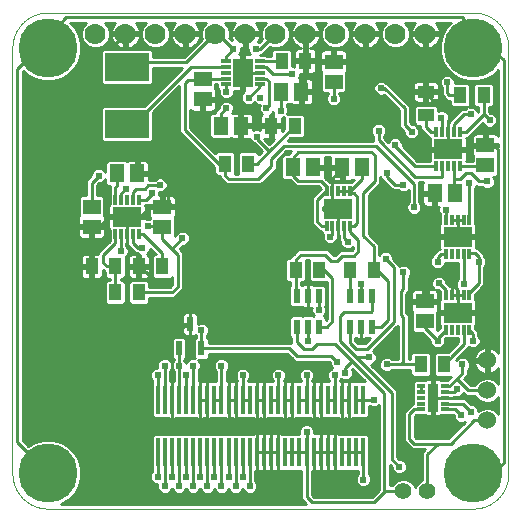
<source format=gtl>
G75*
%MOIN*%
%OFA0B0*%
%FSLAX25Y25*%
%IPPOS*%
%LPD*%
%AMOC8*
5,1,8,0,0,1.08239X$1,22.5*
%
%ADD10C,0.00000*%
%ADD11C,0.06000*%
%ADD12R,0.05118X0.05906*%
%ADD13R,0.05906X0.05118*%
%ADD14R,0.15000X0.09300*%
%ADD15R,0.04331X0.05512*%
%ADD16R,0.05512X0.04331*%
%ADD17C,0.07000*%
%ADD18C,0.05543*%
%ADD19R,0.02200X0.05000*%
%ADD20R,0.01378X0.09646*%
%ADD21R,0.01200X0.03200*%
%ADD22R,0.09400X0.06500*%
%ADD23R,0.03200X0.01200*%
%ADD24R,0.06500X0.09400*%
%ADD25R,0.02600X0.01200*%
%ADD26R,0.03300X0.09400*%
%ADD27C,0.02381*%
%ADD28C,0.01000*%
%ADD29C,0.19685*%
D10*
X0013311Y0001894D02*
X0155043Y0001894D01*
X0155328Y0001897D01*
X0155614Y0001908D01*
X0155899Y0001925D01*
X0156183Y0001949D01*
X0156467Y0001980D01*
X0156750Y0002018D01*
X0157031Y0002063D01*
X0157312Y0002114D01*
X0157592Y0002172D01*
X0157870Y0002237D01*
X0158146Y0002309D01*
X0158420Y0002387D01*
X0158693Y0002472D01*
X0158963Y0002564D01*
X0159231Y0002662D01*
X0159497Y0002766D01*
X0159760Y0002877D01*
X0160020Y0002994D01*
X0160278Y0003117D01*
X0160532Y0003247D01*
X0160783Y0003383D01*
X0161031Y0003524D01*
X0161275Y0003672D01*
X0161516Y0003825D01*
X0161752Y0003985D01*
X0161985Y0004150D01*
X0162214Y0004320D01*
X0162439Y0004496D01*
X0162659Y0004678D01*
X0162875Y0004864D01*
X0163086Y0005056D01*
X0163293Y0005253D01*
X0163495Y0005455D01*
X0163692Y0005662D01*
X0163884Y0005873D01*
X0164070Y0006089D01*
X0164252Y0006309D01*
X0164428Y0006534D01*
X0164598Y0006763D01*
X0164763Y0006996D01*
X0164923Y0007232D01*
X0165076Y0007473D01*
X0165224Y0007717D01*
X0165365Y0007965D01*
X0165501Y0008216D01*
X0165631Y0008470D01*
X0165754Y0008728D01*
X0165871Y0008988D01*
X0165982Y0009251D01*
X0166086Y0009517D01*
X0166184Y0009785D01*
X0166276Y0010055D01*
X0166361Y0010328D01*
X0166439Y0010602D01*
X0166511Y0010878D01*
X0166576Y0011156D01*
X0166634Y0011436D01*
X0166685Y0011717D01*
X0166730Y0011998D01*
X0166768Y0012281D01*
X0166799Y0012565D01*
X0166823Y0012849D01*
X0166840Y0013134D01*
X0166851Y0013420D01*
X0166854Y0013705D01*
X0166854Y0155437D01*
X0166851Y0155722D01*
X0166840Y0156008D01*
X0166823Y0156293D01*
X0166799Y0156577D01*
X0166768Y0156861D01*
X0166730Y0157144D01*
X0166685Y0157425D01*
X0166634Y0157706D01*
X0166576Y0157986D01*
X0166511Y0158264D01*
X0166439Y0158540D01*
X0166361Y0158814D01*
X0166276Y0159087D01*
X0166184Y0159357D01*
X0166086Y0159625D01*
X0165982Y0159891D01*
X0165871Y0160154D01*
X0165754Y0160414D01*
X0165631Y0160672D01*
X0165501Y0160926D01*
X0165365Y0161177D01*
X0165224Y0161425D01*
X0165076Y0161669D01*
X0164923Y0161910D01*
X0164763Y0162146D01*
X0164598Y0162379D01*
X0164428Y0162608D01*
X0164252Y0162833D01*
X0164070Y0163053D01*
X0163884Y0163269D01*
X0163692Y0163480D01*
X0163495Y0163687D01*
X0163293Y0163889D01*
X0163086Y0164086D01*
X0162875Y0164278D01*
X0162659Y0164464D01*
X0162439Y0164646D01*
X0162214Y0164822D01*
X0161985Y0164992D01*
X0161752Y0165157D01*
X0161516Y0165317D01*
X0161275Y0165470D01*
X0161031Y0165618D01*
X0160783Y0165759D01*
X0160532Y0165895D01*
X0160278Y0166025D01*
X0160020Y0166148D01*
X0159760Y0166265D01*
X0159497Y0166376D01*
X0159231Y0166480D01*
X0158963Y0166578D01*
X0158693Y0166670D01*
X0158420Y0166755D01*
X0158146Y0166833D01*
X0157870Y0166905D01*
X0157592Y0166970D01*
X0157312Y0167028D01*
X0157031Y0167079D01*
X0156750Y0167124D01*
X0156467Y0167162D01*
X0156183Y0167193D01*
X0155899Y0167217D01*
X0155614Y0167234D01*
X0155328Y0167245D01*
X0155043Y0167248D01*
X0013311Y0167248D01*
X0013026Y0167245D01*
X0012740Y0167234D01*
X0012455Y0167217D01*
X0012171Y0167193D01*
X0011887Y0167162D01*
X0011604Y0167124D01*
X0011323Y0167079D01*
X0011042Y0167028D01*
X0010762Y0166970D01*
X0010484Y0166905D01*
X0010208Y0166833D01*
X0009934Y0166755D01*
X0009661Y0166670D01*
X0009391Y0166578D01*
X0009123Y0166480D01*
X0008857Y0166376D01*
X0008594Y0166265D01*
X0008334Y0166148D01*
X0008076Y0166025D01*
X0007822Y0165895D01*
X0007571Y0165759D01*
X0007323Y0165618D01*
X0007079Y0165470D01*
X0006838Y0165317D01*
X0006602Y0165157D01*
X0006369Y0164992D01*
X0006140Y0164822D01*
X0005915Y0164646D01*
X0005695Y0164464D01*
X0005479Y0164278D01*
X0005268Y0164086D01*
X0005061Y0163889D01*
X0004859Y0163687D01*
X0004662Y0163480D01*
X0004470Y0163269D01*
X0004284Y0163053D01*
X0004102Y0162833D01*
X0003926Y0162608D01*
X0003756Y0162379D01*
X0003591Y0162146D01*
X0003431Y0161910D01*
X0003278Y0161669D01*
X0003130Y0161425D01*
X0002989Y0161177D01*
X0002853Y0160926D01*
X0002723Y0160672D01*
X0002600Y0160414D01*
X0002483Y0160154D01*
X0002372Y0159891D01*
X0002268Y0159625D01*
X0002170Y0159357D01*
X0002078Y0159087D01*
X0001993Y0158814D01*
X0001915Y0158540D01*
X0001843Y0158264D01*
X0001778Y0157986D01*
X0001720Y0157706D01*
X0001669Y0157425D01*
X0001624Y0157144D01*
X0001586Y0156861D01*
X0001555Y0156577D01*
X0001531Y0156293D01*
X0001514Y0156008D01*
X0001503Y0155722D01*
X0001500Y0155437D01*
X0001500Y0013705D01*
X0001503Y0013420D01*
X0001514Y0013134D01*
X0001531Y0012849D01*
X0001555Y0012565D01*
X0001586Y0012281D01*
X0001624Y0011998D01*
X0001669Y0011717D01*
X0001720Y0011436D01*
X0001778Y0011156D01*
X0001843Y0010878D01*
X0001915Y0010602D01*
X0001993Y0010328D01*
X0002078Y0010055D01*
X0002170Y0009785D01*
X0002268Y0009517D01*
X0002372Y0009251D01*
X0002483Y0008988D01*
X0002600Y0008728D01*
X0002723Y0008470D01*
X0002853Y0008216D01*
X0002989Y0007965D01*
X0003130Y0007717D01*
X0003278Y0007473D01*
X0003431Y0007232D01*
X0003591Y0006996D01*
X0003756Y0006763D01*
X0003926Y0006534D01*
X0004102Y0006309D01*
X0004284Y0006089D01*
X0004470Y0005873D01*
X0004662Y0005662D01*
X0004859Y0005455D01*
X0005061Y0005253D01*
X0005268Y0005056D01*
X0005479Y0004864D01*
X0005695Y0004678D01*
X0005915Y0004496D01*
X0006140Y0004320D01*
X0006369Y0004150D01*
X0006602Y0003985D01*
X0006838Y0003825D01*
X0007079Y0003672D01*
X0007323Y0003524D01*
X0007571Y0003383D01*
X0007822Y0003247D01*
X0008076Y0003117D01*
X0008334Y0002994D01*
X0008594Y0002877D01*
X0008857Y0002766D01*
X0009123Y0002662D01*
X0009391Y0002564D01*
X0009661Y0002472D01*
X0009934Y0002387D01*
X0010208Y0002309D01*
X0010484Y0002237D01*
X0010762Y0002172D01*
X0011042Y0002114D01*
X0011323Y0002063D01*
X0011604Y0002018D01*
X0011887Y0001980D01*
X0012171Y0001949D01*
X0012455Y0001925D01*
X0012740Y0001908D01*
X0013026Y0001897D01*
X0013311Y0001894D01*
D11*
X0159768Y0031264D03*
X0159768Y0041264D03*
X0159768Y0051264D03*
D12*
X0148941Y0107012D03*
X0142248Y0107012D03*
X0118193Y0115673D03*
X0111500Y0115673D03*
X0101736Y0115713D03*
X0095043Y0115713D03*
X0077681Y0129453D03*
X0070988Y0129453D03*
X0091067Y0140870D03*
X0097760Y0140870D03*
X0043035Y0113705D03*
X0036343Y0113705D03*
D13*
X0027878Y0102484D03*
X0027878Y0095791D03*
X0051500Y0095791D03*
X0051500Y0102484D03*
X0064886Y0138311D03*
X0064886Y0145004D03*
X0108587Y0144217D03*
X0108587Y0150909D03*
X0159177Y0122957D03*
X0159177Y0116264D03*
X0138902Y0070988D03*
X0138902Y0064295D03*
D14*
X0039689Y0130189D03*
X0039689Y0149189D03*
D15*
X0072248Y0116894D03*
X0080122Y0116894D03*
X0087720Y0129453D03*
X0095594Y0129453D03*
X0099138Y0151106D03*
X0091264Y0151106D03*
X0150713Y0139689D03*
X0158587Y0139689D03*
X0121972Y0081421D03*
X0114098Y0081421D03*
X0103862Y0081421D03*
X0095988Y0081421D03*
X0137642Y0049965D03*
X0145516Y0049965D03*
X0051500Y0082602D03*
X0043626Y0082602D03*
X0035752Y0082602D03*
X0027878Y0082602D03*
X0035752Y0073941D03*
X0043626Y0073941D03*
D16*
X0139295Y0132996D03*
X0139295Y0140870D03*
D17*
X0139177Y0160161D03*
X0129177Y0160161D03*
X0119177Y0160161D03*
X0109177Y0160161D03*
X0099177Y0160161D03*
X0089177Y0160161D03*
X0079177Y0160161D03*
X0069177Y0160161D03*
X0059177Y0160161D03*
X0049177Y0160161D03*
X0039177Y0160161D03*
X0029177Y0160161D03*
D18*
X0131815Y0007799D03*
X0139689Y0007799D03*
D19*
X0121342Y0062542D03*
X0117642Y0062542D03*
X0113942Y0062542D03*
X0113942Y0072742D03*
X0117642Y0072742D03*
X0121342Y0072742D03*
X0103625Y0072742D03*
X0099925Y0072742D03*
X0096225Y0072742D03*
X0096225Y0062542D03*
X0099925Y0062542D03*
X0103625Y0062542D03*
X0064491Y0055274D03*
X0057091Y0055274D03*
X0060791Y0063474D03*
D20*
X0061736Y0038213D03*
X0059374Y0038213D03*
X0057012Y0038213D03*
X0054650Y0038213D03*
X0052287Y0038213D03*
X0049925Y0038213D03*
X0064098Y0038213D03*
X0066461Y0038213D03*
X0068823Y0038213D03*
X0071185Y0038213D03*
X0073547Y0038213D03*
X0075909Y0038213D03*
X0078272Y0038213D03*
X0080634Y0038213D03*
X0082996Y0038213D03*
X0085358Y0038213D03*
X0087720Y0038213D03*
X0090083Y0038213D03*
X0092445Y0038213D03*
X0094807Y0038213D03*
X0097169Y0038213D03*
X0099531Y0038213D03*
X0101894Y0038213D03*
X0104256Y0038213D03*
X0106618Y0038213D03*
X0108980Y0038213D03*
X0111343Y0038213D03*
X0113705Y0038213D03*
X0116067Y0038213D03*
X0118429Y0038213D03*
X0118429Y0020693D03*
X0116067Y0020693D03*
X0113705Y0020693D03*
X0111343Y0020693D03*
X0108980Y0020693D03*
X0106618Y0020693D03*
X0104256Y0020693D03*
X0101894Y0020693D03*
X0099531Y0020693D03*
X0097169Y0020693D03*
X0094807Y0020693D03*
X0092445Y0020693D03*
X0090083Y0020693D03*
X0087720Y0020693D03*
X0085358Y0020693D03*
X0082996Y0020693D03*
X0080634Y0020693D03*
X0078272Y0020693D03*
X0075909Y0020693D03*
X0073547Y0020693D03*
X0071185Y0020693D03*
X0068823Y0020693D03*
X0066461Y0020693D03*
X0064098Y0020693D03*
X0061736Y0020693D03*
X0059374Y0020693D03*
X0057012Y0020693D03*
X0054650Y0020693D03*
X0052287Y0020693D03*
X0049925Y0020693D03*
D21*
X0043589Y0093438D03*
X0041689Y0093438D03*
X0039689Y0093438D03*
X0037689Y0093438D03*
X0035789Y0093438D03*
X0035789Y0104838D03*
X0037689Y0104838D03*
X0039689Y0104838D03*
X0041689Y0104838D03*
X0043589Y0104838D03*
X0106261Y0107694D03*
X0108161Y0107694D03*
X0110161Y0107694D03*
X0112161Y0107694D03*
X0114061Y0107694D03*
X0114061Y0096094D03*
X0112161Y0096094D03*
X0110161Y0096094D03*
X0108161Y0096094D03*
X0106261Y0096094D03*
X0142836Y0115957D03*
X0144736Y0115957D03*
X0146736Y0115957D03*
X0148736Y0115957D03*
X0150636Y0115957D03*
X0150636Y0127357D03*
X0148736Y0127357D03*
X0146736Y0127357D03*
X0144736Y0127357D03*
X0142836Y0127357D03*
X0146025Y0098145D03*
X0147925Y0098145D03*
X0149925Y0098145D03*
X0151925Y0098145D03*
X0153825Y0098145D03*
X0153825Y0086745D03*
X0151925Y0086745D03*
X0149925Y0086745D03*
X0147925Y0086745D03*
X0146025Y0086745D03*
X0146025Y0072948D03*
X0147925Y0072948D03*
X0149925Y0072948D03*
X0151925Y0072948D03*
X0153825Y0072948D03*
X0153825Y0061548D03*
X0151925Y0061548D03*
X0149925Y0061548D03*
X0147925Y0061548D03*
X0146025Y0061548D03*
D22*
X0149925Y0067248D03*
X0149925Y0092445D03*
X0146736Y0121657D03*
X0110161Y0101894D03*
X0039689Y0099138D03*
D23*
X0072572Y0143269D03*
X0072572Y0145169D03*
X0072572Y0147169D03*
X0072572Y0149169D03*
X0072572Y0151069D03*
X0083972Y0151069D03*
X0083972Y0149169D03*
X0083972Y0147169D03*
X0083972Y0145169D03*
X0083972Y0143269D03*
D24*
X0078272Y0147169D03*
D25*
X0137657Y0042802D03*
X0137657Y0040902D03*
X0137657Y0038902D03*
X0137657Y0036902D03*
X0137657Y0035002D03*
X0145657Y0035002D03*
X0145657Y0036902D03*
X0145657Y0038902D03*
X0145657Y0040902D03*
X0145657Y0042802D03*
D26*
X0141657Y0038902D03*
D27*
X0141657Y0032209D03*
X0149531Y0041657D03*
X0154256Y0034177D03*
X0151106Y0032996D03*
X0159768Y0036264D03*
X0151500Y0049925D03*
X0155043Y0057799D03*
X0143232Y0057799D03*
X0133783Y0067642D03*
X0143626Y0077091D03*
X0143232Y0084177D03*
X0151894Y0076697D03*
X0157012Y0084177D03*
X0142839Y0094413D03*
X0145988Y0101500D03*
X0153825Y0110518D03*
X0159768Y0110949D03*
X0160555Y0131421D03*
X0154256Y0133390D03*
X0144413Y0132209D03*
X0134571Y0127484D03*
X0129059Y0123154D03*
X0123547Y0127878D03*
X0126303Y0113705D03*
X0131815Y0109768D03*
X0135358Y0102287D03*
X0125909Y0085161D03*
X0131815Y0080634D03*
X0117642Y0076697D03*
X0108980Y0087327D03*
X0107406Y0092445D03*
X0113311Y0090870D03*
X0099925Y0077091D03*
X0099925Y0068035D03*
X0103665Y0068035D03*
X0099925Y0057799D03*
X0101894Y0049138D03*
X0099531Y0046382D03*
X0094807Y0046382D03*
X0090083Y0046382D03*
X0082996Y0046382D03*
X0078272Y0046382D03*
X0075909Y0049531D03*
X0073547Y0046382D03*
X0071185Y0049531D03*
X0066461Y0049531D03*
X0061736Y0049531D03*
X0059374Y0046382D03*
X0057012Y0049531D03*
X0054650Y0046382D03*
X0052287Y0049531D03*
X0049925Y0046382D03*
X0064492Y0061343D03*
X0049138Y0077484D03*
X0044807Y0088902D03*
X0037720Y0087720D03*
X0046776Y0095988D03*
X0047957Y0107012D03*
X0050713Y0109768D03*
X0039295Y0108587D03*
X0030240Y0112917D03*
X0058193Y0092051D03*
X0082996Y0125909D03*
X0091382Y0129453D03*
X0090870Y0134571D03*
X0086146Y0135358D03*
X0084177Y0138902D03*
X0080240Y0138902D03*
X0072760Y0140870D03*
X0072760Y0135358D03*
X0075122Y0155043D03*
X0082602Y0155043D03*
X0094807Y0146776D03*
X0097957Y0134571D03*
X0108587Y0138508D03*
X0124335Y0142051D03*
X0134965Y0140870D03*
X0146382Y0144020D03*
X0117642Y0057799D03*
X0120398Y0052287D03*
X0126303Y0049925D03*
X0121972Y0038114D03*
X0113705Y0031028D03*
X0099531Y0027484D03*
X0090083Y0029846D03*
X0082996Y0012524D03*
X0080634Y0009374D03*
X0078272Y0012524D03*
X0075909Y0009374D03*
X0073547Y0012524D03*
X0071185Y0009374D03*
X0068823Y0012524D03*
X0066461Y0009374D03*
X0064098Y0012524D03*
X0061736Y0009374D03*
X0059374Y0012524D03*
X0057012Y0009374D03*
X0054650Y0012524D03*
X0052287Y0009374D03*
X0049916Y0012524D03*
X0101894Y0012130D03*
X0118429Y0011539D03*
X0130437Y0015870D03*
X0112524Y0047169D03*
X0108980Y0046382D03*
X0109768Y0050713D03*
D28*
X0107799Y0052681D01*
X0096382Y0052681D01*
X0093789Y0055274D01*
X0064491Y0055274D01*
X0064492Y0055275D01*
X0064492Y0061343D01*
X0062685Y0059617D02*
X0062685Y0058916D01*
X0062084Y0058315D01*
X0062084Y0052233D01*
X0062326Y0051990D01*
X0062233Y0052029D01*
X0061239Y0052029D01*
X0060321Y0051649D01*
X0059619Y0050946D01*
X0059374Y0050355D01*
X0059129Y0050946D01*
X0058843Y0051233D01*
X0058847Y0051582D01*
X0059498Y0052233D01*
X0059498Y0058315D01*
X0058733Y0059081D01*
X0055450Y0059081D01*
X0054684Y0058315D01*
X0054684Y0052233D01*
X0055234Y0051683D01*
X0055229Y0051281D01*
X0054894Y0050946D01*
X0054650Y0050355D01*
X0054405Y0050946D01*
X0053702Y0051649D01*
X0052784Y0052029D01*
X0051791Y0052029D01*
X0050873Y0051649D01*
X0050170Y0050946D01*
X0049790Y0050028D01*
X0049790Y0049035D01*
X0049854Y0048880D01*
X0049428Y0048880D01*
X0048510Y0048499D01*
X0047808Y0047797D01*
X0047428Y0046879D01*
X0047428Y0045885D01*
X0047808Y0044967D01*
X0048118Y0044657D01*
X0048118Y0043766D01*
X0047929Y0043577D01*
X0047929Y0032848D01*
X0048695Y0032083D01*
X0053225Y0032083D01*
X0053382Y0031992D01*
X0053763Y0031890D01*
X0054650Y0031890D01*
X0055536Y0031890D01*
X0055918Y0031992D01*
X0056075Y0032083D01*
X0062673Y0032083D01*
X0062830Y0031992D01*
X0063212Y0031890D01*
X0064098Y0031890D01*
X0064098Y0038212D01*
X0064098Y0038212D01*
X0064098Y0031890D01*
X0064985Y0031890D01*
X0065280Y0031969D01*
X0065574Y0031890D01*
X0066461Y0031890D01*
X0067347Y0031890D01*
X0067729Y0031992D01*
X0067886Y0032083D01*
X0072122Y0032083D01*
X0072279Y0031992D01*
X0072661Y0031890D01*
X0073547Y0031890D01*
X0073547Y0038212D01*
X0073547Y0038212D01*
X0073547Y0031890D01*
X0074434Y0031890D01*
X0074728Y0031969D01*
X0075023Y0031890D01*
X0075909Y0031890D01*
X0075909Y0038212D01*
X0075909Y0038212D01*
X0075909Y0038213D02*
X0073547Y0038213D01*
X0073547Y0044535D01*
X0072992Y0044535D01*
X0072992Y0047806D01*
X0073302Y0048117D01*
X0073683Y0049035D01*
X0073683Y0050028D01*
X0073302Y0050946D01*
X0072600Y0051649D01*
X0071682Y0052029D01*
X0070688Y0052029D01*
X0069770Y0051649D01*
X0069068Y0050946D01*
X0068687Y0050028D01*
X0068687Y0049035D01*
X0069068Y0048117D01*
X0069378Y0047806D01*
X0069378Y0044343D01*
X0067886Y0044343D01*
X0067729Y0044433D01*
X0067347Y0044535D01*
X0066461Y0044535D01*
X0066461Y0038213D01*
X0066461Y0038213D01*
X0066461Y0044535D01*
X0065574Y0044535D01*
X0065280Y0044456D01*
X0064985Y0044535D01*
X0064098Y0044535D01*
X0063543Y0044535D01*
X0063543Y0047806D01*
X0063854Y0048117D01*
X0064234Y0049035D01*
X0064234Y0050028D01*
X0063854Y0050946D01*
X0063333Y0051467D01*
X0066133Y0051467D01*
X0066898Y0052233D01*
X0066898Y0053467D01*
X0093040Y0053467D01*
X0094575Y0051933D01*
X0095633Y0050874D01*
X0107051Y0050874D01*
X0107270Y0050655D01*
X0107270Y0050216D01*
X0107650Y0049298D01*
X0108190Y0048758D01*
X0107566Y0048499D01*
X0106863Y0047797D01*
X0106483Y0046879D01*
X0106483Y0045885D01*
X0106863Y0044967D01*
X0107173Y0044657D01*
X0107173Y0044343D01*
X0105681Y0044343D01*
X0105524Y0044433D01*
X0105142Y0044535D01*
X0104256Y0044535D01*
X0104256Y0038213D01*
X0104256Y0038213D01*
X0104256Y0044535D01*
X0103369Y0044535D01*
X0103075Y0044456D01*
X0102780Y0044535D01*
X0101894Y0044535D01*
X0101894Y0038213D01*
X0101894Y0038213D01*
X0104083Y0038213D01*
X0104256Y0038213D01*
X0101894Y0038213D01*
X0101894Y0038213D01*
X0101894Y0044535D01*
X0101339Y0044535D01*
X0101339Y0044657D01*
X0101649Y0044967D01*
X0102029Y0045885D01*
X0102029Y0046879D01*
X0101649Y0047797D01*
X0100946Y0048499D01*
X0100028Y0048880D01*
X0099035Y0048880D01*
X0098117Y0048499D01*
X0097414Y0047797D01*
X0097034Y0046879D01*
X0097034Y0045885D01*
X0097414Y0044967D01*
X0097724Y0044657D01*
X0097724Y0044343D01*
X0096232Y0044343D01*
X0096075Y0044433D01*
X0095694Y0044535D01*
X0094807Y0044535D01*
X0093921Y0044535D01*
X0093626Y0044456D01*
X0093331Y0044535D01*
X0092445Y0044535D01*
X0092445Y0038213D01*
X0092445Y0038213D01*
X0092445Y0044535D01*
X0091890Y0044535D01*
X0091890Y0044657D01*
X0092200Y0044967D01*
X0092580Y0045885D01*
X0092580Y0046879D01*
X0092200Y0047797D01*
X0091497Y0048499D01*
X0090579Y0048880D01*
X0089586Y0048880D01*
X0088668Y0048499D01*
X0087965Y0047797D01*
X0087585Y0046879D01*
X0087585Y0045885D01*
X0087965Y0044967D01*
X0088276Y0044657D01*
X0088276Y0044343D01*
X0086783Y0044343D01*
X0086626Y0044433D01*
X0086245Y0044535D01*
X0085358Y0044535D01*
X0084472Y0044535D01*
X0084177Y0044456D01*
X0083883Y0044535D01*
X0082996Y0044535D01*
X0082110Y0044535D01*
X0081728Y0044433D01*
X0081571Y0044343D01*
X0080079Y0044343D01*
X0080079Y0044657D01*
X0080389Y0044967D01*
X0080769Y0045885D01*
X0080769Y0046879D01*
X0080389Y0047797D01*
X0079686Y0048499D01*
X0078768Y0048880D01*
X0077775Y0048880D01*
X0076857Y0048499D01*
X0076154Y0047797D01*
X0075774Y0046879D01*
X0075774Y0045885D01*
X0076154Y0044967D01*
X0076465Y0044657D01*
X0076465Y0044535D01*
X0075909Y0044535D01*
X0075023Y0044535D01*
X0074728Y0044456D01*
X0074434Y0044535D01*
X0073547Y0044535D01*
X0073547Y0038213D01*
X0073547Y0038213D01*
X0075909Y0038213D01*
X0075909Y0044535D01*
X0075909Y0038213D01*
X0075909Y0038213D01*
X0075909Y0038213D01*
X0075736Y0038213D01*
X0073547Y0038213D01*
X0073547Y0046382D01*
X0072992Y0046827D02*
X0075774Y0046827D01*
X0075798Y0045828D02*
X0072992Y0045828D01*
X0072992Y0044830D02*
X0076292Y0044830D01*
X0075909Y0043831D02*
X0075909Y0043831D01*
X0075909Y0042833D02*
X0075909Y0042833D01*
X0075909Y0041834D02*
X0075909Y0041834D01*
X0075909Y0040836D02*
X0075909Y0040836D01*
X0075909Y0039837D02*
X0075909Y0039837D01*
X0075909Y0038839D02*
X0075909Y0038839D01*
X0075909Y0038213D02*
X0075909Y0049531D01*
X0076183Y0047825D02*
X0073011Y0047825D01*
X0073595Y0048824D02*
X0077640Y0048824D01*
X0078903Y0048824D02*
X0089451Y0048824D01*
X0090714Y0048824D02*
X0098900Y0048824D01*
X0100163Y0048824D02*
X0108124Y0048824D01*
X0107433Y0049822D02*
X0073683Y0049822D01*
X0073354Y0050821D02*
X0107104Y0050821D01*
X0108980Y0051500D02*
X0109768Y0050713D01*
X0112524Y0048744D02*
X0114787Y0051008D01*
X0109177Y0056618D01*
X0103075Y0056618D01*
X0101500Y0055043D01*
X0098744Y0055043D01*
X0096225Y0057562D01*
X0096225Y0062542D01*
X0093818Y0062803D02*
X0066564Y0062803D01*
X0066610Y0062757D02*
X0065907Y0063460D01*
X0064989Y0063840D01*
X0063995Y0063840D01*
X0063391Y0063590D01*
X0063391Y0066171D01*
X0063289Y0066553D01*
X0063092Y0066895D01*
X0062812Y0067174D01*
X0062470Y0067372D01*
X0062089Y0067474D01*
X0060841Y0067474D01*
X0060841Y0063524D01*
X0060741Y0063524D01*
X0060741Y0063424D01*
X0058191Y0063424D01*
X0058191Y0060777D01*
X0058294Y0060395D01*
X0058491Y0060053D01*
X0058770Y0059774D01*
X0059112Y0059576D01*
X0059494Y0059474D01*
X0060741Y0059474D01*
X0060741Y0063424D01*
X0060841Y0063424D01*
X0060841Y0059474D01*
X0062089Y0059474D01*
X0062470Y0059576D01*
X0062633Y0059670D01*
X0062685Y0059617D01*
X0062578Y0058809D02*
X0059005Y0058809D01*
X0058737Y0059807D02*
X0004882Y0059807D01*
X0004882Y0058809D02*
X0055178Y0058809D01*
X0054684Y0057810D02*
X0004882Y0057810D01*
X0004882Y0056812D02*
X0054684Y0056812D01*
X0054684Y0055813D02*
X0004882Y0055813D01*
X0004882Y0054815D02*
X0054684Y0054815D01*
X0054684Y0053816D02*
X0004882Y0053816D01*
X0004882Y0052818D02*
X0054684Y0052818D01*
X0055098Y0051819D02*
X0053291Y0051819D01*
X0053075Y0053075D02*
X0054650Y0051500D01*
X0054650Y0046382D01*
X0054650Y0038213D01*
X0054650Y0038213D01*
X0054650Y0044535D01*
X0055205Y0044535D01*
X0055205Y0047806D01*
X0054894Y0048117D01*
X0054650Y0048708D01*
X0054405Y0048117D01*
X0054094Y0047806D01*
X0054094Y0044535D01*
X0054650Y0044535D01*
X0054650Y0038213D01*
X0054650Y0038212D02*
X0054650Y0031890D01*
X0054650Y0038212D01*
X0054650Y0038212D01*
X0054650Y0037840D02*
X0054650Y0037840D01*
X0054650Y0036842D02*
X0054650Y0036842D01*
X0054650Y0035843D02*
X0054650Y0035843D01*
X0054650Y0034845D02*
X0054650Y0034845D01*
X0054650Y0033846D02*
X0054650Y0033846D01*
X0054650Y0032848D02*
X0054650Y0032848D01*
X0057012Y0038213D02*
X0057012Y0049531D01*
X0057091Y0055274D01*
X0059498Y0054815D02*
X0062084Y0054815D01*
X0062084Y0055813D02*
X0059498Y0055813D01*
X0059498Y0056812D02*
X0062084Y0056812D01*
X0062084Y0057810D02*
X0059498Y0057810D01*
X0060741Y0059807D02*
X0060841Y0059807D01*
X0060841Y0060806D02*
X0060741Y0060806D01*
X0060741Y0061804D02*
X0060841Y0061804D01*
X0060841Y0062803D02*
X0060741Y0062803D01*
X0060791Y0063474D02*
X0059537Y0063474D01*
X0053075Y0057012D01*
X0053075Y0053075D01*
X0051284Y0051819D02*
X0004882Y0051819D01*
X0004882Y0050821D02*
X0050118Y0050821D01*
X0049790Y0049822D02*
X0004882Y0049822D01*
X0004882Y0048824D02*
X0049294Y0048824D01*
X0047836Y0047825D02*
X0004882Y0047825D01*
X0004882Y0046827D02*
X0047428Y0046827D01*
X0047451Y0045828D02*
X0004882Y0045828D01*
X0004882Y0044830D02*
X0047945Y0044830D01*
X0048118Y0043831D02*
X0004882Y0043831D01*
X0004882Y0042833D02*
X0047929Y0042833D01*
X0047929Y0041834D02*
X0004882Y0041834D01*
X0004882Y0040836D02*
X0047929Y0040836D01*
X0047929Y0039837D02*
X0004882Y0039837D01*
X0004882Y0038839D02*
X0047929Y0038839D01*
X0047929Y0037840D02*
X0004882Y0037840D01*
X0004882Y0036842D02*
X0047929Y0036842D01*
X0047929Y0035843D02*
X0004882Y0035843D01*
X0004882Y0034845D02*
X0047929Y0034845D01*
X0047929Y0033846D02*
X0004882Y0033846D01*
X0004882Y0032848D02*
X0047930Y0032848D01*
X0049925Y0038213D02*
X0049925Y0046382D01*
X0052287Y0049531D02*
X0052287Y0038213D01*
X0054650Y0038839D02*
X0054650Y0038839D01*
X0054650Y0039837D02*
X0054650Y0039837D01*
X0054650Y0040836D02*
X0054650Y0040836D01*
X0054650Y0041834D02*
X0054650Y0041834D01*
X0054650Y0042833D02*
X0054650Y0042833D01*
X0054650Y0043831D02*
X0054650Y0043831D01*
X0055205Y0044830D02*
X0054094Y0044830D01*
X0054094Y0045828D02*
X0055205Y0045828D01*
X0055205Y0046827D02*
X0054094Y0046827D01*
X0054113Y0047825D02*
X0055186Y0047825D01*
X0054842Y0050821D02*
X0054457Y0050821D01*
X0059085Y0051819D02*
X0060733Y0051819D01*
X0059567Y0050821D02*
X0059181Y0050821D01*
X0059498Y0052818D02*
X0062084Y0052818D01*
X0062084Y0053816D02*
X0059498Y0053816D01*
X0061736Y0049531D02*
X0061736Y0038213D01*
X0059374Y0038213D02*
X0059374Y0046382D01*
X0063543Y0046827D02*
X0069378Y0046827D01*
X0069359Y0047825D02*
X0063562Y0047825D01*
X0064146Y0048824D02*
X0068775Y0048824D01*
X0068687Y0049822D02*
X0064234Y0049822D01*
X0063906Y0050821D02*
X0069016Y0050821D01*
X0070182Y0051819D02*
X0066485Y0051819D01*
X0066898Y0052818D02*
X0093690Y0052818D01*
X0094688Y0051819D02*
X0072188Y0051819D01*
X0071185Y0049531D02*
X0071185Y0038213D01*
X0068823Y0038213D01*
X0066461Y0038212D02*
X0066461Y0031890D01*
X0066461Y0038212D01*
X0066461Y0038212D01*
X0066461Y0038213D02*
X0066461Y0049531D01*
X0069378Y0045828D02*
X0063543Y0045828D01*
X0063543Y0044830D02*
X0069378Y0044830D01*
X0066461Y0043831D02*
X0066461Y0043831D01*
X0066461Y0042833D02*
X0066461Y0042833D01*
X0066461Y0041834D02*
X0066461Y0041834D01*
X0066461Y0040836D02*
X0066461Y0040836D01*
X0066461Y0039837D02*
X0066461Y0039837D01*
X0066461Y0038839D02*
X0066461Y0038839D01*
X0066460Y0038213D02*
X0066460Y0038213D01*
X0066287Y0038213D01*
X0064099Y0038213D01*
X0064099Y0038213D01*
X0064098Y0038213D02*
X0064098Y0038213D01*
X0064098Y0044535D01*
X0064098Y0038213D01*
X0066461Y0038213D01*
X0066460Y0038213D02*
X0064099Y0038213D01*
X0064098Y0037840D02*
X0064098Y0037840D01*
X0064098Y0036842D02*
X0064098Y0036842D01*
X0064098Y0035843D02*
X0064098Y0035843D01*
X0064098Y0034845D02*
X0064098Y0034845D01*
X0064098Y0033846D02*
X0064098Y0033846D01*
X0064098Y0032848D02*
X0064098Y0032848D01*
X0066461Y0032848D02*
X0066461Y0032848D01*
X0066461Y0033846D02*
X0066461Y0033846D01*
X0066461Y0034845D02*
X0066461Y0034845D01*
X0066461Y0035843D02*
X0066461Y0035843D01*
X0066461Y0036842D02*
X0066461Y0036842D01*
X0066461Y0037840D02*
X0066461Y0037840D01*
X0064098Y0038839D02*
X0064098Y0038839D01*
X0064098Y0039837D02*
X0064098Y0039837D01*
X0064098Y0040836D02*
X0064098Y0040836D01*
X0064098Y0041834D02*
X0064098Y0041834D01*
X0064098Y0042833D02*
X0064098Y0042833D01*
X0064098Y0043831D02*
X0064098Y0043831D01*
X0073547Y0043831D02*
X0073547Y0043831D01*
X0073547Y0042833D02*
X0073547Y0042833D01*
X0073547Y0041834D02*
X0073547Y0041834D01*
X0073547Y0040836D02*
X0073547Y0040836D01*
X0073547Y0039837D02*
X0073547Y0039837D01*
X0073547Y0038839D02*
X0073547Y0038839D01*
X0073547Y0038213D02*
X0073547Y0038213D01*
X0073547Y0037840D02*
X0073547Y0037840D01*
X0073547Y0036842D02*
X0073547Y0036842D01*
X0073547Y0035843D02*
X0073547Y0035843D01*
X0073547Y0034845D02*
X0073547Y0034845D01*
X0073547Y0033846D02*
X0073547Y0033846D01*
X0073547Y0032848D02*
X0073547Y0032848D01*
X0075909Y0032848D02*
X0075909Y0032848D01*
X0075909Y0031890D02*
X0076796Y0031890D01*
X0077177Y0031992D01*
X0077334Y0032083D01*
X0081571Y0032083D01*
X0081728Y0031992D01*
X0082110Y0031890D01*
X0082996Y0031890D01*
X0082996Y0038212D01*
X0082996Y0038212D01*
X0082996Y0031890D01*
X0083883Y0031890D01*
X0084177Y0031969D01*
X0084472Y0031890D01*
X0085358Y0031890D01*
X0085358Y0038212D01*
X0085358Y0038212D01*
X0085358Y0038213D02*
X0082996Y0038213D01*
X0082996Y0044535D01*
X0082996Y0038213D01*
X0082996Y0038213D01*
X0085185Y0038213D01*
X0085358Y0038213D01*
X0085358Y0044535D01*
X0085358Y0038213D01*
X0085358Y0038213D01*
X0085358Y0038213D01*
X0082996Y0038213D01*
X0082996Y0038213D01*
X0082996Y0046382D01*
X0080769Y0046827D02*
X0087585Y0046827D01*
X0087609Y0045828D02*
X0080746Y0045828D01*
X0080252Y0044830D02*
X0088103Y0044830D01*
X0090083Y0046382D02*
X0090083Y0038213D01*
X0087720Y0038213D01*
X0085358Y0038212D02*
X0085358Y0031890D01*
X0086245Y0031890D01*
X0086626Y0031992D01*
X0086783Y0032083D01*
X0091020Y0032083D01*
X0091177Y0031992D01*
X0091558Y0031890D01*
X0092445Y0031890D01*
X0093331Y0031890D01*
X0093626Y0031969D01*
X0093921Y0031890D01*
X0094807Y0031890D01*
X0094807Y0038212D01*
X0094807Y0038212D01*
X0094807Y0031890D01*
X0095694Y0031890D01*
X0096075Y0031992D01*
X0096232Y0032083D01*
X0100469Y0032083D01*
X0100626Y0031992D01*
X0101007Y0031890D01*
X0101894Y0031890D01*
X0102780Y0031890D01*
X0103075Y0031969D01*
X0103369Y0031890D01*
X0104256Y0031890D01*
X0105142Y0031890D01*
X0105524Y0031992D01*
X0105681Y0032083D01*
X0109917Y0032083D01*
X0110075Y0031992D01*
X0110456Y0031890D01*
X0111342Y0031890D01*
X0111342Y0038212D01*
X0111343Y0038212D01*
X0111343Y0031890D01*
X0112229Y0031890D01*
X0112524Y0031969D01*
X0112818Y0031890D01*
X0113705Y0031890D01*
X0114591Y0031890D01*
X0114973Y0031992D01*
X0115130Y0032083D01*
X0119660Y0032083D01*
X0120425Y0032848D01*
X0120425Y0036129D01*
X0120558Y0035997D01*
X0121476Y0035617D01*
X0122469Y0035617D01*
X0123387Y0035997D01*
X0123709Y0036318D01*
X0123709Y0008154D01*
X0121421Y0005866D01*
X0102052Y0005866D01*
X0101339Y0006579D01*
X0101339Y0014370D01*
X0101894Y0014370D01*
X0102780Y0014370D01*
X0103075Y0014449D01*
X0103369Y0014370D01*
X0104256Y0014370D01*
X0105142Y0014370D01*
X0105437Y0014449D01*
X0105732Y0014370D01*
X0106618Y0014370D01*
X0106618Y0020693D01*
X0106618Y0020693D01*
X0104256Y0020693D01*
X0104256Y0020693D01*
X0104256Y0020693D01*
X0104256Y0027016D01*
X0105142Y0027016D01*
X0105437Y0026937D01*
X0105732Y0027016D01*
X0106618Y0027016D01*
X0106618Y0020693D01*
X0106618Y0020693D01*
X0106618Y0026697D01*
X0109374Y0029453D01*
X0112130Y0029453D01*
X0113705Y0031028D01*
X0113705Y0038213D01*
X0113705Y0038213D01*
X0113705Y0044535D01*
X0114591Y0044535D01*
X0114973Y0044433D01*
X0115130Y0044343D01*
X0118897Y0044343D01*
X0114787Y0048452D01*
X0114722Y0048387D01*
X0115021Y0047666D01*
X0115021Y0046672D01*
X0114641Y0045754D01*
X0113938Y0045052D01*
X0113020Y0044672D01*
X0112027Y0044672D01*
X0111129Y0045043D01*
X0111098Y0044967D01*
X0110787Y0044657D01*
X0110787Y0044535D01*
X0111342Y0044535D01*
X0111342Y0038213D01*
X0111343Y0038213D01*
X0113531Y0038213D01*
X0113705Y0038213D01*
X0113705Y0044535D01*
X0112818Y0044535D01*
X0112524Y0044456D01*
X0112229Y0044535D01*
X0111343Y0044535D01*
X0111343Y0038213D01*
X0111343Y0038213D01*
X0113705Y0038213D01*
X0111343Y0038213D01*
X0111342Y0037840D02*
X0111343Y0037840D01*
X0111342Y0036842D02*
X0111343Y0036842D01*
X0111342Y0035843D02*
X0111343Y0035843D01*
X0111342Y0034845D02*
X0111343Y0034845D01*
X0111342Y0033846D02*
X0111343Y0033846D01*
X0111342Y0032848D02*
X0111343Y0032848D01*
X0113705Y0032848D02*
X0113705Y0032848D01*
X0113705Y0031890D02*
X0113705Y0038212D01*
X0113705Y0038212D01*
X0113705Y0031890D01*
X0113705Y0033846D02*
X0113705Y0033846D01*
X0113705Y0034845D02*
X0113705Y0034845D01*
X0113705Y0035843D02*
X0113705Y0035843D01*
X0113705Y0036842D02*
X0113705Y0036842D01*
X0113705Y0037840D02*
X0113705Y0037840D01*
X0113705Y0038213D02*
X0113705Y0038213D01*
X0113705Y0038839D02*
X0113705Y0038839D01*
X0113705Y0039837D02*
X0113705Y0039837D01*
X0113705Y0040836D02*
X0113705Y0040836D01*
X0113705Y0041834D02*
X0113705Y0041834D01*
X0113705Y0042833D02*
X0113705Y0042833D01*
X0113705Y0043831D02*
X0113705Y0043831D01*
X0113402Y0044830D02*
X0118410Y0044830D01*
X0117411Y0045828D02*
X0114672Y0045828D01*
X0115021Y0046827D02*
X0116413Y0046827D01*
X0115414Y0047825D02*
X0114955Y0047825D01*
X0112524Y0047169D02*
X0112524Y0048744D01*
X0114787Y0051008D02*
X0125516Y0040280D01*
X0125516Y0007406D01*
X0125909Y0007799D01*
X0131815Y0007799D01*
X0128149Y0009606D02*
X0128357Y0010110D01*
X0129505Y0011257D01*
X0131004Y0011878D01*
X0132626Y0011878D01*
X0134125Y0011257D01*
X0135273Y0010110D01*
X0135752Y0008953D01*
X0136231Y0010110D01*
X0137379Y0011257D01*
X0137882Y0011465D01*
X0137882Y0020752D01*
X0138870Y0021740D01*
X0134610Y0021740D01*
X0133035Y0023315D01*
X0131976Y0024374D01*
X0131976Y0034138D01*
X0134610Y0036772D01*
X0135050Y0036772D01*
X0135050Y0043943D01*
X0135816Y0044709D01*
X0138993Y0044709D01*
X0139086Y0044802D01*
X0139428Y0044999D01*
X0139810Y0045102D01*
X0141332Y0045102D01*
X0141332Y0039227D01*
X0141982Y0039227D01*
X0141982Y0045102D01*
X0143505Y0045102D01*
X0143886Y0044999D01*
X0144228Y0044802D01*
X0144322Y0044709D01*
X0146484Y0044709D01*
X0147677Y0045902D01*
X0142809Y0045902D01*
X0142043Y0046667D01*
X0142043Y0053262D01*
X0142809Y0054028D01*
X0146748Y0054028D01*
X0146814Y0054094D01*
X0150118Y0057398D01*
X0150118Y0058641D01*
X0145587Y0058641D01*
X0145730Y0058296D01*
X0145730Y0057302D01*
X0145350Y0056384D01*
X0144647Y0055682D01*
X0143729Y0055302D01*
X0142735Y0055302D01*
X0141817Y0055682D01*
X0141115Y0056384D01*
X0140735Y0057302D01*
X0140735Y0057741D01*
X0138047Y0060429D01*
X0135407Y0060429D01*
X0134642Y0061195D01*
X0134642Y0067396D01*
X0134751Y0067505D01*
X0134749Y0067508D01*
X0134551Y0067850D01*
X0134449Y0068232D01*
X0134449Y0070488D01*
X0138402Y0070488D01*
X0138402Y0071488D01*
X0138402Y0075047D01*
X0135751Y0075047D01*
X0135370Y0074945D01*
X0135028Y0074748D01*
X0134749Y0074468D01*
X0134551Y0074126D01*
X0134449Y0073745D01*
X0134449Y0071488D01*
X0138402Y0071488D01*
X0139402Y0071488D01*
X0143354Y0071488D01*
X0143354Y0073745D01*
X0143252Y0074126D01*
X0143055Y0074468D01*
X0142789Y0074734D01*
X0143129Y0074593D01*
X0143568Y0074593D01*
X0144118Y0074043D01*
X0144118Y0071512D01*
X0144025Y0071419D01*
X0143827Y0071077D01*
X0143725Y0070696D01*
X0143725Y0067748D01*
X0149425Y0067748D01*
X0149425Y0066748D01*
X0143725Y0066748D01*
X0143725Y0063801D01*
X0143161Y0063801D01*
X0143725Y0063801D02*
X0143827Y0063419D01*
X0144025Y0063077D01*
X0144118Y0062984D01*
X0144118Y0062233D01*
X0143161Y0061330D01*
X0143161Y0067396D01*
X0143052Y0067505D01*
X0143055Y0067508D01*
X0143252Y0067850D01*
X0143354Y0068232D01*
X0143354Y0070488D01*
X0139402Y0070488D01*
X0139402Y0071488D01*
X0139402Y0075047D01*
X0142052Y0075047D01*
X0142168Y0075016D01*
X0141509Y0075676D01*
X0141128Y0076594D01*
X0141128Y0077587D01*
X0141509Y0078505D01*
X0142211Y0079208D01*
X0143129Y0079588D01*
X0144123Y0079588D01*
X0145041Y0079208D01*
X0145743Y0078505D01*
X0146124Y0077587D01*
X0146124Y0077149D01*
X0147224Y0076048D01*
X0147925Y0076048D01*
X0147925Y0075118D01*
X0147925Y0075119D01*
X0147925Y0076048D01*
X0148723Y0076048D01*
X0148925Y0075994D01*
X0149128Y0076048D01*
X0149459Y0076048D01*
X0149396Y0076200D01*
X0149396Y0077194D01*
X0149776Y0078112D01*
X0150118Y0078453D01*
X0150118Y0083838D01*
X0145730Y0083838D01*
X0145730Y0083680D01*
X0145350Y0082762D01*
X0144647Y0082060D01*
X0143729Y0081680D01*
X0142735Y0081680D01*
X0141817Y0082060D01*
X0141115Y0082762D01*
X0140735Y0083680D01*
X0140735Y0084674D01*
X0141115Y0085592D01*
X0141425Y0085902D01*
X0141425Y0086500D01*
X0142484Y0087559D01*
X0143477Y0088552D01*
X0143864Y0088552D01*
X0143827Y0088616D01*
X0143725Y0088997D01*
X0143725Y0091945D01*
X0149425Y0091945D01*
X0149425Y0092945D01*
X0143725Y0092945D01*
X0143725Y0095892D01*
X0143827Y0096274D01*
X0144025Y0096616D01*
X0144118Y0096709D01*
X0144118Y0099838D01*
X0143871Y0100085D01*
X0143491Y0101003D01*
X0143491Y0101997D01*
X0143723Y0102559D01*
X0142748Y0102559D01*
X0142748Y0106512D01*
X0141748Y0106512D01*
X0138189Y0106512D01*
X0138189Y0103862D01*
X0138291Y0103480D01*
X0138489Y0103138D01*
X0138768Y0102859D01*
X0139110Y0102661D01*
X0139491Y0102559D01*
X0141748Y0102559D01*
X0141748Y0106512D01*
X0141748Y0107512D01*
X0138189Y0107512D01*
X0138189Y0110162D01*
X0138291Y0110544D01*
X0138391Y0110717D01*
X0137165Y0110717D01*
X0137165Y0104012D01*
X0137476Y0103702D01*
X0137856Y0102784D01*
X0137856Y0101791D01*
X0137476Y0100873D01*
X0136773Y0100170D01*
X0135855Y0099790D01*
X0134861Y0099790D01*
X0133943Y0100170D01*
X0133241Y0100873D01*
X0132861Y0101791D01*
X0132861Y0102784D01*
X0133241Y0103702D01*
X0133551Y0104012D01*
X0133551Y0107972D01*
X0133230Y0107650D01*
X0132312Y0107270D01*
X0131318Y0107270D01*
X0130400Y0107650D01*
X0130090Y0107961D01*
X0128311Y0107961D01*
X0124496Y0111775D01*
X0124496Y0111980D01*
X0124186Y0112290D01*
X0124173Y0112320D01*
X0124173Y0110200D01*
X0120236Y0106263D01*
X0120236Y0093587D01*
X0123780Y0090044D01*
X0123780Y0086546D01*
X0123792Y0086576D01*
X0124495Y0087279D01*
X0125413Y0087659D01*
X0126406Y0087659D01*
X0127324Y0087279D01*
X0128027Y0086576D01*
X0128407Y0085658D01*
X0128407Y0085219D01*
X0129414Y0084213D01*
X0129414Y0084213D01*
X0130472Y0083154D01*
X0130472Y0082781D01*
X0131318Y0083131D01*
X0132312Y0083131D01*
X0133230Y0082751D01*
X0133932Y0082049D01*
X0134313Y0081131D01*
X0134313Y0080137D01*
X0133932Y0079219D01*
X0133622Y0078909D01*
X0133622Y0074374D01*
X0132835Y0073586D01*
X0132835Y0067209D01*
X0133622Y0066422D01*
X0133622Y0051772D01*
X0134169Y0051772D01*
X0134169Y0053262D01*
X0134935Y0054028D01*
X0140348Y0054028D01*
X0141114Y0053262D01*
X0141114Y0046667D01*
X0140348Y0045902D01*
X0134935Y0045902D01*
X0134169Y0046667D01*
X0134169Y0048157D01*
X0128068Y0048157D01*
X0127718Y0047808D01*
X0126800Y0047428D01*
X0125806Y0047428D01*
X0124888Y0047808D01*
X0124186Y0048510D01*
X0123806Y0049428D01*
X0123806Y0050422D01*
X0124186Y0051340D01*
X0124888Y0052043D01*
X0125806Y0052423D01*
X0126800Y0052423D01*
X0127718Y0052043D01*
X0127989Y0051772D01*
X0130008Y0051772D01*
X0130008Y0062885D01*
X0129414Y0062291D01*
X0121611Y0054488D01*
X0121812Y0054405D01*
X0122515Y0053702D01*
X0122895Y0052784D01*
X0122895Y0051791D01*
X0122515Y0050873D01*
X0121812Y0050170D01*
X0121054Y0049856D01*
X0128626Y0042283D01*
X0129685Y0041225D01*
X0129685Y0019178D01*
X0130495Y0018368D01*
X0130934Y0018368D01*
X0131852Y0017987D01*
X0132554Y0017285D01*
X0132935Y0016367D01*
X0132935Y0015373D01*
X0132554Y0014455D01*
X0131852Y0013753D01*
X0130934Y0013372D01*
X0129940Y0013372D01*
X0129022Y0013753D01*
X0128320Y0014455D01*
X0127939Y0015373D01*
X0127939Y0015812D01*
X0127323Y0016429D01*
X0127323Y0009606D01*
X0128149Y0009606D01*
X0128263Y0009882D02*
X0127323Y0009882D01*
X0127323Y0010880D02*
X0129128Y0010880D01*
X0127323Y0011879D02*
X0137882Y0011879D01*
X0137882Y0012877D02*
X0127323Y0012877D01*
X0127323Y0013876D02*
X0128899Y0013876D01*
X0128146Y0014874D02*
X0127323Y0014874D01*
X0127323Y0015873D02*
X0127879Y0015873D01*
X0127878Y0018429D02*
X0130437Y0015870D01*
X0132935Y0015873D02*
X0137882Y0015873D01*
X0137882Y0016871D02*
X0132726Y0016871D01*
X0131969Y0017870D02*
X0137882Y0017870D01*
X0137882Y0018868D02*
X0129994Y0018868D01*
X0129685Y0019867D02*
X0137882Y0019867D01*
X0137995Y0020865D02*
X0129685Y0020865D01*
X0129685Y0021864D02*
X0134486Y0021864D01*
X0133487Y0022862D02*
X0129685Y0022862D01*
X0129685Y0023861D02*
X0132489Y0023861D01*
X0131976Y0024859D02*
X0129685Y0024859D01*
X0129685Y0025858D02*
X0131976Y0025858D01*
X0131976Y0026856D02*
X0129685Y0026856D01*
X0129685Y0027855D02*
X0131976Y0027855D01*
X0131976Y0028854D02*
X0129685Y0028854D01*
X0129685Y0029852D02*
X0131976Y0029852D01*
X0131976Y0030851D02*
X0129685Y0030851D01*
X0129685Y0031849D02*
X0131976Y0031849D01*
X0131976Y0032848D02*
X0129685Y0032848D01*
X0129685Y0033846D02*
X0131976Y0033846D01*
X0132683Y0034845D02*
X0129685Y0034845D01*
X0129685Y0035843D02*
X0133681Y0035843D01*
X0135050Y0036842D02*
X0129685Y0036842D01*
X0129685Y0037840D02*
X0135050Y0037840D01*
X0135050Y0038839D02*
X0129685Y0038839D01*
X0129685Y0039837D02*
X0135050Y0039837D01*
X0135050Y0040836D02*
X0129685Y0040836D01*
X0129076Y0041834D02*
X0135050Y0041834D01*
X0135050Y0042833D02*
X0128077Y0042833D01*
X0127079Y0043831D02*
X0135050Y0043831D01*
X0137657Y0042802D02*
X0137657Y0040902D01*
X0141332Y0040836D02*
X0141982Y0040836D01*
X0141982Y0041834D02*
X0141332Y0041834D01*
X0141332Y0042833D02*
X0141982Y0042833D01*
X0141982Y0043831D02*
X0141332Y0043831D01*
X0141332Y0044830D02*
X0141982Y0044830D01*
X0142043Y0046827D02*
X0141114Y0046827D01*
X0141114Y0047825D02*
X0142043Y0047825D01*
X0142043Y0048824D02*
X0141114Y0048824D01*
X0141114Y0049822D02*
X0142043Y0049822D01*
X0142043Y0050821D02*
X0141114Y0050821D01*
X0141114Y0051819D02*
X0142043Y0051819D01*
X0142043Y0052818D02*
X0141114Y0052818D01*
X0140560Y0053816D02*
X0142598Y0053816D01*
X0141686Y0055813D02*
X0133622Y0055813D01*
X0133622Y0054815D02*
X0147535Y0054815D01*
X0148533Y0055813D02*
X0144779Y0055813D01*
X0145527Y0056812D02*
X0149532Y0056812D01*
X0150118Y0057810D02*
X0145730Y0057810D01*
X0143232Y0057799D02*
X0138902Y0062130D01*
X0138902Y0064295D01*
X0143161Y0064800D02*
X0143725Y0064800D01*
X0143725Y0065798D02*
X0143161Y0065798D01*
X0143161Y0066797D02*
X0149425Y0066797D01*
X0149925Y0067248D02*
X0156933Y0067327D01*
X0163449Y0073705D01*
X0163449Y0121579D01*
X0162071Y0122957D01*
X0159177Y0122957D01*
X0158980Y0123154D01*
X0154256Y0123154D01*
X0152760Y0121657D01*
X0146736Y0121657D01*
X0146736Y0127357D01*
X0146736Y0127357D01*
X0146736Y0124257D01*
X0146236Y0124257D01*
X0146236Y0122158D01*
X0147236Y0122158D01*
X0147236Y0124257D01*
X0146736Y0124257D01*
X0146736Y0127357D01*
X0146736Y0130988D01*
X0147169Y0131421D01*
X0147169Y0134965D01*
X0144020Y0138114D01*
X0141461Y0138114D01*
X0139295Y0140280D01*
X0135555Y0140280D01*
X0134965Y0140870D01*
X0139295Y0140870D01*
X0138795Y0140687D02*
X0129436Y0140687D01*
X0130434Y0139688D02*
X0135039Y0139688D01*
X0135039Y0140370D02*
X0135039Y0138507D01*
X0135142Y0138126D01*
X0135339Y0137784D01*
X0135618Y0137504D01*
X0135960Y0137307D01*
X0136342Y0137205D01*
X0138795Y0137205D01*
X0138795Y0140370D01*
X0135039Y0140370D01*
X0135039Y0141370D02*
X0138795Y0141370D01*
X0138795Y0140370D01*
X0139795Y0140370D01*
X0139795Y0137205D01*
X0142249Y0137205D01*
X0142630Y0137307D01*
X0142972Y0137504D01*
X0143251Y0137784D01*
X0143449Y0138126D01*
X0143551Y0138507D01*
X0143551Y0140370D01*
X0139795Y0140370D01*
X0139795Y0141370D01*
X0138795Y0141370D01*
X0138795Y0144535D01*
X0136342Y0144535D01*
X0135960Y0144433D01*
X0135618Y0144236D01*
X0135339Y0143956D01*
X0135142Y0143614D01*
X0135039Y0143233D01*
X0135039Y0141370D01*
X0135039Y0141685D02*
X0128437Y0141685D01*
X0127439Y0142684D02*
X0135039Y0142684D01*
X0135181Y0143682D02*
X0126440Y0143682D01*
X0126264Y0143858D02*
X0126060Y0143858D01*
X0125749Y0144169D01*
X0124831Y0144549D01*
X0123838Y0144549D01*
X0122920Y0144169D01*
X0122217Y0143466D01*
X0121837Y0142548D01*
X0121837Y0141554D01*
X0122217Y0140636D01*
X0122920Y0139934D01*
X0123838Y0139554D01*
X0124831Y0139554D01*
X0125274Y0139737D01*
X0130402Y0134610D01*
X0130402Y0129098D01*
X0132073Y0127426D01*
X0132073Y0126987D01*
X0132453Y0126069D01*
X0133156Y0125367D01*
X0134074Y0124987D01*
X0135068Y0124987D01*
X0135986Y0125367D01*
X0136688Y0126069D01*
X0137068Y0126987D01*
X0137068Y0127981D01*
X0136688Y0128899D01*
X0136064Y0129524D01*
X0137488Y0129524D01*
X0137488Y0128311D01*
X0140248Y0125550D01*
X0140675Y0125550D01*
X0140638Y0125486D01*
X0140536Y0125105D01*
X0140536Y0122157D01*
X0146236Y0122157D01*
X0146236Y0121157D01*
X0140536Y0121157D01*
X0140536Y0118210D01*
X0140626Y0117874D01*
X0136500Y0117874D01*
X0131557Y0122818D01*
X0131557Y0123650D01*
X0131176Y0124568D01*
X0130474Y0125271D01*
X0129556Y0125651D01*
X0128562Y0125651D01*
X0127644Y0125271D01*
X0126942Y0124568D01*
X0126743Y0124088D01*
X0125354Y0125477D01*
X0125354Y0126153D01*
X0125665Y0126463D01*
X0126045Y0127381D01*
X0126045Y0128375D01*
X0125665Y0129293D01*
X0124962Y0129995D01*
X0124044Y0130376D01*
X0123050Y0130376D01*
X0122132Y0129995D01*
X0121430Y0129293D01*
X0121050Y0128375D01*
X0121050Y0127381D01*
X0121430Y0126463D01*
X0121740Y0126153D01*
X0121740Y0124567D01*
X0093264Y0124567D01*
X0094087Y0125390D01*
X0098301Y0125390D01*
X0099067Y0126155D01*
X0099067Y0132750D01*
X0098301Y0133516D01*
X0093136Y0133516D01*
X0093368Y0134074D01*
X0093368Y0135068D01*
X0092987Y0135986D01*
X0092874Y0136099D01*
X0092874Y0136610D01*
X0094167Y0136610D01*
X0094277Y0136720D01*
X0094280Y0136717D01*
X0094622Y0136520D01*
X0095003Y0136417D01*
X0097260Y0136417D01*
X0097260Y0140370D01*
X0098260Y0140370D01*
X0098260Y0141370D01*
X0101819Y0141370D01*
X0101819Y0144020D01*
X0101717Y0144402D01*
X0101519Y0144744D01*
X0101240Y0145023D01*
X0100898Y0145221D01*
X0100516Y0145323D01*
X0098260Y0145323D01*
X0098260Y0141370D01*
X0097260Y0141370D01*
X0097260Y0145323D01*
X0096886Y0145323D01*
X0096924Y0145361D01*
X0097305Y0146279D01*
X0097305Y0146850D01*
X0098638Y0146850D01*
X0098638Y0150606D01*
X0099638Y0150606D01*
X0099638Y0151606D01*
X0102803Y0151606D01*
X0102803Y0154060D01*
X0102701Y0154441D01*
X0102503Y0154783D01*
X0102224Y0155062D01*
X0101882Y0155260D01*
X0101501Y0155362D01*
X0100587Y0155362D01*
X0101096Y0155528D01*
X0101798Y0155885D01*
X0102434Y0156348D01*
X0102991Y0156904D01*
X0103454Y0157541D01*
X0103811Y0158242D01*
X0104054Y0158991D01*
X0104160Y0159661D01*
X0099677Y0159661D01*
X0099677Y0155362D01*
X0099638Y0155362D01*
X0099638Y0151606D01*
X0098638Y0151606D01*
X0098638Y0150606D01*
X0095472Y0150606D01*
X0095472Y0149203D01*
X0095304Y0149273D01*
X0094736Y0149273D01*
X0094736Y0154404D01*
X0093971Y0155169D01*
X0088557Y0155169D01*
X0087791Y0154404D01*
X0087791Y0152913D01*
X0086176Y0152913D01*
X0086113Y0152976D01*
X0084068Y0152976D01*
X0084327Y0153236D01*
X0084808Y0153236D01*
X0087305Y0155734D01*
X0088221Y0155354D01*
X0090133Y0155354D01*
X0091900Y0156086D01*
X0093252Y0157438D01*
X0093984Y0159205D01*
X0093984Y0161118D01*
X0093252Y0162884D01*
X0092271Y0163866D01*
X0095811Y0163866D01*
X0095363Y0163419D01*
X0094901Y0162782D01*
X0094543Y0162081D01*
X0094300Y0161332D01*
X0094194Y0160661D01*
X0098677Y0160661D01*
X0098677Y0159661D01*
X0099677Y0159661D01*
X0099677Y0160661D01*
X0104160Y0160661D01*
X0104054Y0161332D01*
X0103811Y0162081D01*
X0103454Y0162782D01*
X0102991Y0163419D01*
X0102543Y0163866D01*
X0106084Y0163866D01*
X0105102Y0162884D01*
X0104370Y0161118D01*
X0104370Y0159205D01*
X0105102Y0157438D01*
X0106454Y0156086D01*
X0108221Y0155354D01*
X0110133Y0155354D01*
X0111900Y0156086D01*
X0113252Y0157438D01*
X0113984Y0159205D01*
X0113984Y0161118D01*
X0113252Y0162884D01*
X0112271Y0163866D01*
X0115811Y0163866D01*
X0115363Y0163419D01*
X0114901Y0162782D01*
X0114543Y0162081D01*
X0114300Y0161332D01*
X0114194Y0160661D01*
X0118677Y0160661D01*
X0118677Y0159661D01*
X0119677Y0159661D01*
X0119677Y0155178D01*
X0120348Y0155285D01*
X0121096Y0155528D01*
X0121798Y0155885D01*
X0122434Y0156348D01*
X0122991Y0156904D01*
X0123454Y0157541D01*
X0123811Y0158242D01*
X0124054Y0158991D01*
X0124160Y0159661D01*
X0119677Y0159661D01*
X0119677Y0160661D01*
X0124160Y0160661D01*
X0124054Y0161332D01*
X0123811Y0162081D01*
X0123454Y0162782D01*
X0122991Y0163419D01*
X0122543Y0163866D01*
X0126084Y0163866D01*
X0125102Y0162884D01*
X0124370Y0161118D01*
X0124370Y0159205D01*
X0125102Y0157438D01*
X0126454Y0156086D01*
X0128221Y0155354D01*
X0130133Y0155354D01*
X0131900Y0156086D01*
X0133252Y0157438D01*
X0133984Y0159205D01*
X0133984Y0161118D01*
X0133252Y0162884D01*
X0132271Y0163866D01*
X0135811Y0163866D01*
X0135363Y0163419D01*
X0134901Y0162782D01*
X0134543Y0162081D01*
X0134300Y0161332D01*
X0134194Y0160661D01*
X0138677Y0160661D01*
X0138677Y0159661D01*
X0139677Y0159661D01*
X0139677Y0155178D01*
X0140348Y0155285D01*
X0141096Y0155528D01*
X0141798Y0155885D01*
X0142434Y0156348D01*
X0142991Y0156904D01*
X0143454Y0157541D01*
X0143811Y0158242D01*
X0144054Y0158991D01*
X0144160Y0159661D01*
X0139677Y0159661D01*
X0139677Y0160661D01*
X0144160Y0160661D01*
X0144054Y0161332D01*
X0143811Y0162081D01*
X0143454Y0162782D01*
X0142991Y0163419D01*
X0142543Y0163866D01*
X0147705Y0163866D01*
X0146121Y0162283D01*
X0144654Y0159741D01*
X0143894Y0156905D01*
X0143894Y0153969D01*
X0144654Y0151133D01*
X0146121Y0148591D01*
X0148197Y0146515D01*
X0150740Y0145047D01*
X0153575Y0144287D01*
X0156511Y0144287D01*
X0159347Y0145047D01*
X0161889Y0146515D01*
X0163472Y0148098D01*
X0163472Y0126190D01*
X0163330Y0126437D01*
X0163051Y0126716D01*
X0162709Y0126914D01*
X0162327Y0127016D01*
X0159677Y0127016D01*
X0159677Y0123457D01*
X0158677Y0123457D01*
X0158677Y0127016D01*
X0156027Y0127016D01*
X0155645Y0126914D01*
X0155303Y0126716D01*
X0155024Y0126437D01*
X0154827Y0126095D01*
X0154724Y0125713D01*
X0154724Y0123457D01*
X0158677Y0123457D01*
X0158677Y0122457D01*
X0154724Y0122457D01*
X0154724Y0120200D01*
X0154827Y0119819D01*
X0155024Y0119477D01*
X0155027Y0119474D01*
X0154917Y0119364D01*
X0154917Y0117765D01*
X0152797Y0117765D01*
X0152834Y0117828D01*
X0152936Y0118210D01*
X0152936Y0121157D01*
X0147236Y0121157D01*
X0147236Y0122157D01*
X0152936Y0122157D01*
X0152936Y0125105D01*
X0152834Y0125486D01*
X0152797Y0125550D01*
X0153303Y0125550D01*
X0158239Y0130486D01*
X0158438Y0130006D01*
X0159140Y0129304D01*
X0160058Y0128924D01*
X0161052Y0128924D01*
X0161970Y0129304D01*
X0162673Y0130006D01*
X0163053Y0130924D01*
X0163053Y0131918D01*
X0162673Y0132836D01*
X0161970Y0133539D01*
X0161052Y0133919D01*
X0160613Y0133919D01*
X0160394Y0134138D01*
X0160394Y0135626D01*
X0161293Y0135626D01*
X0162059Y0136392D01*
X0162059Y0142986D01*
X0161293Y0143752D01*
X0155880Y0143752D01*
X0155114Y0142986D01*
X0155114Y0136392D01*
X0155880Y0135626D01*
X0156780Y0135626D01*
X0156780Y0134138D01*
X0156687Y0134046D01*
X0156373Y0134805D01*
X0155671Y0135507D01*
X0154753Y0135887D01*
X0153759Y0135887D01*
X0153625Y0135832D01*
X0154185Y0136392D01*
X0154185Y0142986D01*
X0153419Y0143752D01*
X0148880Y0143752D01*
X0148880Y0144516D01*
X0148499Y0145434D01*
X0147797Y0146137D01*
X0146879Y0146517D01*
X0145885Y0146517D01*
X0144967Y0146137D01*
X0144264Y0145434D01*
X0143884Y0144516D01*
X0143884Y0143523D01*
X0144264Y0142605D01*
X0144575Y0142295D01*
X0144575Y0139728D01*
X0145362Y0138940D01*
X0146421Y0137882D01*
X0147240Y0137882D01*
X0147240Y0136392D01*
X0148006Y0135626D01*
X0153128Y0135626D01*
X0152841Y0135507D01*
X0152531Y0135197D01*
X0151145Y0135197D01*
X0150087Y0134138D01*
X0146929Y0130981D01*
X0146929Y0130457D01*
X0146736Y0130457D01*
X0146614Y0130457D01*
X0146614Y0130995D01*
X0146911Y0131712D01*
X0146911Y0132705D01*
X0146531Y0133623D01*
X0145828Y0134326D01*
X0144910Y0134706D01*
X0143917Y0134706D01*
X0143358Y0134475D01*
X0143358Y0135703D01*
X0142593Y0136468D01*
X0135998Y0136468D01*
X0135232Y0135703D01*
X0135232Y0130289D01*
X0135873Y0129648D01*
X0135068Y0129982D01*
X0134629Y0129982D01*
X0134016Y0130595D01*
X0134016Y0136107D01*
X0132957Y0137165D01*
X0126264Y0143858D01*
X0125516Y0142051D02*
X0124335Y0142051D01*
X0125516Y0142051D02*
X0132209Y0135358D01*
X0132209Y0129846D01*
X0134571Y0127484D01*
X0136328Y0125709D02*
X0140090Y0125709D01*
X0140536Y0124711D02*
X0131034Y0124711D01*
X0131531Y0123712D02*
X0140536Y0123712D01*
X0140536Y0122714D02*
X0131661Y0122714D01*
X0132659Y0121715D02*
X0146236Y0121715D01*
X0146236Y0122714D02*
X0147236Y0122714D01*
X0147236Y0123712D02*
X0146236Y0123712D01*
X0146736Y0124711D02*
X0146736Y0124711D01*
X0146736Y0125709D02*
X0146736Y0125709D01*
X0146736Y0126708D02*
X0146736Y0126708D01*
X0146736Y0127358D02*
X0146736Y0130457D01*
X0146736Y0127358D01*
X0146736Y0127358D01*
X0146736Y0127706D02*
X0146736Y0127706D01*
X0146736Y0128705D02*
X0146736Y0128705D01*
X0146736Y0129703D02*
X0146736Y0129703D01*
X0146614Y0130702D02*
X0146929Y0130702D01*
X0146906Y0131700D02*
X0147649Y0131700D01*
X0146911Y0132699D02*
X0148647Y0132699D01*
X0149646Y0133697D02*
X0146457Y0133697D01*
X0144936Y0134696D02*
X0150644Y0134696D01*
X0151894Y0133390D02*
X0154256Y0133390D01*
X0155219Y0135694D02*
X0155812Y0135694D01*
X0156418Y0134696D02*
X0156780Y0134696D01*
X0158587Y0133390D02*
X0160555Y0131421D01*
X0158741Y0129703D02*
X0157456Y0129703D01*
X0156457Y0128705D02*
X0163472Y0128705D01*
X0163472Y0129703D02*
X0162369Y0129703D01*
X0162960Y0130702D02*
X0163472Y0130702D01*
X0163472Y0131700D02*
X0163053Y0131700D01*
X0162729Y0132699D02*
X0163472Y0132699D01*
X0163472Y0133697D02*
X0161587Y0133697D01*
X0160394Y0134696D02*
X0163472Y0134696D01*
X0163472Y0135694D02*
X0161362Y0135694D01*
X0162059Y0136693D02*
X0163472Y0136693D01*
X0163472Y0137691D02*
X0162059Y0137691D01*
X0162059Y0138690D02*
X0163472Y0138690D01*
X0163472Y0139688D02*
X0162059Y0139688D01*
X0162059Y0140687D02*
X0163472Y0140687D01*
X0163472Y0141685D02*
X0162059Y0141685D01*
X0162059Y0142684D02*
X0163472Y0142684D01*
X0163472Y0143682D02*
X0161363Y0143682D01*
X0160442Y0145679D02*
X0163472Y0145679D01*
X0163472Y0144681D02*
X0157979Y0144681D01*
X0155810Y0143682D02*
X0153489Y0143682D01*
X0154185Y0142684D02*
X0155114Y0142684D01*
X0155114Y0141685D02*
X0154185Y0141685D01*
X0154185Y0140687D02*
X0155114Y0140687D01*
X0155114Y0139688D02*
X0154185Y0139688D01*
X0154185Y0138690D02*
X0155114Y0138690D01*
X0155114Y0137691D02*
X0154185Y0137691D01*
X0154185Y0136693D02*
X0155114Y0136693D01*
X0158587Y0139689D02*
X0158587Y0133390D01*
X0152554Y0127357D01*
X0150636Y0127357D01*
X0148736Y0127357D02*
X0148736Y0130232D01*
X0151894Y0133390D01*
X0147938Y0135694D02*
X0143358Y0135694D01*
X0143358Y0134696D02*
X0143891Y0134696D01*
X0144413Y0132209D02*
X0144807Y0131421D01*
X0144807Y0127428D01*
X0144736Y0127357D01*
X0142836Y0127357D02*
X0140997Y0127357D01*
X0139295Y0129059D01*
X0139295Y0132996D01*
X0135232Y0132699D02*
X0134016Y0132699D01*
X0134016Y0133697D02*
X0135232Y0133697D01*
X0135232Y0134696D02*
X0134016Y0134696D01*
X0134016Y0135694D02*
X0135232Y0135694D01*
X0135432Y0137691D02*
X0132431Y0137691D01*
X0131433Y0138690D02*
X0135039Y0138690D01*
X0133430Y0136693D02*
X0147240Y0136693D01*
X0147240Y0137691D02*
X0143159Y0137691D01*
X0143551Y0138690D02*
X0145613Y0138690D01*
X0144614Y0139688D02*
X0143551Y0139688D01*
X0144575Y0140687D02*
X0139795Y0140687D01*
X0139795Y0141370D02*
X0143551Y0141370D01*
X0143551Y0143233D01*
X0143449Y0143614D01*
X0143251Y0143956D01*
X0142972Y0144236D01*
X0142630Y0144433D01*
X0142249Y0144535D01*
X0139795Y0144535D01*
X0139795Y0141370D01*
X0139795Y0141685D02*
X0138795Y0141685D01*
X0138795Y0142684D02*
X0139795Y0142684D01*
X0139795Y0143682D02*
X0138795Y0143682D01*
X0143410Y0143682D02*
X0143884Y0143682D01*
X0143952Y0144681D02*
X0112846Y0144681D01*
X0112846Y0145679D02*
X0144509Y0145679D01*
X0146382Y0144020D02*
X0146382Y0140476D01*
X0147169Y0139689D01*
X0150713Y0139689D01*
X0152107Y0144681D02*
X0148811Y0144681D01*
X0148254Y0145679D02*
X0149645Y0145679D01*
X0148035Y0146678D02*
X0112846Y0146678D01*
X0112846Y0147317D02*
X0112737Y0147427D01*
X0112740Y0147429D01*
X0112937Y0147771D01*
X0113039Y0148153D01*
X0113039Y0150409D01*
X0109087Y0150409D01*
X0109087Y0151409D01*
X0113039Y0151409D01*
X0113039Y0153666D01*
X0112937Y0154047D01*
X0112740Y0154390D01*
X0112460Y0154669D01*
X0112118Y0154866D01*
X0111737Y0154968D01*
X0109087Y0154968D01*
X0109087Y0151409D01*
X0108087Y0151409D01*
X0108087Y0150409D01*
X0104134Y0150409D01*
X0104134Y0148153D01*
X0104236Y0147771D01*
X0104434Y0147429D01*
X0104436Y0147427D01*
X0104327Y0147317D01*
X0104327Y0141116D01*
X0105092Y0140350D01*
X0106780Y0140350D01*
X0106780Y0140233D01*
X0106469Y0139923D01*
X0106089Y0139005D01*
X0106089Y0138011D01*
X0106469Y0137093D01*
X0107172Y0136390D01*
X0108090Y0136010D01*
X0109083Y0136010D01*
X0110001Y0136390D01*
X0110704Y0137093D01*
X0111084Y0138011D01*
X0111084Y0139005D01*
X0110704Y0139923D01*
X0110394Y0140233D01*
X0110394Y0140350D01*
X0112081Y0140350D01*
X0112846Y0141116D01*
X0112846Y0147317D01*
X0112882Y0147676D02*
X0147036Y0147676D01*
X0146073Y0148675D02*
X0113039Y0148675D01*
X0113039Y0149673D02*
X0145496Y0149673D01*
X0144920Y0150672D02*
X0109087Y0150672D01*
X0108587Y0150909D02*
X0099335Y0150909D01*
X0099138Y0151106D01*
X0099138Y0160122D01*
X0099177Y0160161D01*
X0098677Y0160657D02*
X0093984Y0160657D01*
X0093984Y0159658D02*
X0094194Y0159658D01*
X0094194Y0159661D02*
X0094300Y0158991D01*
X0094543Y0158242D01*
X0094901Y0157541D01*
X0095363Y0156904D01*
X0095920Y0156348D01*
X0096557Y0155885D01*
X0097258Y0155528D01*
X0097767Y0155362D01*
X0096775Y0155362D01*
X0096393Y0155260D01*
X0096051Y0155062D01*
X0095772Y0154783D01*
X0095575Y0154441D01*
X0095472Y0154060D01*
X0095472Y0151606D01*
X0098638Y0151606D01*
X0098638Y0155185D01*
X0098677Y0155178D01*
X0098677Y0159661D01*
X0094194Y0159661D01*
X0094408Y0158660D02*
X0093758Y0158660D01*
X0093345Y0157661D02*
X0094839Y0157661D01*
X0095605Y0156663D02*
X0092477Y0156663D01*
X0090882Y0155664D02*
X0096990Y0155664D01*
X0095704Y0154666D02*
X0094474Y0154666D01*
X0094736Y0153667D02*
X0095472Y0153667D01*
X0095472Y0152669D02*
X0094736Y0152669D01*
X0094736Y0151670D02*
X0095472Y0151670D01*
X0094736Y0150672D02*
X0098638Y0150672D01*
X0099138Y0151106D02*
X0099138Y0142248D01*
X0097760Y0140870D01*
X0097957Y0140673D01*
X0097957Y0134571D01*
X0098260Y0136417D02*
X0100516Y0136417D01*
X0100898Y0136520D01*
X0101240Y0136717D01*
X0101519Y0136996D01*
X0101717Y0137338D01*
X0101819Y0137720D01*
X0101819Y0140370D01*
X0098260Y0140370D01*
X0098260Y0136417D01*
X0098260Y0136693D02*
X0097260Y0136693D01*
X0097260Y0137691D02*
X0098260Y0137691D01*
X0098260Y0138690D02*
X0097260Y0138690D01*
X0097260Y0139688D02*
X0098260Y0139688D01*
X0098260Y0140687D02*
X0104756Y0140687D01*
X0104327Y0141685D02*
X0101819Y0141685D01*
X0101819Y0142684D02*
X0104327Y0142684D01*
X0104327Y0143682D02*
X0101819Y0143682D01*
X0101556Y0144681D02*
X0104327Y0144681D01*
X0104327Y0145679D02*
X0097056Y0145679D01*
X0097260Y0144681D02*
X0098260Y0144681D01*
X0098260Y0143682D02*
X0097260Y0143682D01*
X0097260Y0142684D02*
X0098260Y0142684D01*
X0098260Y0141685D02*
X0097260Y0141685D01*
X0094322Y0136693D02*
X0094250Y0136693D01*
X0093108Y0135694D02*
X0129317Y0135694D01*
X0130316Y0134696D02*
X0093368Y0134696D01*
X0093212Y0133697D02*
X0130402Y0133697D01*
X0130402Y0132699D02*
X0099067Y0132699D01*
X0099067Y0131700D02*
X0130402Y0131700D01*
X0130402Y0130702D02*
X0099067Y0130702D01*
X0099067Y0129703D02*
X0121840Y0129703D01*
X0121186Y0128705D02*
X0099067Y0128705D01*
X0099067Y0127706D02*
X0121050Y0127706D01*
X0121329Y0126708D02*
X0099067Y0126708D01*
X0098621Y0125709D02*
X0121740Y0125709D01*
X0121740Y0124711D02*
X0093408Y0124711D01*
X0092051Y0122760D02*
X0087816Y0118525D01*
X0087816Y0116045D01*
X0083507Y0111736D01*
X0073547Y0111736D01*
X0072366Y0112917D01*
X0072366Y0114734D01*
X0058980Y0128120D01*
X0058980Y0143626D01*
X0060161Y0144807D01*
X0064689Y0144807D01*
X0064886Y0145004D01*
X0065051Y0145169D01*
X0072572Y0145169D01*
X0072572Y0143269D02*
X0072760Y0143081D01*
X0072760Y0140870D01*
X0075257Y0140969D02*
X0077772Y0140969D01*
X0077772Y0146669D01*
X0078772Y0146669D01*
X0078772Y0147669D01*
X0080872Y0147669D01*
X0080872Y0147169D01*
X0080872Y0146669D01*
X0078772Y0146669D01*
X0078772Y0140969D01*
X0078776Y0140969D01*
X0078123Y0140316D01*
X0077743Y0139398D01*
X0077743Y0138405D01*
X0078123Y0137487D01*
X0078825Y0136784D01*
X0079743Y0136404D01*
X0080737Y0136404D01*
X0081655Y0136784D01*
X0082209Y0137338D01*
X0082762Y0136784D01*
X0083680Y0136404D01*
X0083875Y0136404D01*
X0083648Y0135855D01*
X0083648Y0134861D01*
X0084028Y0133943D01*
X0084598Y0133373D01*
X0084355Y0133130D01*
X0084157Y0132788D01*
X0084055Y0132406D01*
X0084055Y0129953D01*
X0087220Y0129953D01*
X0087220Y0128953D01*
X0084055Y0128953D01*
X0084055Y0128174D01*
X0083493Y0128407D01*
X0082499Y0128407D01*
X0081740Y0128093D01*
X0081740Y0128953D01*
X0078181Y0128953D01*
X0078181Y0129953D01*
X0077181Y0129953D01*
X0077181Y0133905D01*
X0074925Y0133905D01*
X0074808Y0133874D01*
X0074877Y0133943D01*
X0075257Y0134861D01*
X0075257Y0135855D01*
X0074877Y0136773D01*
X0074175Y0137476D01*
X0073257Y0137856D01*
X0072263Y0137856D01*
X0071345Y0137476D01*
X0070642Y0136773D01*
X0070262Y0135855D01*
X0070262Y0135416D01*
X0069181Y0134335D01*
X0069181Y0133713D01*
X0067888Y0133713D01*
X0067122Y0132947D01*
X0067122Y0125959D01*
X0067888Y0125193D01*
X0074089Y0125193D01*
X0074198Y0125302D01*
X0074201Y0125300D01*
X0074543Y0125102D01*
X0074925Y0125000D01*
X0077181Y0125000D01*
X0077181Y0128953D01*
X0078181Y0128953D01*
X0078181Y0125000D01*
X0080438Y0125000D01*
X0080646Y0125056D01*
X0080879Y0124495D01*
X0081581Y0123792D01*
X0081904Y0123658D01*
X0084574Y0120988D01*
X0083594Y0120008D01*
X0083594Y0120191D01*
X0082829Y0120957D01*
X0077415Y0120957D01*
X0076650Y0120191D01*
X0076650Y0113596D01*
X0076703Y0113543D01*
X0075667Y0113543D01*
X0075720Y0113596D01*
X0075720Y0120191D01*
X0074955Y0120957D01*
X0069541Y0120957D01*
X0069120Y0120535D01*
X0060787Y0128868D01*
X0060787Y0134776D01*
X0061012Y0134552D01*
X0061354Y0134354D01*
X0061736Y0134252D01*
X0064386Y0134252D01*
X0064386Y0137811D01*
X0065386Y0137811D01*
X0065386Y0138811D01*
X0069339Y0138811D01*
X0069339Y0141068D01*
X0069236Y0141449D01*
X0069039Y0141791D01*
X0069036Y0141794D01*
X0069146Y0141903D01*
X0069146Y0143362D01*
X0069665Y0143362D01*
X0069665Y0142128D01*
X0070310Y0141482D01*
X0070262Y0141367D01*
X0070262Y0140373D01*
X0070642Y0139455D01*
X0071345Y0138753D01*
X0072263Y0138372D01*
X0073257Y0138372D01*
X0074175Y0138753D01*
X0074877Y0139455D01*
X0075257Y0140373D01*
X0075257Y0140969D01*
X0075257Y0140687D02*
X0078493Y0140687D01*
X0078772Y0141685D02*
X0077772Y0141685D01*
X0077772Y0142684D02*
X0078772Y0142684D01*
X0078772Y0143682D02*
X0077772Y0143682D01*
X0077772Y0144681D02*
X0078772Y0144681D01*
X0078772Y0145679D02*
X0077772Y0145679D01*
X0078772Y0146678D02*
X0080872Y0146678D01*
X0080872Y0147169D02*
X0083972Y0147169D01*
X0078272Y0147169D01*
X0078272Y0155043D01*
X0079059Y0155831D01*
X0079059Y0160043D01*
X0079177Y0160161D01*
X0078677Y0160657D02*
X0073984Y0160657D01*
X0074194Y0160661D02*
X0078677Y0160661D01*
X0078677Y0159661D01*
X0079677Y0159661D01*
X0079677Y0155178D01*
X0080105Y0155246D01*
X0080105Y0154546D01*
X0080485Y0153629D01*
X0080744Y0153369D01*
X0078772Y0153369D01*
X0078772Y0147669D01*
X0077772Y0147669D01*
X0077772Y0153369D01*
X0076980Y0153369D01*
X0077239Y0153629D01*
X0077620Y0154546D01*
X0077620Y0155410D01*
X0078006Y0155285D01*
X0078677Y0155178D01*
X0078677Y0159661D01*
X0074194Y0159661D01*
X0074300Y0158991D01*
X0074543Y0158242D01*
X0074611Y0158110D01*
X0073847Y0158874D01*
X0073984Y0159205D01*
X0073984Y0161118D01*
X0073252Y0162884D01*
X0072271Y0163866D01*
X0075811Y0163866D01*
X0075363Y0163419D01*
X0074901Y0162782D01*
X0074543Y0162081D01*
X0074300Y0161332D01*
X0074194Y0160661D01*
X0074194Y0159658D02*
X0073984Y0159658D01*
X0074061Y0158660D02*
X0074408Y0158660D01*
X0074405Y0161656D02*
X0073761Y0161656D01*
X0073348Y0162654D02*
X0074836Y0162654D01*
X0075597Y0163653D02*
X0072484Y0163653D01*
X0070004Y0160161D02*
X0069177Y0160161D01*
X0068823Y0160161D01*
X0059374Y0150713D01*
X0041213Y0150713D01*
X0039689Y0149189D01*
X0039677Y0155178D02*
X0040348Y0155285D01*
X0041096Y0155528D01*
X0041798Y0155885D01*
X0042434Y0156348D01*
X0042991Y0156904D01*
X0043454Y0157541D01*
X0043811Y0158242D01*
X0044054Y0158991D01*
X0044160Y0159661D01*
X0039677Y0159661D01*
X0039677Y0155178D01*
X0039677Y0155664D02*
X0038677Y0155664D01*
X0038677Y0155178D02*
X0038006Y0155285D01*
X0037258Y0155528D01*
X0036557Y0155885D01*
X0035920Y0156348D01*
X0035363Y0156904D01*
X0034901Y0157541D01*
X0034543Y0158242D01*
X0034300Y0158991D01*
X0034194Y0159661D01*
X0038677Y0159661D01*
X0039677Y0159661D01*
X0039677Y0160661D01*
X0044160Y0160661D01*
X0044054Y0161332D01*
X0043811Y0162081D01*
X0043454Y0162782D01*
X0042991Y0163419D01*
X0042543Y0163866D01*
X0046084Y0163866D01*
X0045102Y0162884D01*
X0044370Y0161118D01*
X0044370Y0159205D01*
X0045102Y0157438D01*
X0046454Y0156086D01*
X0048221Y0155354D01*
X0050133Y0155354D01*
X0051900Y0156086D01*
X0053252Y0157438D01*
X0053984Y0159205D01*
X0053984Y0161118D01*
X0053252Y0162884D01*
X0052271Y0163866D01*
X0055811Y0163866D01*
X0055363Y0163419D01*
X0054901Y0162782D01*
X0054543Y0162081D01*
X0054300Y0161332D01*
X0054194Y0160661D01*
X0058677Y0160661D01*
X0058677Y0159661D01*
X0059677Y0159661D01*
X0059677Y0155178D01*
X0060348Y0155285D01*
X0061096Y0155528D01*
X0061798Y0155885D01*
X0062434Y0156348D01*
X0062991Y0156904D01*
X0063454Y0157541D01*
X0063811Y0158242D01*
X0064054Y0158991D01*
X0064160Y0159661D01*
X0059677Y0159661D01*
X0059677Y0160661D01*
X0064160Y0160661D01*
X0064054Y0161332D01*
X0063811Y0162081D01*
X0063454Y0162782D01*
X0062991Y0163419D01*
X0062543Y0163866D01*
X0066084Y0163866D01*
X0065102Y0162884D01*
X0064370Y0161118D01*
X0064370Y0159205D01*
X0064646Y0158540D01*
X0058625Y0152520D01*
X0048496Y0152520D01*
X0048496Y0154380D01*
X0047730Y0155146D01*
X0031648Y0155146D01*
X0030882Y0154380D01*
X0030882Y0143998D01*
X0031648Y0143232D01*
X0047730Y0143232D01*
X0048496Y0143998D01*
X0048496Y0148906D01*
X0058161Y0148906D01*
X0045401Y0136146D01*
X0031648Y0136146D01*
X0030882Y0135380D01*
X0030882Y0124998D01*
X0031648Y0124232D01*
X0047730Y0124232D01*
X0048496Y0124998D01*
X0048496Y0134129D01*
X0057173Y0142807D01*
X0057173Y0127371D01*
X0068776Y0115769D01*
X0068776Y0113596D01*
X0069541Y0112831D01*
X0070559Y0112831D01*
X0070559Y0112169D01*
X0071618Y0111110D01*
X0071740Y0110988D01*
X0072799Y0109929D01*
X0084256Y0109929D01*
X0088565Y0114238D01*
X0089623Y0115296D01*
X0089623Y0117776D01*
X0092800Y0120953D01*
X0094381Y0120953D01*
X0093401Y0119972D01*
X0091943Y0119972D01*
X0091177Y0119207D01*
X0091177Y0112218D01*
X0091943Y0111453D01*
X0093913Y0111453D01*
X0096027Y0109339D01*
X0103507Y0109339D01*
X0104259Y0108587D01*
X0102326Y0106654D01*
X0101268Y0105595D01*
X0101268Y0096814D01*
X0102326Y0095756D01*
X0103796Y0094287D01*
X0104354Y0094287D01*
X0104354Y0093952D01*
X0105042Y0093265D01*
X0104908Y0092942D01*
X0104908Y0091948D01*
X0105288Y0091030D01*
X0105991Y0090327D01*
X0106909Y0089947D01*
X0107902Y0089947D01*
X0108820Y0090327D01*
X0109523Y0091030D01*
X0109903Y0091948D01*
X0109903Y0092387D01*
X0109968Y0092452D01*
X0109968Y0092994D01*
X0110161Y0092994D01*
X0110161Y0096094D01*
X0110161Y0099194D01*
X0109661Y0099194D01*
X0109661Y0101394D01*
X0104882Y0101394D01*
X0104882Y0102394D01*
X0109661Y0102394D01*
X0109661Y0101394D01*
X0110661Y0101394D01*
X0110661Y0099194D01*
X0110161Y0099194D01*
X0110161Y0096094D01*
X0110161Y0096094D01*
X0110161Y0088508D01*
X0108980Y0087327D01*
X0109408Y0086767D02*
X0108159Y0086767D01*
X0108548Y0086378D02*
X0106579Y0088346D01*
X0096814Y0088346D01*
X0095240Y0086772D01*
X0094181Y0085713D01*
X0094181Y0085484D01*
X0093281Y0085484D01*
X0092516Y0084719D01*
X0092516Y0078124D01*
X0093281Y0077358D01*
X0094181Y0077358D01*
X0094181Y0076146D01*
X0093818Y0075783D01*
X0093818Y0069700D01*
X0094584Y0068935D01*
X0097867Y0068935D01*
X0097948Y0069016D01*
X0098246Y0068844D01*
X0098628Y0068742D01*
X0099875Y0068742D01*
X0099875Y0072692D01*
X0099975Y0072692D01*
X0099975Y0068742D01*
X0101223Y0068742D01*
X0101258Y0068751D01*
X0101168Y0068532D01*
X0101168Y0067539D01*
X0101548Y0066621D01*
X0101902Y0066267D01*
X0101775Y0066140D01*
X0101567Y0066349D01*
X0098284Y0066349D01*
X0098075Y0066140D01*
X0097867Y0066349D01*
X0094584Y0066349D01*
X0093818Y0065583D01*
X0093818Y0059500D01*
X0094418Y0058900D01*
X0094418Y0057081D01*
X0066898Y0057081D01*
X0066898Y0058315D01*
X0066299Y0058915D01*
X0066299Y0059617D01*
X0066610Y0059928D01*
X0066990Y0060846D01*
X0066990Y0061839D01*
X0066610Y0062757D01*
X0066990Y0061804D02*
X0093818Y0061804D01*
X0093818Y0060806D02*
X0066973Y0060806D01*
X0066489Y0059807D02*
X0093818Y0059807D01*
X0094418Y0058809D02*
X0066405Y0058809D01*
X0066898Y0057810D02*
X0094418Y0057810D01*
X0093818Y0063801D02*
X0065082Y0063801D01*
X0063902Y0063801D02*
X0063391Y0063801D01*
X0063391Y0064800D02*
X0093818Y0064800D01*
X0094033Y0065798D02*
X0063391Y0065798D01*
X0063148Y0066797D02*
X0101475Y0066797D01*
X0101168Y0067795D02*
X0004882Y0067795D01*
X0004882Y0066797D02*
X0058434Y0066797D01*
X0058491Y0066895D02*
X0058294Y0066553D01*
X0058191Y0066171D01*
X0058191Y0063524D01*
X0060741Y0063524D01*
X0060741Y0067474D01*
X0059494Y0067474D01*
X0059112Y0067372D01*
X0058770Y0067174D01*
X0058491Y0066895D01*
X0058191Y0065798D02*
X0004882Y0065798D01*
X0004882Y0064800D02*
X0058191Y0064800D01*
X0058191Y0063801D02*
X0004882Y0063801D01*
X0004882Y0062803D02*
X0058191Y0062803D01*
X0058191Y0061804D02*
X0004882Y0061804D01*
X0004882Y0060806D02*
X0058191Y0060806D01*
X0060741Y0063801D02*
X0060841Y0063801D01*
X0060841Y0064800D02*
X0060741Y0064800D01*
X0060741Y0065798D02*
X0060841Y0065798D01*
X0060841Y0066797D02*
X0060741Y0066797D01*
X0055398Y0072134D02*
X0056457Y0073192D01*
X0058425Y0075161D01*
X0058425Y0087288D01*
X0057367Y0088346D01*
X0057205Y0088508D01*
X0058251Y0089554D01*
X0058690Y0089554D01*
X0059608Y0089934D01*
X0060310Y0090636D01*
X0060691Y0091554D01*
X0060691Y0092548D01*
X0060310Y0093466D01*
X0059608Y0094169D01*
X0058690Y0094549D01*
X0057696Y0094549D01*
X0056778Y0094169D01*
X0056076Y0093466D01*
X0055760Y0092704D01*
X0055760Y0098892D01*
X0055650Y0099001D01*
X0055653Y0099004D01*
X0055851Y0099346D01*
X0055953Y0099728D01*
X0055953Y0101984D01*
X0052000Y0101984D01*
X0052000Y0102984D01*
X0055953Y0102984D01*
X0055953Y0105241D01*
X0055851Y0105622D01*
X0055653Y0105964D01*
X0055374Y0106244D01*
X0055032Y0106441D01*
X0054650Y0106543D01*
X0052000Y0106543D01*
X0052000Y0102984D01*
X0051000Y0102984D01*
X0051000Y0101984D01*
X0047047Y0101984D01*
X0047047Y0099728D01*
X0047149Y0099346D01*
X0047347Y0099004D01*
X0047350Y0099001D01*
X0047240Y0098892D01*
X0047240Y0098486D01*
X0046279Y0098486D01*
X0045889Y0098324D01*
X0045889Y0098638D01*
X0040189Y0098638D01*
X0040189Y0099638D01*
X0045889Y0099638D01*
X0045889Y0102585D01*
X0045787Y0102967D01*
X0045750Y0103031D01*
X0046925Y0103031D01*
X0047047Y0103153D01*
X0047047Y0102984D01*
X0051000Y0102984D01*
X0051000Y0106543D01*
X0050454Y0106543D01*
X0050454Y0107270D01*
X0051209Y0107270D01*
X0052127Y0107650D01*
X0052830Y0108353D01*
X0053210Y0109271D01*
X0053210Y0110265D01*
X0052830Y0111183D01*
X0052127Y0111885D01*
X0051209Y0112265D01*
X0050216Y0112265D01*
X0049298Y0111885D01*
X0048987Y0111575D01*
X0047094Y0111575D01*
X0047094Y0113205D01*
X0043535Y0113205D01*
X0043535Y0114205D01*
X0042535Y0114205D01*
X0042535Y0118157D01*
X0040279Y0118157D01*
X0039897Y0118055D01*
X0039555Y0117858D01*
X0039553Y0117855D01*
X0039443Y0117965D01*
X0033242Y0117965D01*
X0032476Y0117199D01*
X0032476Y0114045D01*
X0032358Y0114332D01*
X0031655Y0115035D01*
X0030737Y0115415D01*
X0029743Y0115415D01*
X0028825Y0115035D01*
X0028123Y0114332D01*
X0027743Y0113414D01*
X0027743Y0112975D01*
X0026071Y0111304D01*
X0026071Y0106350D01*
X0024384Y0106350D01*
X0023618Y0105585D01*
X0023618Y0099384D01*
X0023728Y0099274D01*
X0023725Y0099271D01*
X0023527Y0098929D01*
X0023425Y0098548D01*
X0023425Y0096291D01*
X0027378Y0096291D01*
X0027378Y0095291D01*
X0028378Y0095291D01*
X0028378Y0091732D01*
X0031028Y0091732D01*
X0031410Y0091835D01*
X0031752Y0092032D01*
X0032031Y0092311D01*
X0032228Y0092653D01*
X0032331Y0093035D01*
X0032331Y0095291D01*
X0028378Y0095291D01*
X0028378Y0096291D01*
X0032331Y0096291D01*
X0032331Y0098548D01*
X0032228Y0098929D01*
X0032031Y0099271D01*
X0032028Y0099274D01*
X0032138Y0099384D01*
X0032138Y0105585D01*
X0031372Y0106350D01*
X0029685Y0106350D01*
X0029685Y0109807D01*
X0030298Y0110420D01*
X0030737Y0110420D01*
X0031655Y0110800D01*
X0032358Y0111503D01*
X0032476Y0111789D01*
X0032476Y0110211D01*
X0033242Y0109445D01*
X0033945Y0109445D01*
X0033945Y0107042D01*
X0033882Y0106979D01*
X0033882Y0103402D01*
X0033789Y0103309D01*
X0033591Y0102967D01*
X0033489Y0102585D01*
X0033489Y0099638D01*
X0039189Y0099638D01*
X0039189Y0098638D01*
X0033489Y0098638D01*
X0033489Y0095690D01*
X0033591Y0095309D01*
X0033789Y0094967D01*
X0033882Y0094874D01*
X0033882Y0091296D01*
X0033949Y0091229D01*
X0031066Y0088346D01*
X0030008Y0087288D01*
X0030008Y0086858D01*
X0028378Y0086858D01*
X0028378Y0083102D01*
X0027378Y0083102D01*
X0027378Y0082102D01*
X0028378Y0082102D01*
X0028378Y0078346D01*
X0030241Y0078346D01*
X0030622Y0078449D01*
X0030964Y0078646D01*
X0031244Y0078925D01*
X0031441Y0079267D01*
X0031543Y0079649D01*
X0031543Y0081500D01*
X0032248Y0080795D01*
X0032280Y0080795D01*
X0032280Y0079305D01*
X0033045Y0078539D01*
X0033945Y0078539D01*
X0033945Y0078004D01*
X0033045Y0078004D01*
X0032280Y0077238D01*
X0032280Y0070644D01*
X0033045Y0069878D01*
X0038459Y0069878D01*
X0039224Y0070644D01*
X0039224Y0077238D01*
X0038459Y0078004D01*
X0037559Y0078004D01*
X0037559Y0078539D01*
X0038459Y0078539D01*
X0039224Y0079305D01*
X0039224Y0085692D01*
X0039838Y0086306D01*
X0040218Y0087224D01*
X0040218Y0088217D01*
X0039838Y0089135D01*
X0039496Y0089477D01*
X0039496Y0090338D01*
X0039689Y0090338D01*
X0039850Y0090338D01*
X0039850Y0089728D01*
X0041425Y0088153D01*
X0042484Y0087094D01*
X0043082Y0087094D01*
X0043392Y0086784D01*
X0044126Y0086480D01*
X0044126Y0083102D01*
X0047291Y0083102D01*
X0047291Y0085556D01*
X0047189Y0085937D01*
X0046992Y0086279D01*
X0046712Y0086559D01*
X0046370Y0086756D01*
X0046231Y0086793D01*
X0046924Y0087487D01*
X0047305Y0088405D01*
X0047305Y0088573D01*
X0049212Y0086665D01*
X0048793Y0086665D01*
X0048028Y0085900D01*
X0048028Y0079305D01*
X0048793Y0078539D01*
X0054207Y0078539D01*
X0054811Y0079144D01*
X0054811Y0076658D01*
X0053901Y0075748D01*
X0047098Y0075748D01*
X0047098Y0077238D01*
X0046333Y0078004D01*
X0040919Y0078004D01*
X0040154Y0077238D01*
X0040154Y0070644D01*
X0040919Y0069878D01*
X0046333Y0069878D01*
X0047098Y0070644D01*
X0047098Y0072134D01*
X0055398Y0072134D01*
X0056052Y0072788D02*
X0093818Y0072788D01*
X0093818Y0073787D02*
X0057051Y0073787D01*
X0058049Y0074785D02*
X0093818Y0074785D01*
X0093819Y0075784D02*
X0058425Y0075784D01*
X0058425Y0076782D02*
X0094181Y0076782D01*
X0092859Y0077781D02*
X0058425Y0077781D01*
X0058425Y0078779D02*
X0092516Y0078779D01*
X0092516Y0079778D02*
X0058425Y0079778D01*
X0058425Y0080776D02*
X0092516Y0080776D01*
X0092516Y0081775D02*
X0058425Y0081775D01*
X0058425Y0082773D02*
X0092516Y0082773D01*
X0092516Y0083772D02*
X0058425Y0083772D01*
X0058425Y0084770D02*
X0092567Y0084770D01*
X0094237Y0085769D02*
X0058425Y0085769D01*
X0058425Y0086767D02*
X0095235Y0086767D01*
X0096234Y0087766D02*
X0057947Y0087766D01*
X0057462Y0088764D02*
X0111885Y0088764D01*
X0111896Y0088753D02*
X0112814Y0088372D01*
X0113808Y0088372D01*
X0114726Y0088753D01*
X0115047Y0089074D01*
X0115047Y0088469D01*
X0114531Y0087953D01*
X0110594Y0087953D01*
X0109019Y0086378D01*
X0108548Y0086378D01*
X0107799Y0084571D02*
X0109768Y0084571D01*
X0111343Y0086146D01*
X0115280Y0086146D01*
X0116854Y0087720D01*
X0116854Y0091264D01*
X0114061Y0094057D01*
X0114061Y0096094D01*
X0115385Y0096094D01*
X0116461Y0097169D01*
X0116461Y0105831D01*
X0115280Y0107012D01*
X0114492Y0107012D01*
X0114061Y0107443D01*
X0114061Y0107694D01*
X0118193Y0111825D01*
X0118193Y0115673D01*
X0115226Y0111413D02*
X0114413Y0110601D01*
X0109497Y0110601D01*
X0109340Y0110691D01*
X0108959Y0110794D01*
X0108161Y0110794D01*
X0107364Y0110794D01*
X0107206Y0110751D01*
X0106063Y0111894D01*
X0105711Y0112247D01*
X0105795Y0112562D01*
X0105795Y0115213D01*
X0102236Y0115213D01*
X0102236Y0116213D01*
X0105795Y0116213D01*
X0105795Y0118863D01*
X0105763Y0118984D01*
X0107484Y0118984D01*
X0107441Y0118823D01*
X0107441Y0116173D01*
X0111000Y0116173D01*
X0111000Y0115173D01*
X0112000Y0115173D01*
X0112000Y0111220D01*
X0114257Y0111220D01*
X0114638Y0111323D01*
X0114980Y0111520D01*
X0114983Y0111523D01*
X0115092Y0111413D01*
X0115226Y0111413D01*
X0114544Y0110731D02*
X0109191Y0110731D01*
X0108743Y0111220D02*
X0111000Y0111220D01*
X0111000Y0115173D01*
X0107441Y0115173D01*
X0107441Y0112523D01*
X0107543Y0112141D01*
X0107741Y0111799D01*
X0108020Y0111520D01*
X0108362Y0111323D01*
X0108743Y0111220D01*
X0108161Y0110794D02*
X0108161Y0109842D01*
X0108161Y0110794D01*
X0108161Y0110731D02*
X0108161Y0110731D01*
X0108161Y0109842D02*
X0108161Y0109842D01*
X0108161Y0109539D02*
X0108161Y0107694D01*
X0108193Y0107725D01*
X0108193Y0112130D01*
X0108980Y0112917D01*
X0111539Y0112917D01*
X0111539Y0115634D01*
X0111500Y0115673D01*
X0101776Y0115673D01*
X0101736Y0115713D01*
X0102236Y0115724D02*
X0111000Y0115724D01*
X0111000Y0114725D02*
X0112000Y0114725D01*
X0112000Y0113727D02*
X0111000Y0113727D01*
X0111000Y0112728D02*
X0112000Y0112728D01*
X0112000Y0111730D02*
X0111000Y0111730D01*
X0107810Y0111730D02*
X0106227Y0111730D01*
X0105795Y0112728D02*
X0107441Y0112728D01*
X0107441Y0113727D02*
X0105795Y0113727D01*
X0105795Y0114725D02*
X0107441Y0114725D01*
X0107441Y0116723D02*
X0105795Y0116723D01*
X0105795Y0117721D02*
X0107441Y0117721D01*
X0107441Y0118720D02*
X0105795Y0118720D01*
X0104256Y0111146D02*
X0096776Y0111146D01*
X0095004Y0112917D01*
X0095004Y0115673D01*
X0095043Y0115713D01*
X0095201Y0115870D01*
X0095201Y0119217D01*
X0096776Y0120791D01*
X0121185Y0120791D01*
X0122366Y0119610D01*
X0122366Y0110949D01*
X0118429Y0107012D01*
X0118429Y0092839D01*
X0121972Y0089295D01*
X0121972Y0081421D01*
X0123154Y0081421D01*
X0126697Y0077878D01*
X0126697Y0064886D01*
X0124335Y0062524D01*
X0121360Y0062524D01*
X0121342Y0062542D01*
X0117692Y0062492D02*
X0117692Y0058542D01*
X0118939Y0058542D01*
X0119321Y0058644D01*
X0119619Y0058816D01*
X0119700Y0058735D01*
X0120746Y0058735D01*
X0119059Y0057047D01*
X0116619Y0057047D01*
X0115749Y0057917D01*
X0115749Y0058767D01*
X0115963Y0058644D01*
X0116344Y0058542D01*
X0117592Y0058542D01*
X0117592Y0062492D01*
X0117692Y0062492D01*
X0117642Y0062542D02*
X0117642Y0057799D01*
X0117592Y0058809D02*
X0117692Y0058809D01*
X0117692Y0059807D02*
X0117592Y0059807D01*
X0117592Y0060806D02*
X0117692Y0060806D01*
X0117692Y0061804D02*
X0117592Y0061804D01*
X0119606Y0058809D02*
X0119626Y0058809D01*
X0119822Y0057810D02*
X0115855Y0057810D01*
X0113942Y0057169D02*
X0115870Y0055240D01*
X0119807Y0055240D01*
X0128665Y0064098D01*
X0128665Y0082406D01*
X0125909Y0085161D01*
X0123983Y0086767D02*
X0123780Y0086767D01*
X0123780Y0087766D02*
X0142690Y0087766D01*
X0141692Y0086767D02*
X0127836Y0086767D01*
X0128361Y0085769D02*
X0141292Y0085769D01*
X0140774Y0084770D02*
X0128856Y0084770D01*
X0129855Y0083772D02*
X0140735Y0083772D01*
X0141110Y0082773D02*
X0133177Y0082773D01*
X0134046Y0081775D02*
X0142506Y0081775D01*
X0143959Y0081775D02*
X0150118Y0081775D01*
X0150118Y0082773D02*
X0145354Y0082773D01*
X0145730Y0083772D02*
X0150118Y0083772D01*
X0150118Y0080776D02*
X0134313Y0080776D01*
X0134164Y0079778D02*
X0150118Y0079778D01*
X0150118Y0078779D02*
X0145470Y0078779D01*
X0146044Y0077781D02*
X0149639Y0077781D01*
X0149396Y0076782D02*
X0146490Y0076782D01*
X0147957Y0076697D02*
X0147957Y0079453D01*
X0145988Y0081421D01*
X0140083Y0081421D01*
X0140083Y0072169D01*
X0138902Y0070988D01*
X0138311Y0070791D01*
X0134571Y0070791D01*
X0133783Y0070004D01*
X0133783Y0067642D01*
X0134583Y0067795D02*
X0132835Y0067795D01*
X0132835Y0068794D02*
X0134449Y0068794D01*
X0134449Y0069792D02*
X0132835Y0069792D01*
X0132835Y0070791D02*
X0138402Y0070791D01*
X0138402Y0071789D02*
X0139402Y0071789D01*
X0139402Y0070791D02*
X0143751Y0070791D01*
X0143725Y0069792D02*
X0143354Y0069792D01*
X0143354Y0068794D02*
X0143725Y0068794D01*
X0143725Y0067795D02*
X0143221Y0067795D01*
X0143354Y0071789D02*
X0144118Y0071789D01*
X0144118Y0072788D02*
X0143354Y0072788D01*
X0143343Y0073787D02*
X0144118Y0073787D01*
X0146025Y0072948D02*
X0146025Y0074691D01*
X0143626Y0077091D01*
X0141782Y0078779D02*
X0133622Y0078779D01*
X0133622Y0077781D02*
X0141208Y0077781D01*
X0141128Y0076782D02*
X0133622Y0076782D01*
X0133622Y0075784D02*
X0141464Y0075784D01*
X0139402Y0074785D02*
X0138402Y0074785D01*
X0138402Y0073787D02*
X0139402Y0073787D01*
X0139402Y0072788D02*
X0138402Y0072788D01*
X0135093Y0074785D02*
X0133622Y0074785D01*
X0133035Y0073787D02*
X0134460Y0073787D01*
X0134449Y0072788D02*
X0132835Y0072788D01*
X0132835Y0071789D02*
X0134449Y0071789D01*
X0131815Y0075122D02*
X0131028Y0074335D01*
X0131028Y0066461D01*
X0131815Y0065673D01*
X0131815Y0050713D01*
X0131067Y0049965D01*
X0126343Y0049965D01*
X0126303Y0049925D01*
X0123971Y0050821D02*
X0122463Y0050821D01*
X0122895Y0051819D02*
X0124665Y0051819D01*
X0122881Y0052818D02*
X0130008Y0052818D01*
X0130008Y0053816D02*
X0122401Y0053816D01*
X0121937Y0054815D02*
X0130008Y0054815D01*
X0130008Y0055813D02*
X0122936Y0055813D01*
X0123934Y0056812D02*
X0130008Y0056812D01*
X0130008Y0057810D02*
X0124933Y0057810D01*
X0125931Y0058809D02*
X0130008Y0058809D01*
X0130008Y0059807D02*
X0126930Y0059807D01*
X0127928Y0060806D02*
X0130008Y0060806D01*
X0130008Y0061804D02*
X0128927Y0061804D01*
X0129925Y0062803D02*
X0130008Y0062803D01*
X0133622Y0062803D02*
X0134642Y0062803D01*
X0134642Y0063801D02*
X0133622Y0063801D01*
X0133622Y0064800D02*
X0134642Y0064800D01*
X0134642Y0065798D02*
X0133622Y0065798D01*
X0133247Y0066797D02*
X0134642Y0066797D01*
X0134642Y0061804D02*
X0133622Y0061804D01*
X0133622Y0060806D02*
X0135031Y0060806D01*
X0133622Y0059807D02*
X0138669Y0059807D01*
X0139667Y0058809D02*
X0133622Y0058809D01*
X0133622Y0057810D02*
X0140666Y0057810D01*
X0140938Y0056812D02*
X0133622Y0056812D01*
X0133622Y0053816D02*
X0134724Y0053816D01*
X0134169Y0052818D02*
X0133622Y0052818D01*
X0133622Y0051819D02*
X0134169Y0051819D01*
X0131067Y0049965D02*
X0137642Y0049965D01*
X0134169Y0047825D02*
X0127735Y0047825D01*
X0125082Y0045828D02*
X0147603Y0045828D01*
X0146605Y0044830D02*
X0144180Y0044830D01*
X0145694Y0042839D02*
X0145657Y0042802D01*
X0147132Y0042802D01*
X0149531Y0045201D01*
X0153469Y0041264D01*
X0159768Y0041264D01*
X0155854Y0043071D02*
X0154217Y0043071D01*
X0152087Y0045201D01*
X0153307Y0046421D01*
X0153307Y0048200D01*
X0153617Y0048510D01*
X0153998Y0049428D01*
X0153998Y0050422D01*
X0153617Y0051340D01*
X0152915Y0052043D01*
X0151997Y0052423D01*
X0151003Y0052423D01*
X0150085Y0052043D01*
X0149383Y0051340D01*
X0149370Y0051310D01*
X0149370Y0051539D01*
X0152674Y0054843D01*
X0153571Y0055740D01*
X0153629Y0055682D01*
X0154546Y0055302D01*
X0155540Y0055302D01*
X0156458Y0055682D01*
X0157161Y0056384D01*
X0157541Y0057302D01*
X0157541Y0058296D01*
X0157161Y0059214D01*
X0156850Y0059524D01*
X0156850Y0060910D01*
X0155792Y0061968D01*
X0155732Y0062028D01*
X0155732Y0062984D01*
X0155825Y0063077D01*
X0156023Y0063419D01*
X0156125Y0063801D01*
X0163472Y0063801D01*
X0163472Y0062803D02*
X0155732Y0062803D01*
X0155956Y0061804D02*
X0163472Y0061804D01*
X0163472Y0060806D02*
X0156850Y0060806D01*
X0156850Y0059807D02*
X0163472Y0059807D01*
X0163472Y0058809D02*
X0157329Y0058809D01*
X0157541Y0057810D02*
X0163472Y0057810D01*
X0163472Y0056812D02*
X0157338Y0056812D01*
X0156590Y0055813D02*
X0163472Y0055813D01*
X0163472Y0054815D02*
X0162536Y0054815D01*
X0162699Y0054696D02*
X0162126Y0055113D01*
X0161495Y0055434D01*
X0160821Y0055653D01*
X0160268Y0055741D01*
X0160268Y0051764D01*
X0159268Y0051764D01*
X0159268Y0055741D01*
X0158714Y0055653D01*
X0158040Y0055434D01*
X0157409Y0055113D01*
X0156836Y0054696D01*
X0156335Y0054195D01*
X0155919Y0053622D01*
X0155597Y0052991D01*
X0155379Y0052318D01*
X0155291Y0051764D01*
X0159268Y0051764D01*
X0159268Y0050764D01*
X0160268Y0050764D01*
X0160268Y0046787D01*
X0160821Y0046875D01*
X0161495Y0047093D01*
X0162126Y0047415D01*
X0162699Y0047831D01*
X0163200Y0048332D01*
X0163472Y0048707D01*
X0163472Y0043575D01*
X0163419Y0043704D01*
X0162207Y0044915D01*
X0160624Y0045571D01*
X0158911Y0045571D01*
X0157328Y0044915D01*
X0156116Y0043704D01*
X0155854Y0043071D01*
X0156244Y0043831D02*
X0153457Y0043831D01*
X0152458Y0044830D02*
X0157242Y0044830D01*
X0158040Y0047093D02*
X0158714Y0046875D01*
X0159268Y0046787D01*
X0159268Y0050764D01*
X0155291Y0050764D01*
X0155379Y0050210D01*
X0155597Y0049536D01*
X0155919Y0048905D01*
X0156335Y0048332D01*
X0156836Y0047831D01*
X0157409Y0047415D01*
X0158040Y0047093D01*
X0159016Y0046827D02*
X0153307Y0046827D01*
X0153307Y0047825D02*
X0156845Y0047825D01*
X0155978Y0048824D02*
X0153747Y0048824D01*
X0153998Y0049822D02*
X0155505Y0049822D01*
X0153832Y0050821D02*
X0159268Y0050821D01*
X0159768Y0051264D02*
X0159768Y0064492D01*
X0156933Y0067327D01*
X0156125Y0067748D02*
X0156125Y0070696D01*
X0156023Y0071077D01*
X0155825Y0071419D01*
X0155732Y0071512D01*
X0155732Y0073255D01*
X0157760Y0075283D01*
X0158819Y0076342D01*
X0158819Y0082452D01*
X0159129Y0082762D01*
X0159509Y0083680D01*
X0159509Y0084674D01*
X0159129Y0085592D01*
X0158819Y0085902D01*
X0158819Y0086500D01*
X0157638Y0087682D01*
X0156579Y0088740D01*
X0156056Y0088740D01*
X0156125Y0088997D01*
X0156125Y0091945D01*
X0150425Y0091945D01*
X0150425Y0092945D01*
X0156125Y0092945D01*
X0156125Y0095892D01*
X0156023Y0096274D01*
X0155825Y0096616D01*
X0155732Y0096709D01*
X0155732Y0100286D01*
X0155632Y0100386D01*
X0155632Y0108793D01*
X0155943Y0109103D01*
X0156048Y0109357D01*
X0156263Y0109142D01*
X0158043Y0109142D01*
X0158353Y0108831D01*
X0159271Y0108451D01*
X0160265Y0108451D01*
X0161183Y0108831D01*
X0161885Y0109534D01*
X0162265Y0110452D01*
X0162265Y0111446D01*
X0161885Y0112364D01*
X0161851Y0112398D01*
X0162671Y0112398D01*
X0163437Y0113163D01*
X0163437Y0119364D01*
X0163327Y0119474D01*
X0163330Y0119477D01*
X0163472Y0119723D01*
X0163472Y0053820D01*
X0163200Y0054195D01*
X0162699Y0054696D01*
X0160268Y0054815D02*
X0159268Y0054815D01*
X0159268Y0053816D02*
X0160268Y0053816D01*
X0160268Y0052818D02*
X0159268Y0052818D01*
X0159268Y0051819D02*
X0160268Y0051819D01*
X0160268Y0049822D02*
X0159268Y0049822D01*
X0159268Y0048824D02*
X0160268Y0048824D01*
X0160268Y0047825D02*
X0159268Y0047825D01*
X0159268Y0046827D02*
X0160268Y0046827D01*
X0160519Y0046827D02*
X0163472Y0046827D01*
X0163472Y0047825D02*
X0162691Y0047825D01*
X0163472Y0045828D02*
X0152715Y0045828D01*
X0151500Y0047169D02*
X0151500Y0049925D01*
X0149862Y0051819D02*
X0149650Y0051819D01*
X0150649Y0052818D02*
X0155541Y0052818D01*
X0155300Y0051819D02*
X0153138Y0051819D01*
X0151647Y0053816D02*
X0156060Y0053816D01*
X0156999Y0054815D02*
X0152646Y0054815D01*
X0151925Y0056650D02*
X0151925Y0061548D01*
X0153825Y0061548D02*
X0153825Y0061380D01*
X0155043Y0060161D01*
X0155043Y0057799D01*
X0151925Y0056650D02*
X0147563Y0052287D01*
X0147563Y0052012D01*
X0145516Y0049965D01*
X0149531Y0045201D02*
X0151500Y0047169D01*
X0149531Y0041657D02*
X0148744Y0040870D01*
X0145689Y0040870D01*
X0145657Y0040902D01*
X0145658Y0038902D02*
X0148457Y0038902D01*
X0148457Y0039063D01*
X0149493Y0039063D01*
X0149589Y0039160D01*
X0150028Y0039160D01*
X0150946Y0039540D01*
X0151649Y0040243D01*
X0151732Y0040444D01*
X0152720Y0039457D01*
X0155854Y0039457D01*
X0156116Y0038824D01*
X0157328Y0037612D01*
X0158911Y0036957D01*
X0160624Y0036957D01*
X0162207Y0037612D01*
X0163419Y0038824D01*
X0163472Y0038953D01*
X0163472Y0033575D01*
X0163419Y0033704D01*
X0162207Y0034915D01*
X0160624Y0035571D01*
X0158911Y0035571D01*
X0157328Y0034915D01*
X0156754Y0034341D01*
X0156754Y0034674D01*
X0156373Y0035592D01*
X0155671Y0036295D01*
X0154753Y0036675D01*
X0154314Y0036675D01*
X0152280Y0038709D01*
X0148457Y0038709D01*
X0148457Y0038902D01*
X0145658Y0038902D01*
X0145658Y0038902D01*
X0145657Y0038902D02*
X0154650Y0038902D01*
X0157406Y0036146D01*
X0159650Y0036146D01*
X0159768Y0036264D01*
X0157257Y0034845D02*
X0156683Y0034845D01*
X0156122Y0035843D02*
X0163472Y0035843D01*
X0163472Y0034845D02*
X0162278Y0034845D01*
X0163277Y0033846D02*
X0163472Y0033846D01*
X0163472Y0036842D02*
X0154147Y0036842D01*
X0153149Y0037840D02*
X0157100Y0037840D01*
X0156110Y0038839D02*
X0148457Y0038839D01*
X0145657Y0038902D02*
X0141657Y0038902D01*
X0141657Y0032209D01*
X0141332Y0032702D02*
X0141332Y0038576D01*
X0141982Y0038576D01*
X0141982Y0032702D01*
X0143505Y0032702D01*
X0143886Y0032804D01*
X0144228Y0033001D01*
X0144322Y0033094D01*
X0147499Y0033094D01*
X0147599Y0033194D01*
X0148352Y0033194D01*
X0148609Y0032938D01*
X0148609Y0032499D01*
X0148989Y0031581D01*
X0149691Y0030879D01*
X0150609Y0030498D01*
X0151603Y0030498D01*
X0152210Y0030750D01*
X0146814Y0025354D01*
X0142484Y0025354D01*
X0136107Y0025354D01*
X0135591Y0025871D01*
X0135591Y0032641D01*
X0136044Y0033094D01*
X0138993Y0033094D01*
X0139086Y0033001D01*
X0139428Y0032804D01*
X0139810Y0032702D01*
X0141332Y0032702D01*
X0141332Y0032848D02*
X0141982Y0032848D01*
X0141982Y0033846D02*
X0141332Y0033846D01*
X0141332Y0034845D02*
X0141982Y0034845D01*
X0141982Y0035843D02*
X0141332Y0035843D01*
X0141332Y0036842D02*
X0141982Y0036842D01*
X0141982Y0037840D02*
X0141332Y0037840D01*
X0141983Y0038577D02*
X0141983Y0039227D01*
X0142857Y0039227D01*
X0142857Y0038902D01*
X0145657Y0038902D01*
X0145657Y0038902D01*
X0142857Y0038902D01*
X0142857Y0038577D01*
X0141983Y0038577D01*
X0141983Y0038839D02*
X0142857Y0038839D01*
X0141982Y0039837D02*
X0141332Y0039837D01*
X0145657Y0036902D02*
X0151531Y0036902D01*
X0154256Y0034177D01*
X0155280Y0031264D02*
X0159768Y0031264D01*
X0155280Y0031264D02*
X0147563Y0023547D01*
X0143232Y0023547D01*
X0139689Y0020004D01*
X0139689Y0007799D01*
X0137002Y0010880D02*
X0134502Y0010880D01*
X0135367Y0009882D02*
X0136137Y0009882D01*
X0137882Y0013876D02*
X0131975Y0013876D01*
X0132728Y0014874D02*
X0137882Y0014874D01*
X0135358Y0023547D02*
X0133783Y0025122D01*
X0133783Y0033390D01*
X0135358Y0034965D01*
X0137620Y0034965D01*
X0137657Y0035002D01*
X0139353Y0032848D02*
X0135797Y0032848D01*
X0135591Y0031849D02*
X0148878Y0031849D01*
X0148609Y0032848D02*
X0143962Y0032848D01*
X0145657Y0035002D02*
X0149101Y0035002D01*
X0151106Y0032996D01*
X0149759Y0030851D02*
X0135591Y0030851D01*
X0135591Y0029852D02*
X0151312Y0029852D01*
X0150314Y0028854D02*
X0135591Y0028854D01*
X0135591Y0027855D02*
X0149315Y0027855D01*
X0148317Y0026856D02*
X0135591Y0026856D01*
X0135603Y0025858D02*
X0147318Y0025858D01*
X0143232Y0023547D02*
X0135358Y0023547D01*
X0127878Y0018429D02*
X0127878Y0040476D01*
X0116264Y0052091D01*
X0116461Y0052287D01*
X0120398Y0052287D01*
X0121088Y0049822D02*
X0123806Y0049822D01*
X0124056Y0048824D02*
X0122086Y0048824D01*
X0123085Y0047825D02*
X0124871Y0047825D01*
X0124083Y0046827D02*
X0134169Y0046827D01*
X0139135Y0044830D02*
X0126080Y0044830D01*
X0127941Y0051819D02*
X0130008Y0051819D01*
X0143232Y0057799D02*
X0143232Y0058913D01*
X0146025Y0061548D01*
X0144118Y0062803D02*
X0143161Y0062803D01*
X0143161Y0061804D02*
X0143664Y0061804D01*
X0149925Y0067248D02*
X0149925Y0072948D01*
X0147932Y0072948D01*
X0147932Y0072948D01*
X0149925Y0072948D01*
X0149925Y0072948D01*
X0149925Y0074728D01*
X0147957Y0076697D01*
X0147925Y0075784D02*
X0147925Y0075784D01*
X0147925Y0072948D02*
X0149925Y0072948D01*
X0151925Y0072948D01*
X0151918Y0072948D02*
X0150025Y0072948D01*
X0149925Y0072948D01*
X0149925Y0072948D01*
X0151918Y0072948D01*
X0151918Y0072948D01*
X0153825Y0072948D02*
X0153825Y0073904D01*
X0157012Y0077091D01*
X0157012Y0084177D01*
X0157012Y0085752D01*
X0155831Y0086933D01*
X0154013Y0086933D01*
X0153825Y0086745D01*
X0156063Y0088764D02*
X0163472Y0088764D01*
X0163472Y0087766D02*
X0157554Y0087766D01*
X0158552Y0086767D02*
X0163472Y0086767D01*
X0163472Y0085769D02*
X0158952Y0085769D01*
X0159470Y0084770D02*
X0163472Y0084770D01*
X0163472Y0083772D02*
X0159509Y0083772D01*
X0159134Y0082773D02*
X0163472Y0082773D01*
X0163472Y0081775D02*
X0158819Y0081775D01*
X0158819Y0080776D02*
X0163472Y0080776D01*
X0163472Y0079778D02*
X0158819Y0079778D01*
X0158819Y0078779D02*
X0163472Y0078779D01*
X0163472Y0077781D02*
X0158819Y0077781D01*
X0158819Y0076782D02*
X0163472Y0076782D01*
X0163472Y0075784D02*
X0158260Y0075784D01*
X0157262Y0074785D02*
X0163472Y0074785D01*
X0163472Y0073787D02*
X0156263Y0073787D01*
X0155732Y0072788D02*
X0163472Y0072788D01*
X0163472Y0071789D02*
X0155732Y0071789D01*
X0156100Y0070791D02*
X0163472Y0070791D01*
X0163472Y0069792D02*
X0156125Y0069792D01*
X0156125Y0068794D02*
X0163472Y0068794D01*
X0163472Y0067795D02*
X0156125Y0067795D01*
X0156125Y0067748D02*
X0150425Y0067748D01*
X0150425Y0066748D01*
X0156125Y0066748D01*
X0156125Y0063801D01*
X0156125Y0064800D02*
X0163472Y0064800D01*
X0163472Y0065798D02*
X0156125Y0065798D01*
X0150425Y0066797D02*
X0163472Y0066797D01*
X0151925Y0076728D02*
X0151894Y0076697D01*
X0151925Y0076728D02*
X0151925Y0086745D01*
X0156125Y0089763D02*
X0163472Y0089763D01*
X0163472Y0090761D02*
X0156125Y0090761D01*
X0156125Y0091760D02*
X0163472Y0091760D01*
X0163472Y0092758D02*
X0150425Y0092758D01*
X0149925Y0092445D02*
X0143626Y0092445D01*
X0143626Y0093626D01*
X0142839Y0094413D01*
X0142839Y0099925D01*
X0142248Y0100516D01*
X0142248Y0107012D01*
X0141748Y0106737D02*
X0137165Y0106737D01*
X0137165Y0105739D02*
X0138189Y0105739D01*
X0138189Y0104740D02*
X0137165Y0104740D01*
X0137436Y0103742D02*
X0138221Y0103742D01*
X0137856Y0102743D02*
X0138968Y0102743D01*
X0137837Y0101745D02*
X0143491Y0101745D01*
X0143597Y0100746D02*
X0137349Y0100746D01*
X0135358Y0102287D02*
X0135358Y0110161D01*
X0122760Y0122760D01*
X0092051Y0122760D01*
X0092563Y0120717D02*
X0094145Y0120717D01*
X0091688Y0119718D02*
X0091565Y0119718D01*
X0091177Y0118720D02*
X0090566Y0118720D01*
X0091177Y0117721D02*
X0089623Y0117721D01*
X0089623Y0116723D02*
X0091177Y0116723D01*
X0091177Y0115724D02*
X0089623Y0115724D01*
X0089052Y0114725D02*
X0091177Y0114725D01*
X0091177Y0113727D02*
X0088054Y0113727D01*
X0087055Y0112728D02*
X0091177Y0112728D01*
X0091666Y0111730D02*
X0086057Y0111730D01*
X0085058Y0110731D02*
X0094634Y0110731D01*
X0095633Y0109733D02*
X0053210Y0109733D01*
X0053469Y0110555D02*
X0053469Y0104453D01*
X0054059Y0103862D01*
X0053469Y0104453D02*
X0051500Y0102484D01*
X0051303Y0102287D01*
X0047169Y0102287D01*
X0044020Y0099138D01*
X0039689Y0099138D01*
X0033783Y0099138D01*
X0030437Y0095791D01*
X0027878Y0095791D01*
X0027878Y0082602D01*
X0027378Y0082773D02*
X0004882Y0082773D01*
X0004882Y0081775D02*
X0024213Y0081775D01*
X0024213Y0082102D02*
X0024213Y0079649D01*
X0024315Y0079267D01*
X0024512Y0078925D01*
X0024792Y0078646D01*
X0025134Y0078449D01*
X0025515Y0078346D01*
X0027378Y0078346D01*
X0027378Y0082102D01*
X0024213Y0082102D01*
X0024213Y0083102D02*
X0027378Y0083102D01*
X0027378Y0086858D01*
X0025515Y0086858D01*
X0025134Y0086756D01*
X0024792Y0086559D01*
X0024512Y0086279D01*
X0024315Y0085937D01*
X0024213Y0085556D01*
X0024213Y0083102D01*
X0024213Y0083772D02*
X0004882Y0083772D01*
X0004882Y0084770D02*
X0024213Y0084770D01*
X0024270Y0085769D02*
X0004882Y0085769D01*
X0004882Y0086767D02*
X0025175Y0086767D01*
X0027378Y0086767D02*
X0028378Y0086767D01*
X0028378Y0085769D02*
X0027378Y0085769D01*
X0027378Y0084770D02*
X0028378Y0084770D01*
X0028378Y0083772D02*
X0027378Y0083772D01*
X0027378Y0081775D02*
X0028378Y0081775D01*
X0028378Y0080776D02*
X0027378Y0080776D01*
X0027378Y0079778D02*
X0028378Y0079778D01*
X0028378Y0078779D02*
X0027378Y0078779D01*
X0024659Y0078779D02*
X0004882Y0078779D01*
X0004882Y0077781D02*
X0032822Y0077781D01*
X0032805Y0078779D02*
X0031097Y0078779D01*
X0031543Y0079778D02*
X0032280Y0079778D01*
X0032280Y0080776D02*
X0031543Y0080776D01*
X0032996Y0082602D02*
X0035752Y0082602D01*
X0035752Y0073941D01*
X0039224Y0073787D02*
X0040154Y0073787D01*
X0040154Y0074785D02*
X0039224Y0074785D01*
X0039224Y0075784D02*
X0040154Y0075784D01*
X0040154Y0076782D02*
X0039224Y0076782D01*
X0038682Y0077781D02*
X0040696Y0077781D01*
X0040882Y0078449D02*
X0041263Y0078346D01*
X0043126Y0078346D01*
X0043126Y0082102D01*
X0044126Y0082102D01*
X0044126Y0078346D01*
X0045989Y0078346D01*
X0046370Y0078449D01*
X0046712Y0078646D01*
X0046992Y0078925D01*
X0047189Y0079267D01*
X0047291Y0079649D01*
X0047291Y0082102D01*
X0044126Y0082102D01*
X0044126Y0083102D01*
X0043126Y0083102D01*
X0043126Y0082102D01*
X0039961Y0082102D01*
X0039961Y0079649D01*
X0040063Y0079267D01*
X0040260Y0078925D01*
X0040540Y0078646D01*
X0040882Y0078449D01*
X0040407Y0078779D02*
X0038698Y0078779D01*
X0039224Y0079778D02*
X0039961Y0079778D01*
X0039961Y0080776D02*
X0039224Y0080776D01*
X0039224Y0081775D02*
X0039961Y0081775D01*
X0039224Y0082773D02*
X0043126Y0082773D01*
X0043126Y0083102D02*
X0039961Y0083102D01*
X0039961Y0085556D01*
X0040063Y0085937D01*
X0040260Y0086279D01*
X0040540Y0086559D01*
X0040882Y0086756D01*
X0041263Y0086858D01*
X0043126Y0086858D01*
X0043126Y0083102D01*
X0043126Y0083772D02*
X0044126Y0083772D01*
X0044126Y0084770D02*
X0043126Y0084770D01*
X0043126Y0085769D02*
X0044126Y0085769D01*
X0043626Y0085752D02*
X0039689Y0089689D01*
X0039689Y0093438D01*
X0039689Y0093438D01*
X0039689Y0096538D01*
X0040189Y0096538D01*
X0040189Y0098638D01*
X0039189Y0098638D01*
X0039189Y0096538D01*
X0039689Y0096538D01*
X0039689Y0093438D01*
X0039689Y0099138D01*
X0040189Y0098749D02*
X0047240Y0098749D01*
X0047047Y0099748D02*
X0045889Y0099748D01*
X0045889Y0100746D02*
X0047047Y0100746D01*
X0047047Y0101745D02*
X0045889Y0101745D01*
X0045847Y0102743D02*
X0051000Y0102743D01*
X0051000Y0103742D02*
X0052000Y0103742D01*
X0052000Y0104740D02*
X0051000Y0104740D01*
X0051000Y0105739D02*
X0052000Y0105739D01*
X0050454Y0106737D02*
X0102410Y0106737D01*
X0102326Y0106654D02*
X0102326Y0106654D01*
X0101412Y0105739D02*
X0055783Y0105739D01*
X0055953Y0104740D02*
X0101268Y0104740D01*
X0101268Y0103742D02*
X0055953Y0103742D01*
X0055953Y0101745D02*
X0101268Y0101745D01*
X0101268Y0102743D02*
X0052000Y0102743D01*
X0055953Y0100746D02*
X0101268Y0100746D01*
X0101268Y0099748D02*
X0055953Y0099748D01*
X0055760Y0098749D02*
X0101268Y0098749D01*
X0101268Y0097751D02*
X0055760Y0097751D01*
X0055760Y0096752D02*
X0101330Y0096752D01*
X0102328Y0095754D02*
X0055760Y0095754D01*
X0055760Y0094755D02*
X0103327Y0094755D01*
X0104550Y0093757D02*
X0060020Y0093757D01*
X0060603Y0092758D02*
X0104908Y0092758D01*
X0104986Y0091760D02*
X0060691Y0091760D01*
X0060362Y0090761D02*
X0105557Y0090761D01*
X0107406Y0092445D02*
X0108161Y0093201D01*
X0108161Y0096094D01*
X0110161Y0096094D02*
X0110161Y0096094D01*
X0110161Y0101894D01*
X0109374Y0101894D01*
X0108193Y0103075D01*
X0108193Y0107662D01*
X0108161Y0107694D01*
X0110161Y0107694D02*
X0112161Y0107694D01*
X0114061Y0107694D01*
X0109661Y0101745D02*
X0104882Y0101745D01*
X0103075Y0104846D02*
X0103075Y0097563D01*
X0104544Y0096094D01*
X0106261Y0096094D01*
X0106261Y0096345D01*
X0109661Y0099748D02*
X0110661Y0099748D01*
X0110661Y0100746D02*
X0109661Y0100746D01*
X0110161Y0098749D02*
X0110161Y0098749D01*
X0110161Y0097751D02*
X0110161Y0097751D01*
X0110161Y0096752D02*
X0110161Y0096752D01*
X0110161Y0096094D02*
X0110161Y0092994D01*
X0110354Y0092994D01*
X0110354Y0091271D01*
X0110813Y0090812D01*
X0110813Y0090373D01*
X0111194Y0089455D01*
X0111896Y0088753D01*
X0111066Y0089763D02*
X0059195Y0089763D01*
X0058193Y0092051D02*
X0054650Y0088508D01*
X0056618Y0086539D01*
X0056618Y0075909D01*
X0054650Y0073941D01*
X0043626Y0073941D01*
X0040154Y0072788D02*
X0039224Y0072788D01*
X0039224Y0071789D02*
X0040154Y0071789D01*
X0040154Y0070791D02*
X0039224Y0070791D01*
X0032280Y0070791D02*
X0004882Y0070791D01*
X0004882Y0071789D02*
X0032280Y0071789D01*
X0032280Y0072788D02*
X0004882Y0072788D01*
X0004882Y0073787D02*
X0032280Y0073787D01*
X0032280Y0074785D02*
X0004882Y0074785D01*
X0004882Y0075784D02*
X0032280Y0075784D01*
X0032280Y0076782D02*
X0004882Y0076782D01*
X0004882Y0079778D02*
X0024213Y0079778D01*
X0024213Y0080776D02*
X0004882Y0080776D01*
X0004882Y0087766D02*
X0030486Y0087766D01*
X0031484Y0088764D02*
X0004882Y0088764D01*
X0004882Y0089763D02*
X0032483Y0089763D01*
X0033481Y0090761D02*
X0004882Y0090761D01*
X0004882Y0091760D02*
X0024625Y0091760D01*
X0024728Y0091732D02*
X0027378Y0091732D01*
X0027378Y0095291D01*
X0023425Y0095291D01*
X0023425Y0093035D01*
X0023527Y0092653D01*
X0023725Y0092311D01*
X0024004Y0092032D01*
X0024346Y0091835D01*
X0024728Y0091732D01*
X0023499Y0092758D02*
X0004882Y0092758D01*
X0004882Y0093757D02*
X0023425Y0093757D01*
X0023425Y0094755D02*
X0004882Y0094755D01*
X0004882Y0095754D02*
X0027378Y0095754D01*
X0027378Y0094755D02*
X0028378Y0094755D01*
X0028378Y0093757D02*
X0027378Y0093757D01*
X0027378Y0092758D02*
X0028378Y0092758D01*
X0028378Y0091760D02*
X0027378Y0091760D01*
X0031131Y0091760D02*
X0033882Y0091760D01*
X0033882Y0092758D02*
X0032257Y0092758D01*
X0032331Y0093757D02*
X0033882Y0093757D01*
X0033882Y0094755D02*
X0032331Y0094755D01*
X0033489Y0095754D02*
X0028378Y0095754D01*
X0032331Y0096752D02*
X0033489Y0096752D01*
X0033489Y0097751D02*
X0032331Y0097751D01*
X0032277Y0098749D02*
X0039189Y0098749D01*
X0039189Y0097751D02*
X0040189Y0097751D01*
X0040189Y0096752D02*
X0039189Y0096752D01*
X0039689Y0095754D02*
X0039689Y0095754D01*
X0039689Y0094755D02*
X0039689Y0094755D01*
X0039689Y0093757D02*
X0039689Y0093757D01*
X0039689Y0093438D02*
X0039689Y0090338D01*
X0039689Y0093438D01*
X0039689Y0093438D01*
X0039689Y0092758D02*
X0039689Y0092758D01*
X0039689Y0091760D02*
X0039689Y0091760D01*
X0039689Y0090761D02*
X0039689Y0090761D01*
X0039850Y0089763D02*
X0039496Y0089763D01*
X0039992Y0088764D02*
X0040814Y0088764D01*
X0040218Y0087766D02*
X0041813Y0087766D01*
X0040923Y0086767D02*
X0040029Y0086767D01*
X0040018Y0085769D02*
X0039301Y0085769D01*
X0039224Y0084770D02*
X0039961Y0084770D01*
X0039961Y0083772D02*
X0039224Y0083772D01*
X0037720Y0087720D02*
X0037689Y0087752D01*
X0037689Y0093438D01*
X0035789Y0093438D02*
X0035789Y0090513D01*
X0031815Y0086539D01*
X0031815Y0083783D01*
X0032996Y0082602D01*
X0041657Y0090476D02*
X0043232Y0088902D01*
X0044807Y0088902D01*
X0047040Y0087766D02*
X0048112Y0087766D01*
X0049110Y0086767D02*
X0046329Y0086767D01*
X0047234Y0085769D02*
X0048028Y0085769D01*
X0048028Y0084770D02*
X0047291Y0084770D01*
X0047291Y0083772D02*
X0048028Y0083772D01*
X0048028Y0082773D02*
X0044126Y0082773D01*
X0043626Y0082602D02*
X0045594Y0080634D01*
X0045988Y0080634D01*
X0049138Y0077484D01*
X0048554Y0078779D02*
X0046845Y0078779D01*
X0046556Y0077781D02*
X0054811Y0077781D01*
X0054811Y0078779D02*
X0054446Y0078779D01*
X0054811Y0076782D02*
X0047098Y0076782D01*
X0047098Y0075784D02*
X0053937Y0075784D01*
X0048028Y0079778D02*
X0047291Y0079778D01*
X0047291Y0080776D02*
X0048028Y0080776D01*
X0048028Y0081775D02*
X0047291Y0081775D01*
X0044126Y0081775D02*
X0043126Y0081775D01*
X0043626Y0082602D02*
X0043626Y0085752D01*
X0043433Y0086767D02*
X0043126Y0086767D01*
X0041657Y0090476D02*
X0041689Y0090508D01*
X0041689Y0093438D01*
X0043589Y0093438D02*
X0044995Y0093438D01*
X0051500Y0086933D01*
X0051500Y0082602D01*
X0054650Y0088508D02*
X0051500Y0091657D01*
X0051500Y0095791D01*
X0051303Y0095988D01*
X0046776Y0095988D01*
X0046176Y0104838D02*
X0043589Y0104838D01*
X0041689Y0104838D02*
X0041657Y0104869D01*
X0041657Y0107406D01*
X0042839Y0108587D01*
X0045594Y0108587D01*
X0046776Y0109768D01*
X0050713Y0109768D01*
X0053017Y0110731D02*
X0071996Y0110731D01*
X0070998Y0111730D02*
X0052283Y0111730D01*
X0053469Y0110555D02*
X0050319Y0113705D01*
X0043035Y0113705D01*
X0043232Y0113902D01*
X0043232Y0119610D01*
X0039295Y0123547D01*
X0031815Y0123547D01*
X0030634Y0124728D01*
X0030634Y0154256D01*
X0032996Y0156618D01*
X0035752Y0156618D01*
X0039177Y0160043D01*
X0039177Y0160161D01*
X0038677Y0160657D02*
X0033984Y0160657D01*
X0034194Y0160661D02*
X0038677Y0160661D01*
X0038677Y0159661D01*
X0038677Y0155178D01*
X0038677Y0156663D02*
X0039677Y0156663D01*
X0039677Y0157661D02*
X0038677Y0157661D01*
X0038677Y0158660D02*
X0039677Y0158660D01*
X0039677Y0159658D02*
X0038677Y0159658D01*
X0039677Y0160657D02*
X0044370Y0160657D01*
X0044370Y0159658D02*
X0044160Y0159658D01*
X0043947Y0158660D02*
X0044596Y0158660D01*
X0045010Y0157661D02*
X0043515Y0157661D01*
X0042750Y0156663D02*
X0045877Y0156663D01*
X0047472Y0155664D02*
X0041365Y0155664D01*
X0036990Y0155664D02*
X0030882Y0155664D01*
X0030133Y0155354D02*
X0031900Y0156086D01*
X0033252Y0157438D01*
X0033984Y0159205D01*
X0033984Y0161118D01*
X0033252Y0162884D01*
X0032271Y0163866D01*
X0035811Y0163866D01*
X0035363Y0163419D01*
X0034901Y0162782D01*
X0034543Y0162081D01*
X0034300Y0161332D01*
X0034194Y0160661D01*
X0034194Y0159658D02*
X0033984Y0159658D01*
X0033758Y0158660D02*
X0034408Y0158660D01*
X0034839Y0157661D02*
X0033345Y0157661D01*
X0032477Y0156663D02*
X0035605Y0156663D01*
X0031167Y0154666D02*
X0024461Y0154666D01*
X0024461Y0153969D02*
X0024461Y0156905D01*
X0023701Y0159741D01*
X0022233Y0162283D01*
X0020650Y0163866D01*
X0026084Y0163866D01*
X0025102Y0162884D01*
X0024370Y0161118D01*
X0024370Y0159205D01*
X0025102Y0157438D01*
X0026454Y0156086D01*
X0028221Y0155354D01*
X0030133Y0155354D01*
X0030882Y0153667D02*
X0024380Y0153667D01*
X0024461Y0153969D02*
X0023701Y0151133D01*
X0022233Y0148591D01*
X0020157Y0146515D01*
X0017615Y0145047D01*
X0014779Y0144287D01*
X0011843Y0144287D01*
X0009007Y0145047D01*
X0006465Y0146515D01*
X0005130Y0147850D01*
X0004882Y0147602D01*
X0004882Y0024689D01*
X0006769Y0022802D01*
X0009007Y0024094D01*
X0011843Y0024854D01*
X0014779Y0024854D01*
X0017615Y0024094D01*
X0020157Y0022627D01*
X0022233Y0020551D01*
X0023701Y0018008D01*
X0024461Y0015173D01*
X0024461Y0012237D01*
X0023701Y0009401D01*
X0022233Y0006859D01*
X0020157Y0004783D01*
X0017751Y0003394D01*
X0099413Y0003394D01*
X0098783Y0004024D01*
X0097724Y0005082D01*
X0097724Y0014563D01*
X0091508Y0014563D01*
X0091351Y0014472D01*
X0090969Y0014370D01*
X0090083Y0014370D01*
X0090083Y0020693D01*
X0090083Y0020693D01*
X0090083Y0027016D01*
X0090969Y0027016D01*
X0091351Y0026914D01*
X0091508Y0026823D01*
X0097102Y0026823D01*
X0097034Y0026987D01*
X0097034Y0027981D01*
X0097414Y0028899D01*
X0098117Y0029602D01*
X0099035Y0029982D01*
X0100028Y0029982D01*
X0100946Y0029602D01*
X0101649Y0028899D01*
X0102029Y0027981D01*
X0102029Y0027016D01*
X0102780Y0027016D01*
X0103075Y0026937D01*
X0103369Y0027016D01*
X0104256Y0027016D01*
X0104256Y0020693D01*
X0106618Y0020693D01*
X0108980Y0020693D01*
X0108980Y0020693D01*
X0106618Y0020693D01*
X0106618Y0027016D01*
X0107505Y0027016D01*
X0107799Y0026937D01*
X0108094Y0027016D01*
X0108980Y0027016D01*
X0108980Y0020693D01*
X0106791Y0020693D01*
X0106618Y0020693D01*
X0104429Y0020693D01*
X0104256Y0020693D01*
X0101894Y0020693D01*
X0104256Y0020693D01*
X0104256Y0014370D01*
X0104256Y0020693D01*
X0104256Y0020693D01*
X0104256Y0020693D01*
X0102067Y0020693D01*
X0101894Y0020693D01*
X0101894Y0020693D01*
X0101894Y0012130D01*
X0101339Y0011879D02*
X0115931Y0011879D01*
X0115931Y0012036D02*
X0115931Y0011043D01*
X0116312Y0010125D01*
X0117014Y0009422D01*
X0117932Y0009042D01*
X0118926Y0009042D01*
X0119844Y0009422D01*
X0120547Y0010125D01*
X0120927Y0011043D01*
X0120927Y0012036D01*
X0120547Y0012954D01*
X0120236Y0013264D01*
X0120236Y0015140D01*
X0120425Y0015329D01*
X0120425Y0026057D01*
X0119660Y0026823D01*
X0110405Y0026823D01*
X0110248Y0026914D01*
X0109867Y0027016D01*
X0108980Y0027016D01*
X0108980Y0020693D01*
X0108980Y0020693D01*
X0108980Y0020693D01*
X0108980Y0014370D01*
X0108094Y0014370D01*
X0107799Y0014449D01*
X0107505Y0014370D01*
X0106618Y0014370D01*
X0106618Y0020693D01*
X0106618Y0020693D01*
X0106618Y0020693D01*
X0106618Y0020865D02*
X0106618Y0020865D01*
X0106618Y0019867D02*
X0106618Y0019867D01*
X0106618Y0018868D02*
X0106618Y0018868D01*
X0106618Y0017870D02*
X0106618Y0017870D01*
X0106618Y0016871D02*
X0106618Y0016871D01*
X0106618Y0015873D02*
X0106618Y0015873D01*
X0106618Y0014874D02*
X0106618Y0014874D01*
X0108980Y0014874D02*
X0108980Y0014874D01*
X0108980Y0014370D02*
X0109867Y0014370D01*
X0110248Y0014472D01*
X0110405Y0014563D01*
X0116622Y0014563D01*
X0116622Y0013264D01*
X0116312Y0012954D01*
X0115931Y0012036D01*
X0116280Y0012877D02*
X0101339Y0012877D01*
X0101339Y0013876D02*
X0116622Y0013876D01*
X0118429Y0011539D02*
X0118429Y0020693D01*
X0116067Y0020693D01*
X0113705Y0020693D01*
X0111343Y0020693D01*
X0108980Y0020693D02*
X0108980Y0014370D01*
X0108980Y0015873D02*
X0108980Y0015873D01*
X0108980Y0016871D02*
X0108980Y0016871D01*
X0108980Y0017870D02*
X0108980Y0017870D01*
X0108980Y0018868D02*
X0108980Y0018868D01*
X0108980Y0019867D02*
X0108980Y0019867D01*
X0108980Y0020865D02*
X0108980Y0020865D01*
X0108980Y0021864D02*
X0108980Y0021864D01*
X0108980Y0022862D02*
X0108980Y0022862D01*
X0108980Y0023861D02*
X0108980Y0023861D01*
X0108980Y0024859D02*
X0108980Y0024859D01*
X0108980Y0025858D02*
X0108980Y0025858D01*
X0108980Y0026856D02*
X0108980Y0026856D01*
X0110347Y0026856D02*
X0123709Y0026856D01*
X0123709Y0025858D02*
X0120425Y0025858D01*
X0120425Y0024859D02*
X0123709Y0024859D01*
X0123709Y0023861D02*
X0120425Y0023861D01*
X0120425Y0022862D02*
X0123709Y0022862D01*
X0123709Y0021864D02*
X0120425Y0021864D01*
X0120425Y0020865D02*
X0123709Y0020865D01*
X0123709Y0019867D02*
X0120425Y0019867D01*
X0120425Y0018868D02*
X0123709Y0018868D01*
X0123709Y0017870D02*
X0120425Y0017870D01*
X0120425Y0016871D02*
X0123709Y0016871D01*
X0123709Y0015873D02*
X0120425Y0015873D01*
X0120236Y0014874D02*
X0123709Y0014874D01*
X0123709Y0013876D02*
X0120236Y0013876D01*
X0120578Y0012877D02*
X0123709Y0012877D01*
X0123709Y0011879D02*
X0120927Y0011879D01*
X0120860Y0010880D02*
X0123709Y0010880D01*
X0123709Y0009882D02*
X0120304Y0009882D01*
X0122441Y0006886D02*
X0101339Y0006886D01*
X0101339Y0007885D02*
X0123439Y0007885D01*
X0123709Y0008883D02*
X0101339Y0008883D01*
X0101339Y0009882D02*
X0116555Y0009882D01*
X0115999Y0010880D02*
X0101339Y0010880D01*
X0101894Y0014370D02*
X0101894Y0020693D01*
X0101894Y0014370D01*
X0101894Y0014874D02*
X0101894Y0014874D01*
X0101894Y0015873D02*
X0101894Y0015873D01*
X0101894Y0016871D02*
X0101894Y0016871D01*
X0101894Y0017870D02*
X0101894Y0017870D01*
X0101894Y0018868D02*
X0101894Y0018868D01*
X0101894Y0019867D02*
X0101894Y0019867D01*
X0101894Y0020693D02*
X0101894Y0020693D01*
X0104256Y0020865D02*
X0104256Y0020865D01*
X0104256Y0019867D02*
X0104256Y0019867D01*
X0104256Y0018868D02*
X0104256Y0018868D01*
X0104256Y0017870D02*
X0104256Y0017870D01*
X0104256Y0016871D02*
X0104256Y0016871D01*
X0104256Y0015873D02*
X0104256Y0015873D01*
X0104256Y0014874D02*
X0104256Y0014874D01*
X0097724Y0013876D02*
X0082441Y0013876D01*
X0082441Y0014370D02*
X0082996Y0014370D01*
X0082996Y0020693D01*
X0082996Y0027016D01*
X0082110Y0027016D01*
X0081728Y0026914D01*
X0081571Y0026823D01*
X0048695Y0026823D01*
X0047929Y0026057D01*
X0047929Y0015329D01*
X0048109Y0015149D01*
X0048109Y0014249D01*
X0047799Y0013938D01*
X0047419Y0013020D01*
X0047419Y0012027D01*
X0047799Y0011109D01*
X0048501Y0010406D01*
X0049419Y0010026D01*
X0049854Y0010026D01*
X0049790Y0009871D01*
X0049790Y0008877D01*
X0050170Y0007959D01*
X0050873Y0007257D01*
X0051791Y0006876D01*
X0052784Y0006876D01*
X0053702Y0007257D01*
X0054405Y0007959D01*
X0054650Y0008550D01*
X0054894Y0007959D01*
X0055597Y0007257D01*
X0056515Y0006876D01*
X0057509Y0006876D01*
X0058427Y0007257D01*
X0059129Y0007959D01*
X0059374Y0008550D01*
X0059619Y0007959D01*
X0060321Y0007257D01*
X0061239Y0006876D01*
X0062233Y0006876D01*
X0063151Y0007257D01*
X0063854Y0007959D01*
X0064098Y0008550D01*
X0064343Y0007959D01*
X0065046Y0007257D01*
X0065964Y0006876D01*
X0066957Y0006876D01*
X0067875Y0007257D01*
X0068578Y0007959D01*
X0068823Y0008550D01*
X0069068Y0007959D01*
X0069770Y0007257D01*
X0070688Y0006876D01*
X0071682Y0006876D01*
X0072600Y0007257D01*
X0073302Y0007959D01*
X0073547Y0008550D01*
X0073792Y0007959D01*
X0074495Y0007257D01*
X0075413Y0006876D01*
X0076406Y0006876D01*
X0077324Y0007257D01*
X0078027Y0007959D01*
X0078272Y0008550D01*
X0078516Y0007959D01*
X0079219Y0007257D01*
X0080137Y0006876D01*
X0081131Y0006876D01*
X0082049Y0007257D01*
X0082751Y0007959D01*
X0083131Y0008877D01*
X0083131Y0009871D01*
X0082751Y0010789D01*
X0082441Y0011099D01*
X0082441Y0014370D01*
X0082996Y0014370D02*
X0083883Y0014370D01*
X0084177Y0014449D01*
X0084472Y0014370D01*
X0085358Y0014370D01*
X0085358Y0020693D01*
X0085358Y0020693D01*
X0082996Y0020693D01*
X0082996Y0020693D01*
X0082996Y0012524D01*
X0082441Y0012877D02*
X0097724Y0012877D01*
X0097724Y0011879D02*
X0082441Y0011879D01*
X0082660Y0010880D02*
X0097724Y0010880D01*
X0097724Y0009882D02*
X0083127Y0009882D01*
X0083131Y0008883D02*
X0097724Y0008883D01*
X0097724Y0007885D02*
X0082677Y0007885D01*
X0081155Y0006886D02*
X0097724Y0006886D01*
X0097724Y0005888D02*
X0021262Y0005888D01*
X0022249Y0006886D02*
X0051767Y0006886D01*
X0052808Y0006886D02*
X0056491Y0006886D01*
X0057532Y0006886D02*
X0061216Y0006886D01*
X0062257Y0006886D02*
X0065940Y0006886D01*
X0066981Y0006886D02*
X0070664Y0006886D01*
X0071706Y0006886D02*
X0075389Y0006886D01*
X0076430Y0006886D02*
X0080113Y0006886D01*
X0078591Y0007885D02*
X0077952Y0007885D01*
X0080634Y0009374D02*
X0080634Y0020693D01*
X0078272Y0020693D02*
X0078272Y0012524D01*
X0075909Y0009374D02*
X0075909Y0020693D01*
X0073547Y0020693D02*
X0073547Y0012524D01*
X0071185Y0009374D02*
X0071185Y0020693D01*
X0068823Y0020693D02*
X0068823Y0012524D01*
X0066461Y0009374D02*
X0066461Y0020693D01*
X0064098Y0020693D02*
X0064098Y0012524D01*
X0061736Y0009374D02*
X0061736Y0020693D01*
X0059374Y0020693D02*
X0059374Y0012524D01*
X0057012Y0009374D02*
X0057012Y0020693D01*
X0054650Y0020693D02*
X0054650Y0012524D01*
X0052287Y0009374D02*
X0052287Y0020693D01*
X0049925Y0020693D02*
X0049916Y0020693D01*
X0049916Y0012524D01*
X0048027Y0010880D02*
X0024097Y0010880D01*
X0023830Y0009882D02*
X0049794Y0009882D01*
X0049790Y0008883D02*
X0023402Y0008883D01*
X0022825Y0007885D02*
X0050244Y0007885D01*
X0054330Y0007885D02*
X0054969Y0007885D01*
X0059055Y0007885D02*
X0059693Y0007885D01*
X0063779Y0007885D02*
X0064418Y0007885D01*
X0068504Y0007885D02*
X0069142Y0007885D01*
X0073228Y0007885D02*
X0073866Y0007885D01*
X0082996Y0014370D02*
X0082996Y0020693D01*
X0085358Y0020693D01*
X0085358Y0027016D01*
X0084472Y0027016D01*
X0084177Y0026937D01*
X0083883Y0027016D01*
X0082996Y0027016D01*
X0082996Y0020693D01*
X0082996Y0020693D01*
X0082996Y0020693D01*
X0083169Y0020693D01*
X0085358Y0020693D01*
X0085358Y0020693D01*
X0087720Y0020693D01*
X0087720Y0020693D01*
X0085358Y0020693D01*
X0085358Y0020693D01*
X0085358Y0027016D01*
X0086245Y0027016D01*
X0086539Y0026937D01*
X0086834Y0027016D01*
X0087720Y0027016D01*
X0087720Y0020693D01*
X0085531Y0020693D01*
X0085358Y0020693D01*
X0085358Y0014370D01*
X0086245Y0014370D01*
X0086539Y0014449D01*
X0086834Y0014370D01*
X0087720Y0014370D01*
X0087720Y0020693D01*
X0087721Y0020693D01*
X0090083Y0020693D01*
X0087720Y0020693D01*
X0087721Y0020693D01*
X0087721Y0020693D01*
X0087894Y0020693D01*
X0090083Y0020693D01*
X0090083Y0020693D01*
X0090083Y0027016D01*
X0089196Y0027016D01*
X0088902Y0026937D01*
X0088607Y0027016D01*
X0087721Y0027016D01*
X0087721Y0020693D01*
X0087721Y0014370D01*
X0088607Y0014370D01*
X0088902Y0014449D01*
X0089196Y0014370D01*
X0090083Y0014370D01*
X0090083Y0020693D01*
X0090083Y0020693D01*
X0090083Y0020865D02*
X0090083Y0020865D01*
X0090083Y0019867D02*
X0090083Y0019867D01*
X0090083Y0018868D02*
X0090083Y0018868D01*
X0090083Y0017870D02*
X0090083Y0017870D01*
X0090083Y0016871D02*
X0090083Y0016871D01*
X0090083Y0015873D02*
X0090083Y0015873D01*
X0090083Y0014874D02*
X0090083Y0014874D01*
X0087721Y0014874D02*
X0087720Y0014874D01*
X0087720Y0015873D02*
X0087721Y0015873D01*
X0087720Y0016871D02*
X0087721Y0016871D01*
X0087720Y0017870D02*
X0087721Y0017870D01*
X0087720Y0018868D02*
X0087721Y0018868D01*
X0087720Y0019867D02*
X0087721Y0019867D01*
X0087720Y0020865D02*
X0087721Y0020865D01*
X0087720Y0021864D02*
X0087721Y0021864D01*
X0087720Y0022862D02*
X0087721Y0022862D01*
X0087720Y0023861D02*
X0087721Y0023861D01*
X0087720Y0024859D02*
X0087721Y0024859D01*
X0087720Y0025858D02*
X0087721Y0025858D01*
X0087720Y0026856D02*
X0087721Y0026856D01*
X0085358Y0026856D02*
X0085358Y0026856D01*
X0085358Y0025858D02*
X0085358Y0025858D01*
X0085358Y0024859D02*
X0085358Y0024859D01*
X0085358Y0023861D02*
X0085358Y0023861D01*
X0085358Y0022862D02*
X0085358Y0022862D01*
X0085358Y0021864D02*
X0085358Y0021864D01*
X0085358Y0020865D02*
X0085358Y0020865D01*
X0085358Y0020693D02*
X0085358Y0020693D01*
X0085358Y0019867D02*
X0085358Y0019867D01*
X0085358Y0018868D02*
X0085358Y0018868D01*
X0085358Y0017870D02*
X0085358Y0017870D01*
X0085358Y0016871D02*
X0085358Y0016871D01*
X0085358Y0015873D02*
X0085358Y0015873D01*
X0085358Y0014874D02*
X0085358Y0014874D01*
X0082996Y0014874D02*
X0082996Y0014874D01*
X0082996Y0015873D02*
X0082996Y0015873D01*
X0082996Y0016871D02*
X0082996Y0016871D01*
X0082996Y0017870D02*
X0082996Y0017870D01*
X0082996Y0018868D02*
X0082996Y0018868D01*
X0082996Y0019867D02*
X0082996Y0019867D01*
X0082996Y0020865D02*
X0082996Y0020865D01*
X0082996Y0021864D02*
X0082996Y0021864D01*
X0082996Y0022862D02*
X0082996Y0022862D01*
X0082996Y0023861D02*
X0082996Y0023861D01*
X0082996Y0024859D02*
X0082996Y0024859D01*
X0082996Y0025858D02*
X0082996Y0025858D01*
X0082996Y0026856D02*
X0082996Y0026856D01*
X0081629Y0026856D02*
X0004882Y0026856D01*
X0004882Y0025858D02*
X0047929Y0025858D01*
X0047929Y0024859D02*
X0004882Y0024859D01*
X0005710Y0023861D02*
X0008603Y0023861D01*
X0006873Y0022862D02*
X0006709Y0022862D01*
X0003075Y0023941D02*
X0013311Y0013705D01*
X0020920Y0021864D02*
X0047929Y0021864D01*
X0047929Y0022862D02*
X0019749Y0022862D01*
X0018019Y0023861D02*
X0047929Y0023861D01*
X0047929Y0020865D02*
X0021918Y0020865D01*
X0022628Y0019867D02*
X0047929Y0019867D01*
X0047929Y0018868D02*
X0023204Y0018868D01*
X0023738Y0017870D02*
X0047929Y0017870D01*
X0047929Y0016871D02*
X0024005Y0016871D01*
X0024273Y0015873D02*
X0047929Y0015873D01*
X0048109Y0014874D02*
X0024461Y0014874D01*
X0024461Y0013876D02*
X0047773Y0013876D01*
X0047419Y0012877D02*
X0024461Y0012877D01*
X0024365Y0011879D02*
X0047480Y0011879D01*
X0020263Y0004889D02*
X0097917Y0004889D01*
X0098916Y0003891D02*
X0018612Y0003891D01*
X0003075Y0023941D02*
X0003075Y0148350D01*
X0010161Y0155437D01*
X0013311Y0155437D01*
X0013311Y0159374D01*
X0019217Y0165673D01*
X0151500Y0165673D01*
X0155043Y0161736D01*
X0155043Y0155437D01*
X0160949Y0155437D01*
X0165280Y0151500D01*
X0165280Y0017248D01*
X0161343Y0013705D01*
X0155043Y0013705D01*
X0162435Y0037840D02*
X0163472Y0037840D01*
X0163472Y0038839D02*
X0163425Y0038839D01*
X0163472Y0043831D02*
X0163291Y0043831D01*
X0163472Y0044830D02*
X0162293Y0044830D01*
X0152340Y0039837D02*
X0151243Y0039837D01*
X0123709Y0035843D02*
X0123016Y0035843D01*
X0123709Y0034845D02*
X0120425Y0034845D01*
X0120425Y0035843D02*
X0120929Y0035843D01*
X0120425Y0033846D02*
X0123709Y0033846D01*
X0123709Y0032848D02*
X0120424Y0032848D01*
X0123709Y0031849D02*
X0004882Y0031849D01*
X0004882Y0030851D02*
X0123709Y0030851D01*
X0123709Y0029852D02*
X0100342Y0029852D01*
X0100319Y0030634D02*
X0101894Y0032209D01*
X0101894Y0038213D01*
X0101894Y0049138D01*
X0101620Y0047825D02*
X0106891Y0047825D01*
X0106483Y0046827D02*
X0102029Y0046827D01*
X0102006Y0045828D02*
X0106506Y0045828D01*
X0107000Y0044830D02*
X0101511Y0044830D01*
X0101894Y0043831D02*
X0101894Y0043831D01*
X0101894Y0042833D02*
X0101894Y0042833D01*
X0101894Y0041834D02*
X0101894Y0041834D01*
X0101894Y0040836D02*
X0101894Y0040836D01*
X0101894Y0039837D02*
X0101894Y0039837D01*
X0101894Y0038839D02*
X0101894Y0038839D01*
X0101894Y0038213D02*
X0104256Y0038213D01*
X0104256Y0038213D01*
X0104256Y0038212D02*
X0104256Y0031890D01*
X0104256Y0038212D01*
X0104256Y0038212D01*
X0104256Y0037840D02*
X0104256Y0037840D01*
X0104256Y0036842D02*
X0104256Y0036842D01*
X0104256Y0035843D02*
X0104256Y0035843D01*
X0104256Y0034845D02*
X0104256Y0034845D01*
X0104256Y0033846D02*
X0104256Y0033846D01*
X0104256Y0032848D02*
X0104256Y0032848D01*
X0101894Y0032848D02*
X0101894Y0032848D01*
X0101894Y0031890D02*
X0101894Y0038212D01*
X0101894Y0038212D01*
X0101894Y0031890D01*
X0100319Y0030634D02*
X0096382Y0030634D01*
X0094807Y0032209D01*
X0094807Y0038213D01*
X0094807Y0044535D01*
X0094807Y0038213D01*
X0094807Y0038213D01*
X0094807Y0038213D01*
X0094634Y0038213D01*
X0092445Y0038213D01*
X0092445Y0038213D01*
X0092445Y0032209D01*
X0090083Y0029846D01*
X0092445Y0031890D02*
X0092445Y0038212D01*
X0092445Y0031890D01*
X0092445Y0032848D02*
X0092445Y0032848D01*
X0092445Y0033846D02*
X0092445Y0033846D01*
X0092445Y0034845D02*
X0092445Y0034845D01*
X0092445Y0035843D02*
X0092445Y0035843D01*
X0092445Y0036842D02*
X0092445Y0036842D01*
X0092445Y0037840D02*
X0092445Y0037840D01*
X0092445Y0038212D02*
X0092445Y0038212D01*
X0092445Y0038213D02*
X0094807Y0038213D01*
X0094807Y0046382D01*
X0092580Y0046827D02*
X0097034Y0046827D01*
X0097057Y0045828D02*
X0092557Y0045828D01*
X0092063Y0044830D02*
X0097552Y0044830D01*
X0099531Y0046382D02*
X0099531Y0038213D01*
X0097169Y0038213D01*
X0094807Y0038213D02*
X0092445Y0038213D01*
X0092445Y0038839D02*
X0092445Y0038839D01*
X0092445Y0039837D02*
X0092445Y0039837D01*
X0092445Y0040836D02*
X0092445Y0040836D01*
X0092445Y0041834D02*
X0092445Y0041834D01*
X0092445Y0042833D02*
X0092445Y0042833D01*
X0092445Y0043831D02*
X0092445Y0043831D01*
X0094807Y0043831D02*
X0094807Y0043831D01*
X0094807Y0042833D02*
X0094807Y0042833D01*
X0094807Y0041834D02*
X0094807Y0041834D01*
X0094807Y0040836D02*
X0094807Y0040836D01*
X0094807Y0039837D02*
X0094807Y0039837D01*
X0094807Y0038839D02*
X0094807Y0038839D01*
X0094807Y0037840D02*
X0094807Y0037840D01*
X0094807Y0036842D02*
X0094807Y0036842D01*
X0094807Y0035843D02*
X0094807Y0035843D01*
X0094807Y0034845D02*
X0094807Y0034845D01*
X0094807Y0033846D02*
X0094807Y0033846D01*
X0094807Y0032848D02*
X0094807Y0032848D01*
X0097395Y0028854D02*
X0004882Y0028854D01*
X0004882Y0029852D02*
X0098721Y0029852D01*
X0099531Y0027484D02*
X0099531Y0005831D01*
X0101303Y0004059D01*
X0122169Y0004059D01*
X0125516Y0007406D01*
X0121442Y0005888D02*
X0102030Y0005888D01*
X0099335Y0020496D02*
X0099531Y0020693D01*
X0099531Y0027484D01*
X0097088Y0026856D02*
X0091449Y0026856D01*
X0090083Y0026856D02*
X0090083Y0026856D01*
X0090083Y0025858D02*
X0090083Y0025858D01*
X0090083Y0024859D02*
X0090083Y0024859D01*
X0090083Y0023861D02*
X0090083Y0023861D01*
X0090083Y0022862D02*
X0090083Y0022862D01*
X0090083Y0021864D02*
X0090083Y0021864D01*
X0092445Y0020693D02*
X0094807Y0020693D01*
X0097169Y0020693D01*
X0099531Y0020693D01*
X0104256Y0021864D02*
X0104256Y0021864D01*
X0104256Y0022862D02*
X0104256Y0022862D01*
X0104256Y0023861D02*
X0104256Y0023861D01*
X0104256Y0024859D02*
X0104256Y0024859D01*
X0104256Y0025858D02*
X0104256Y0025858D01*
X0104256Y0026856D02*
X0104256Y0026856D01*
X0102029Y0027855D02*
X0123709Y0027855D01*
X0123709Y0028854D02*
X0101668Y0028854D01*
X0097034Y0027855D02*
X0004882Y0027855D01*
X0004882Y0068794D02*
X0098433Y0068794D01*
X0099875Y0068794D02*
X0099975Y0068794D01*
X0099925Y0068035D02*
X0099925Y0072742D01*
X0099925Y0077091D01*
X0099875Y0076742D02*
X0098628Y0076742D01*
X0098246Y0076639D01*
X0097948Y0076467D01*
X0097867Y0076549D01*
X0097795Y0076549D01*
X0097795Y0077358D01*
X0098695Y0077358D01*
X0099461Y0078124D01*
X0099461Y0084719D01*
X0099447Y0084732D01*
X0100403Y0084732D01*
X0100390Y0084719D01*
X0100390Y0078124D01*
X0101155Y0077358D01*
X0106386Y0077358D01*
X0106386Y0065241D01*
X0106032Y0064887D01*
X0106032Y0065583D01*
X0105389Y0066227D01*
X0105783Y0066621D01*
X0106163Y0067539D01*
X0106163Y0068532D01*
X0105783Y0069450D01*
X0105782Y0069450D01*
X0106032Y0069700D01*
X0106032Y0075783D01*
X0105267Y0076549D01*
X0101984Y0076549D01*
X0101902Y0076467D01*
X0101604Y0076639D01*
X0101223Y0076742D01*
X0099975Y0076742D01*
X0099975Y0072792D01*
X0099875Y0072792D01*
X0099875Y0076742D01*
X0099875Y0075784D02*
X0099975Y0075784D01*
X0099975Y0074785D02*
X0099875Y0074785D01*
X0099875Y0073787D02*
X0099975Y0073787D01*
X0099975Y0071789D02*
X0099875Y0071789D01*
X0099875Y0070791D02*
X0099975Y0070791D01*
X0099975Y0069792D02*
X0099875Y0069792D01*
X0103625Y0068076D02*
X0103625Y0072742D01*
X0106032Y0072788D02*
X0106386Y0072788D01*
X0106386Y0073787D02*
X0106032Y0073787D01*
X0106032Y0074785D02*
X0106386Y0074785D01*
X0106386Y0075784D02*
X0106032Y0075784D01*
X0106386Y0076782D02*
X0097795Y0076782D01*
X0099117Y0077781D02*
X0100733Y0077781D01*
X0100390Y0078779D02*
X0099461Y0078779D01*
X0099461Y0079778D02*
X0100390Y0079778D01*
X0100390Y0080776D02*
X0099461Y0080776D01*
X0099461Y0081775D02*
X0100390Y0081775D01*
X0100390Y0082773D02*
X0099461Y0082773D01*
X0099461Y0083772D02*
X0100390Y0083772D01*
X0097563Y0086539D02*
X0095988Y0084965D01*
X0095988Y0081421D01*
X0095988Y0072742D01*
X0096225Y0072742D01*
X0096382Y0072742D01*
X0093818Y0071789D02*
X0047098Y0071789D01*
X0047098Y0070791D02*
X0093818Y0070791D01*
X0093818Y0069792D02*
X0004882Y0069792D01*
X0004882Y0096752D02*
X0023425Y0096752D01*
X0023425Y0097751D02*
X0004882Y0097751D01*
X0004882Y0098749D02*
X0023479Y0098749D01*
X0023618Y0099748D02*
X0004882Y0099748D01*
X0004882Y0100746D02*
X0023618Y0100746D01*
X0023618Y0101745D02*
X0004882Y0101745D01*
X0004882Y0102743D02*
X0023618Y0102743D01*
X0023618Y0103742D02*
X0004882Y0103742D01*
X0004882Y0104740D02*
X0023618Y0104740D01*
X0023772Y0105739D02*
X0004882Y0105739D01*
X0004882Y0106737D02*
X0026071Y0106737D01*
X0026071Y0107736D02*
X0004882Y0107736D01*
X0004882Y0108734D02*
X0026071Y0108734D01*
X0026071Y0109733D02*
X0004882Y0109733D01*
X0004882Y0110731D02*
X0026071Y0110731D01*
X0026497Y0111730D02*
X0004882Y0111730D01*
X0004882Y0112728D02*
X0027496Y0112728D01*
X0027872Y0113727D02*
X0004882Y0113727D01*
X0004882Y0114725D02*
X0028516Y0114725D01*
X0030240Y0112917D02*
X0027878Y0110555D01*
X0027878Y0102484D01*
X0031984Y0105739D02*
X0033882Y0105739D01*
X0033882Y0106737D02*
X0029685Y0106737D01*
X0029685Y0107736D02*
X0033945Y0107736D01*
X0033945Y0108734D02*
X0029685Y0108734D01*
X0029685Y0109733D02*
X0032954Y0109733D01*
X0032476Y0110731D02*
X0031490Y0110731D01*
X0032452Y0111730D02*
X0032476Y0111730D01*
X0032476Y0114725D02*
X0031964Y0114725D01*
X0032476Y0115724D02*
X0004882Y0115724D01*
X0004882Y0116723D02*
X0032476Y0116723D01*
X0032998Y0117721D02*
X0004882Y0117721D01*
X0004882Y0118720D02*
X0065825Y0118720D01*
X0064826Y0119718D02*
X0004882Y0119718D01*
X0004882Y0120717D02*
X0063828Y0120717D01*
X0062829Y0121715D02*
X0004882Y0121715D01*
X0004882Y0122714D02*
X0061831Y0122714D01*
X0060832Y0123712D02*
X0004882Y0123712D01*
X0004882Y0124711D02*
X0031169Y0124711D01*
X0030882Y0125709D02*
X0004882Y0125709D01*
X0004882Y0126708D02*
X0030882Y0126708D01*
X0030882Y0127706D02*
X0004882Y0127706D01*
X0004882Y0128705D02*
X0030882Y0128705D01*
X0030882Y0129703D02*
X0004882Y0129703D01*
X0004882Y0130702D02*
X0030882Y0130702D01*
X0030882Y0131700D02*
X0004882Y0131700D01*
X0004882Y0132699D02*
X0030882Y0132699D01*
X0030882Y0133697D02*
X0004882Y0133697D01*
X0004882Y0134696D02*
X0030882Y0134696D01*
X0031196Y0135694D02*
X0004882Y0135694D01*
X0004882Y0136693D02*
X0045948Y0136693D01*
X0046947Y0137691D02*
X0004882Y0137691D01*
X0004882Y0138690D02*
X0047945Y0138690D01*
X0048944Y0139688D02*
X0004882Y0139688D01*
X0004882Y0140687D02*
X0049942Y0140687D01*
X0050941Y0141685D02*
X0004882Y0141685D01*
X0004882Y0142684D02*
X0051939Y0142684D01*
X0052938Y0143682D02*
X0048181Y0143682D01*
X0048496Y0144681D02*
X0053936Y0144681D01*
X0054935Y0145679D02*
X0048496Y0145679D01*
X0048496Y0146678D02*
X0055933Y0146678D01*
X0056932Y0147676D02*
X0048496Y0147676D01*
X0048496Y0148675D02*
X0057930Y0148675D01*
X0060949Y0149138D02*
X0042000Y0130189D01*
X0039689Y0130189D01*
X0048496Y0129703D02*
X0057173Y0129703D01*
X0057173Y0128705D02*
X0048496Y0128705D01*
X0048496Y0127706D02*
X0057173Y0127706D01*
X0057837Y0126708D02*
X0048496Y0126708D01*
X0048496Y0125709D02*
X0058835Y0125709D01*
X0059834Y0124711D02*
X0048209Y0124711D01*
X0046173Y0118055D02*
X0045792Y0118157D01*
X0043535Y0118157D01*
X0043535Y0114205D01*
X0047094Y0114205D01*
X0047094Y0116855D01*
X0046992Y0117236D01*
X0046795Y0117578D01*
X0046516Y0117858D01*
X0046173Y0118055D01*
X0046652Y0117721D02*
X0066823Y0117721D01*
X0067822Y0116723D02*
X0047094Y0116723D01*
X0047094Y0115724D02*
X0068776Y0115724D01*
X0068776Y0114725D02*
X0047094Y0114725D01*
X0047094Y0112728D02*
X0070559Y0112728D01*
X0068776Y0113727D02*
X0043535Y0113727D01*
X0043535Y0114725D02*
X0042535Y0114725D01*
X0042535Y0115724D02*
X0043535Y0115724D01*
X0043535Y0116723D02*
X0042535Y0116723D01*
X0042535Y0117721D02*
X0043535Y0117721D01*
X0047094Y0111730D02*
X0049143Y0111730D01*
X0052988Y0108734D02*
X0104112Y0108734D01*
X0103409Y0107736D02*
X0052213Y0107736D01*
X0047957Y0107012D02*
X0047957Y0106618D01*
X0046176Y0104838D01*
X0039295Y0108587D02*
X0037689Y0106980D01*
X0037689Y0104838D01*
X0035789Y0104838D02*
X0035752Y0104875D01*
X0035752Y0108980D01*
X0036343Y0109571D01*
X0036343Y0113705D01*
X0033882Y0104740D02*
X0032138Y0104740D01*
X0032138Y0103742D02*
X0033882Y0103742D01*
X0033531Y0102743D02*
X0032138Y0102743D01*
X0032138Y0101745D02*
X0033489Y0101745D01*
X0033489Y0100746D02*
X0032138Y0100746D01*
X0032138Y0099748D02*
X0033489Y0099748D01*
X0043126Y0080776D02*
X0044126Y0080776D01*
X0044126Y0079778D02*
X0043126Y0079778D01*
X0043126Y0078779D02*
X0044126Y0078779D01*
X0055760Y0092758D02*
X0055782Y0092758D01*
X0055760Y0093757D02*
X0056366Y0093757D01*
X0072366Y0114734D02*
X0072366Y0116776D01*
X0072248Y0116894D01*
X0071146Y0116894D01*
X0069301Y0120717D02*
X0068939Y0120717D01*
X0067941Y0121715D02*
X0083847Y0121715D01*
X0084303Y0120717D02*
X0083069Y0120717D01*
X0082849Y0122714D02*
X0066942Y0122714D01*
X0065944Y0123712D02*
X0081774Y0123712D01*
X0080789Y0124711D02*
X0064945Y0124711D01*
X0063946Y0125709D02*
X0067372Y0125709D01*
X0067122Y0126708D02*
X0062948Y0126708D01*
X0061949Y0127706D02*
X0067122Y0127706D01*
X0067122Y0128705D02*
X0060951Y0128705D01*
X0060787Y0129703D02*
X0067122Y0129703D01*
X0067122Y0130702D02*
X0060787Y0130702D01*
X0060787Y0131700D02*
X0067122Y0131700D01*
X0067122Y0132699D02*
X0060787Y0132699D01*
X0060787Y0133697D02*
X0067872Y0133697D01*
X0068036Y0134252D02*
X0068418Y0134354D01*
X0068760Y0134552D01*
X0069039Y0134831D01*
X0069236Y0135173D01*
X0069339Y0135554D01*
X0069339Y0137811D01*
X0065386Y0137811D01*
X0065386Y0134252D01*
X0068036Y0134252D01*
X0068904Y0134696D02*
X0069542Y0134696D01*
X0069339Y0135694D02*
X0070262Y0135694D01*
X0070609Y0136693D02*
X0069339Y0136693D01*
X0069339Y0137691D02*
X0071866Y0137691D01*
X0071497Y0138690D02*
X0065386Y0138690D01*
X0064886Y0138311D02*
X0074925Y0138311D01*
X0077878Y0135358D01*
X0077878Y0129650D01*
X0077681Y0129453D01*
X0087720Y0129453D01*
X0091382Y0129453D01*
X0091386Y0129953D02*
X0091386Y0132081D01*
X0091608Y0132173D01*
X0091815Y0132173D01*
X0091962Y0132320D01*
X0092122Y0132386D01*
X0092122Y0128536D01*
X0091386Y0127800D01*
X0091386Y0128953D01*
X0088221Y0128953D01*
X0088221Y0129953D01*
X0091386Y0129953D01*
X0090870Y0129453D02*
X0087720Y0129453D01*
X0087220Y0129703D02*
X0078181Y0129703D01*
X0078181Y0129953D02*
X0081740Y0129953D01*
X0081740Y0132603D01*
X0081638Y0132984D01*
X0081440Y0133327D01*
X0081161Y0133606D01*
X0080819Y0133803D01*
X0080438Y0133905D01*
X0078181Y0133905D01*
X0078181Y0129953D01*
X0078181Y0130702D02*
X0077181Y0130702D01*
X0077181Y0131700D02*
X0078181Y0131700D01*
X0078181Y0132699D02*
X0077181Y0132699D01*
X0077181Y0133697D02*
X0078181Y0133697D01*
X0081003Y0133697D02*
X0084275Y0133697D01*
X0084134Y0132699D02*
X0081715Y0132699D01*
X0081740Y0131700D02*
X0084055Y0131700D01*
X0084055Y0130702D02*
X0081740Y0130702D01*
X0081740Y0128705D02*
X0084055Y0128705D01*
X0082996Y0125909D02*
X0082996Y0125122D01*
X0087130Y0120988D01*
X0095594Y0129453D01*
X0092122Y0129703D02*
X0088221Y0129703D01*
X0088220Y0129953D02*
X0087220Y0129953D01*
X0087220Y0133100D01*
X0087560Y0133241D01*
X0088263Y0133943D01*
X0088372Y0134208D01*
X0088372Y0134074D01*
X0088524Y0133709D01*
X0088220Y0133709D01*
X0088220Y0129953D01*
X0088220Y0130702D02*
X0087220Y0130702D01*
X0087220Y0131700D02*
X0088220Y0131700D01*
X0088220Y0132699D02*
X0087220Y0132699D01*
X0088017Y0133697D02*
X0088220Y0133697D01*
X0086146Y0135358D02*
X0086933Y0136146D01*
X0086933Y0144413D01*
X0086177Y0145169D01*
X0083972Y0145169D01*
X0083972Y0147169D02*
X0083972Y0147169D01*
X0080872Y0147169D01*
X0078772Y0147676D02*
X0077772Y0147676D01*
X0077772Y0148675D02*
X0078772Y0148675D01*
X0078772Y0149673D02*
X0077772Y0149673D01*
X0077772Y0150672D02*
X0078772Y0150672D01*
X0078772Y0151670D02*
X0077772Y0151670D01*
X0077772Y0152669D02*
X0078772Y0152669D01*
X0077256Y0153667D02*
X0080469Y0153667D01*
X0080105Y0154666D02*
X0077620Y0154666D01*
X0078677Y0155664D02*
X0079677Y0155664D01*
X0079677Y0156663D02*
X0078677Y0156663D01*
X0078677Y0157661D02*
X0079677Y0157661D01*
X0079677Y0158660D02*
X0078677Y0158660D01*
X0078677Y0159658D02*
X0079677Y0159658D01*
X0079677Y0159661D02*
X0079677Y0160661D01*
X0084160Y0160661D01*
X0084054Y0161332D01*
X0083811Y0162081D01*
X0083454Y0162782D01*
X0082991Y0163419D01*
X0082543Y0163866D01*
X0086084Y0163866D01*
X0085102Y0162884D01*
X0084370Y0161118D01*
X0084370Y0159205D01*
X0084749Y0158289D01*
X0083737Y0157277D01*
X0083372Y0157428D01*
X0083454Y0157541D01*
X0083811Y0158242D01*
X0084054Y0158991D01*
X0084160Y0159661D01*
X0079677Y0159661D01*
X0079677Y0160657D02*
X0084370Y0160657D01*
X0084370Y0159658D02*
X0084160Y0159658D01*
X0083947Y0158660D02*
X0084596Y0158660D01*
X0084122Y0157661D02*
X0083515Y0157661D01*
X0084059Y0155043D02*
X0082602Y0155043D01*
X0084059Y0155043D02*
X0089177Y0160161D01*
X0087472Y0155664D02*
X0087236Y0155664D01*
X0088054Y0154666D02*
X0086237Y0154666D01*
X0085239Y0153667D02*
X0087791Y0153667D01*
X0091264Y0151106D02*
X0084009Y0151106D01*
X0083972Y0151069D01*
X0083972Y0149169D02*
X0086114Y0149169D01*
X0088508Y0146776D01*
X0094807Y0146776D01*
X0097305Y0146678D02*
X0104327Y0146678D01*
X0104291Y0147676D02*
X0102646Y0147676D01*
X0102701Y0147771D02*
X0102803Y0148153D01*
X0102803Y0150606D01*
X0099638Y0150606D01*
X0099638Y0146850D01*
X0101501Y0146850D01*
X0101882Y0146953D01*
X0102224Y0147150D01*
X0102503Y0147429D01*
X0102701Y0147771D01*
X0102803Y0148675D02*
X0104134Y0148675D01*
X0104134Y0149673D02*
X0102803Y0149673D01*
X0102803Y0151670D02*
X0104134Y0151670D01*
X0104134Y0151409D02*
X0104134Y0153666D01*
X0104236Y0154047D01*
X0104434Y0154390D01*
X0104713Y0154669D01*
X0105055Y0154866D01*
X0105436Y0154968D01*
X0108087Y0154968D01*
X0108087Y0151409D01*
X0104134Y0151409D01*
X0104134Y0152669D02*
X0102803Y0152669D01*
X0102803Y0153667D02*
X0104134Y0153667D01*
X0104710Y0154666D02*
X0102571Y0154666D01*
X0101365Y0155664D02*
X0107472Y0155664D01*
X0108087Y0154666D02*
X0109087Y0154666D01*
X0109087Y0153667D02*
X0108087Y0153667D01*
X0108087Y0152669D02*
X0109087Y0152669D01*
X0109087Y0151670D02*
X0108087Y0151670D01*
X0108087Y0150672D02*
X0099638Y0150672D01*
X0099638Y0151670D02*
X0098638Y0151670D01*
X0098638Y0152669D02*
X0099638Y0152669D01*
X0099638Y0153667D02*
X0098638Y0153667D01*
X0098638Y0154666D02*
X0099638Y0154666D01*
X0099677Y0155664D02*
X0098677Y0155664D01*
X0098677Y0156663D02*
X0099677Y0156663D01*
X0099677Y0157661D02*
X0098677Y0157661D01*
X0098677Y0158660D02*
X0099677Y0158660D01*
X0099677Y0159658D02*
X0098677Y0159658D01*
X0099677Y0160657D02*
X0104370Y0160657D01*
X0104370Y0159658D02*
X0104160Y0159658D01*
X0103947Y0158660D02*
X0104596Y0158660D01*
X0105010Y0157661D02*
X0103515Y0157661D01*
X0102750Y0156663D02*
X0105877Y0156663D01*
X0110882Y0155664D02*
X0116990Y0155664D01*
X0117258Y0155528D02*
X0118006Y0155285D01*
X0118677Y0155178D01*
X0118677Y0159661D01*
X0114194Y0159661D01*
X0114300Y0158991D01*
X0114543Y0158242D01*
X0114901Y0157541D01*
X0115363Y0156904D01*
X0115920Y0156348D01*
X0116557Y0155885D01*
X0117258Y0155528D01*
X0118677Y0155664D02*
X0119677Y0155664D01*
X0119677Y0156663D02*
X0118677Y0156663D01*
X0118677Y0157661D02*
X0119677Y0157661D01*
X0119677Y0158660D02*
X0118677Y0158660D01*
X0118677Y0159658D02*
X0119677Y0159658D01*
X0119677Y0160657D02*
X0124370Y0160657D01*
X0124370Y0159658D02*
X0124160Y0159658D01*
X0123947Y0158660D02*
X0124596Y0158660D01*
X0125010Y0157661D02*
X0123515Y0157661D01*
X0122750Y0156663D02*
X0125877Y0156663D01*
X0127472Y0155664D02*
X0121365Y0155664D01*
X0118677Y0160657D02*
X0113984Y0160657D01*
X0113984Y0159658D02*
X0114194Y0159658D01*
X0114408Y0158660D02*
X0113758Y0158660D01*
X0113345Y0157661D02*
X0114839Y0157661D01*
X0115605Y0156663D02*
X0112477Y0156663D01*
X0112463Y0154666D02*
X0143894Y0154666D01*
X0143894Y0155664D02*
X0141365Y0155664D01*
X0139677Y0155664D02*
X0138677Y0155664D01*
X0138677Y0155178D02*
X0138677Y0159661D01*
X0134194Y0159661D01*
X0134300Y0158991D01*
X0134543Y0158242D01*
X0134901Y0157541D01*
X0135363Y0156904D01*
X0135920Y0156348D01*
X0136557Y0155885D01*
X0137258Y0155528D01*
X0138006Y0155285D01*
X0138677Y0155178D01*
X0138677Y0156663D02*
X0139677Y0156663D01*
X0139677Y0157661D02*
X0138677Y0157661D01*
X0138677Y0158660D02*
X0139677Y0158660D01*
X0139677Y0159658D02*
X0138677Y0159658D01*
X0138677Y0160657D02*
X0133984Y0160657D01*
X0133984Y0159658D02*
X0134194Y0159658D01*
X0134408Y0158660D02*
X0133758Y0158660D01*
X0133345Y0157661D02*
X0134839Y0157661D01*
X0135605Y0156663D02*
X0132477Y0156663D01*
X0130882Y0155664D02*
X0136990Y0155664D01*
X0139677Y0160657D02*
X0145183Y0160657D01*
X0144632Y0159658D02*
X0144160Y0159658D01*
X0144364Y0158660D02*
X0143947Y0158660D01*
X0144096Y0157661D02*
X0143515Y0157661D01*
X0143894Y0156663D02*
X0142750Y0156663D01*
X0143975Y0153667D02*
X0113039Y0153667D01*
X0113039Y0152669D02*
X0144242Y0152669D01*
X0144510Y0151670D02*
X0113039Y0151670D01*
X0112846Y0143682D02*
X0122434Y0143682D01*
X0121893Y0142684D02*
X0112846Y0142684D01*
X0112846Y0141685D02*
X0121837Y0141685D01*
X0122196Y0140687D02*
X0112417Y0140687D01*
X0110801Y0139688D02*
X0123513Y0139688D01*
X0125157Y0139688D02*
X0125323Y0139688D01*
X0126322Y0138690D02*
X0111084Y0138690D01*
X0110952Y0137691D02*
X0127320Y0137691D01*
X0128319Y0136693D02*
X0110304Y0136693D01*
X0108587Y0138508D02*
X0108587Y0144217D01*
X0106372Y0139688D02*
X0101819Y0139688D01*
X0101819Y0138690D02*
X0106089Y0138690D01*
X0106221Y0137691D02*
X0101811Y0137691D01*
X0101198Y0136693D02*
X0106870Y0136693D01*
X0099638Y0147676D02*
X0098638Y0147676D01*
X0098638Y0148675D02*
X0099638Y0148675D01*
X0099638Y0149673D02*
X0098638Y0149673D01*
X0095472Y0149673D02*
X0094736Y0149673D01*
X0091067Y0140870D02*
X0091067Y0134768D01*
X0091067Y0133980D01*
X0090870Y0134571D02*
X0091067Y0134768D01*
X0091386Y0131700D02*
X0092122Y0131700D01*
X0092122Y0130702D02*
X0091386Y0130702D01*
X0091386Y0128705D02*
X0092122Y0128705D01*
X0088220Y0128705D02*
X0087220Y0128705D01*
X0087220Y0128953D02*
X0088220Y0128953D01*
X0088220Y0125197D01*
X0088783Y0125197D01*
X0087130Y0123544D01*
X0085477Y0125197D01*
X0087220Y0125197D01*
X0087220Y0128953D01*
X0087220Y0127706D02*
X0088220Y0127706D01*
X0088220Y0126708D02*
X0087220Y0126708D01*
X0087220Y0125709D02*
X0088220Y0125709D01*
X0088297Y0124711D02*
X0085963Y0124711D01*
X0086962Y0123712D02*
X0087298Y0123712D01*
X0087130Y0120988D02*
X0083035Y0116894D01*
X0080122Y0116894D01*
X0076650Y0116723D02*
X0075720Y0116723D01*
X0075720Y0117721D02*
X0076650Y0117721D01*
X0076650Y0118720D02*
X0075720Y0118720D01*
X0075720Y0119718D02*
X0076650Y0119718D01*
X0077175Y0120717D02*
X0075195Y0120717D01*
X0075720Y0115724D02*
X0076650Y0115724D01*
X0076650Y0114725D02*
X0075720Y0114725D01*
X0075720Y0113727D02*
X0076650Y0113727D01*
X0077181Y0125709D02*
X0078181Y0125709D01*
X0078181Y0126708D02*
X0077181Y0126708D01*
X0077181Y0127706D02*
X0078181Y0127706D01*
X0078181Y0128705D02*
X0077181Y0128705D01*
X0070988Y0129453D02*
X0070988Y0133587D01*
X0072760Y0135358D01*
X0073654Y0137691D02*
X0078038Y0137691D01*
X0077743Y0138690D02*
X0074023Y0138690D01*
X0074974Y0139688D02*
X0077863Y0139688D01*
X0080240Y0138902D02*
X0083972Y0142633D01*
X0083972Y0143269D01*
X0083972Y0139107D02*
X0084177Y0138902D01*
X0082983Y0136693D02*
X0081434Y0136693D01*
X0083648Y0135694D02*
X0075257Y0135694D01*
X0075189Y0134696D02*
X0083717Y0134696D01*
X0079046Y0136693D02*
X0074911Y0136693D01*
X0070546Y0139688D02*
X0069339Y0139688D01*
X0069339Y0140687D02*
X0070262Y0140687D01*
X0070107Y0141685D02*
X0069100Y0141685D01*
X0069146Y0142684D02*
X0069665Y0142684D01*
X0065386Y0137691D02*
X0064386Y0137691D01*
X0064386Y0136693D02*
X0065386Y0136693D01*
X0065386Y0135694D02*
X0064386Y0135694D01*
X0064386Y0134696D02*
X0065386Y0134696D01*
X0060868Y0134696D02*
X0060787Y0134696D01*
X0057173Y0134696D02*
X0049062Y0134696D01*
X0048496Y0133697D02*
X0057173Y0133697D01*
X0057173Y0132699D02*
X0048496Y0132699D01*
X0048496Y0131700D02*
X0057173Y0131700D01*
X0057173Y0130702D02*
X0048496Y0130702D01*
X0050061Y0135694D02*
X0057173Y0135694D01*
X0057173Y0136693D02*
X0051059Y0136693D01*
X0052058Y0137691D02*
X0057173Y0137691D01*
X0057173Y0138690D02*
X0053056Y0138690D01*
X0054055Y0139688D02*
X0057173Y0139688D01*
X0057173Y0140687D02*
X0055053Y0140687D01*
X0056052Y0141685D02*
X0057173Y0141685D01*
X0057173Y0142684D02*
X0057050Y0142684D01*
X0060949Y0149138D02*
X0072540Y0149138D01*
X0072572Y0149169D01*
X0072572Y0151069D02*
X0072572Y0152493D01*
X0075122Y0155043D01*
X0070004Y0160161D01*
X0065870Y0163653D02*
X0062757Y0163653D01*
X0063519Y0162654D02*
X0065006Y0162654D01*
X0064593Y0161656D02*
X0063949Y0161656D01*
X0064370Y0160657D02*
X0059677Y0160657D01*
X0059677Y0159658D02*
X0058677Y0159658D01*
X0058677Y0159661D02*
X0058677Y0155178D01*
X0058006Y0155285D01*
X0057258Y0155528D01*
X0056557Y0155885D01*
X0055920Y0156348D01*
X0055363Y0156904D01*
X0054901Y0157541D01*
X0054543Y0158242D01*
X0054300Y0158991D01*
X0054194Y0159661D01*
X0058677Y0159661D01*
X0058677Y0160657D02*
X0053984Y0160657D01*
X0053984Y0159658D02*
X0054194Y0159658D01*
X0054408Y0158660D02*
X0053758Y0158660D01*
X0053345Y0157661D02*
X0054839Y0157661D01*
X0055605Y0156663D02*
X0052477Y0156663D01*
X0050882Y0155664D02*
X0056990Y0155664D01*
X0058677Y0155664D02*
X0059677Y0155664D01*
X0059677Y0156663D02*
X0058677Y0156663D01*
X0058677Y0157661D02*
X0059677Y0157661D01*
X0059677Y0158660D02*
X0058677Y0158660D01*
X0061365Y0155664D02*
X0061770Y0155664D01*
X0062750Y0156663D02*
X0062769Y0156663D01*
X0063515Y0157661D02*
X0063767Y0157661D01*
X0063947Y0158660D02*
X0064596Y0158660D01*
X0064370Y0159658D02*
X0064160Y0159658D01*
X0060772Y0154666D02*
X0048211Y0154666D01*
X0048496Y0153667D02*
X0059773Y0153667D01*
X0058775Y0152669D02*
X0048496Y0152669D01*
X0044593Y0161656D02*
X0043949Y0161656D01*
X0043519Y0162654D02*
X0045006Y0162654D01*
X0045870Y0163653D02*
X0042757Y0163653D01*
X0035597Y0163653D02*
X0032484Y0163653D01*
X0033348Y0162654D02*
X0034836Y0162654D01*
X0034405Y0161656D02*
X0033761Y0161656D01*
X0027472Y0155664D02*
X0024461Y0155664D01*
X0024461Y0156663D02*
X0025877Y0156663D01*
X0025010Y0157661D02*
X0024258Y0157661D01*
X0023990Y0158660D02*
X0024596Y0158660D01*
X0024370Y0159658D02*
X0023723Y0159658D01*
X0023172Y0160657D02*
X0024370Y0160657D01*
X0024593Y0161656D02*
X0022595Y0161656D01*
X0021862Y0162654D02*
X0025006Y0162654D01*
X0025870Y0163653D02*
X0020863Y0163653D01*
X0024112Y0152669D02*
X0030882Y0152669D01*
X0030882Y0151670D02*
X0023845Y0151670D01*
X0023434Y0150672D02*
X0030882Y0150672D01*
X0030882Y0149673D02*
X0022858Y0149673D01*
X0022281Y0148675D02*
X0030882Y0148675D01*
X0030882Y0147676D02*
X0021318Y0147676D01*
X0020320Y0146678D02*
X0030882Y0146678D01*
X0030882Y0145679D02*
X0018709Y0145679D01*
X0016247Y0144681D02*
X0030882Y0144681D01*
X0031197Y0143682D02*
X0004882Y0143682D01*
X0004882Y0144681D02*
X0010375Y0144681D01*
X0007913Y0145679D02*
X0004882Y0145679D01*
X0004882Y0146678D02*
X0006302Y0146678D01*
X0005304Y0147676D02*
X0004956Y0147676D01*
X0052484Y0163653D02*
X0055597Y0163653D01*
X0054836Y0162654D02*
X0053348Y0162654D01*
X0053761Y0161656D02*
X0054405Y0161656D01*
X0082757Y0163653D02*
X0085870Y0163653D01*
X0085006Y0162654D02*
X0083519Y0162654D01*
X0083949Y0161656D02*
X0084593Y0161656D01*
X0092484Y0163653D02*
X0095597Y0163653D01*
X0094836Y0162654D02*
X0093348Y0162654D01*
X0093761Y0161656D02*
X0094405Y0161656D01*
X0102757Y0163653D02*
X0105870Y0163653D01*
X0105006Y0162654D02*
X0103519Y0162654D01*
X0103949Y0161656D02*
X0104593Y0161656D01*
X0112484Y0163653D02*
X0115597Y0163653D01*
X0114836Y0162654D02*
X0113348Y0162654D01*
X0113761Y0161656D02*
X0114405Y0161656D01*
X0122757Y0163653D02*
X0125870Y0163653D01*
X0125006Y0162654D02*
X0123519Y0162654D01*
X0123949Y0161656D02*
X0124593Y0161656D01*
X0132484Y0163653D02*
X0135597Y0163653D01*
X0134836Y0162654D02*
X0133348Y0162654D01*
X0133761Y0161656D02*
X0134405Y0161656D01*
X0142757Y0163653D02*
X0147491Y0163653D01*
X0146492Y0162654D02*
X0143519Y0162654D01*
X0143949Y0161656D02*
X0145759Y0161656D01*
X0162052Y0146678D02*
X0163472Y0146678D01*
X0163472Y0147676D02*
X0163051Y0147676D01*
X0144575Y0141685D02*
X0143551Y0141685D01*
X0143551Y0142684D02*
X0144232Y0142684D01*
X0139795Y0139688D02*
X0138795Y0139688D01*
X0138795Y0138690D02*
X0139795Y0138690D01*
X0139795Y0137691D02*
X0138795Y0137691D01*
X0135232Y0131700D02*
X0134016Y0131700D01*
X0134016Y0130702D02*
X0135232Y0130702D01*
X0135741Y0129703D02*
X0135818Y0129703D01*
X0136769Y0128705D02*
X0137488Y0128705D01*
X0137068Y0127706D02*
X0138093Y0127706D01*
X0139091Y0126708D02*
X0136953Y0126708D01*
X0132814Y0125709D02*
X0125354Y0125709D01*
X0125766Y0126708D02*
X0132189Y0126708D01*
X0131793Y0127706D02*
X0126045Y0127706D01*
X0125908Y0128705D02*
X0130795Y0128705D01*
X0130402Y0129703D02*
X0125254Y0129703D01*
X0123547Y0127878D02*
X0123547Y0124728D01*
X0135752Y0112524D01*
X0144807Y0112524D01*
X0144736Y0112594D01*
X0144736Y0115957D01*
X0142836Y0115957D02*
X0142727Y0116067D01*
X0135752Y0116067D01*
X0129059Y0122760D01*
X0129059Y0123154D01*
X0127084Y0124711D02*
X0126121Y0124711D01*
X0133658Y0120717D02*
X0140536Y0120717D01*
X0140536Y0119718D02*
X0134656Y0119718D01*
X0135655Y0118720D02*
X0140536Y0118720D01*
X0147236Y0121715D02*
X0154724Y0121715D01*
X0154724Y0120717D02*
X0152936Y0120717D01*
X0152936Y0119718D02*
X0154885Y0119718D01*
X0154917Y0118720D02*
X0152936Y0118720D01*
X0150636Y0115957D02*
X0159068Y0115957D01*
X0159177Y0116264D01*
X0163437Y0116723D02*
X0163472Y0116723D01*
X0163437Y0117721D02*
X0163472Y0117721D01*
X0163437Y0118720D02*
X0163472Y0118720D01*
X0163470Y0119718D02*
X0163472Y0119718D01*
X0163472Y0122457D02*
X0159677Y0122457D01*
X0159677Y0123457D01*
X0163472Y0123457D01*
X0163472Y0122457D01*
X0163472Y0122714D02*
X0159677Y0122714D01*
X0159677Y0123712D02*
X0158677Y0123712D01*
X0158677Y0122714D02*
X0152936Y0122714D01*
X0152936Y0123712D02*
X0154724Y0123712D01*
X0154724Y0124711D02*
X0152936Y0124711D01*
X0153462Y0125709D02*
X0154724Y0125709D01*
X0154460Y0126708D02*
X0155295Y0126708D01*
X0155459Y0127706D02*
X0163472Y0127706D01*
X0163472Y0126708D02*
X0163059Y0126708D01*
X0159677Y0126708D02*
X0158677Y0126708D01*
X0158677Y0125709D02*
X0159677Y0125709D01*
X0159677Y0124711D02*
X0158677Y0124711D01*
X0163437Y0115724D02*
X0163472Y0115724D01*
X0163437Y0114725D02*
X0163472Y0114725D01*
X0163437Y0113727D02*
X0163472Y0113727D01*
X0163472Y0112728D02*
X0163002Y0112728D01*
X0163472Y0111730D02*
X0162148Y0111730D01*
X0162265Y0110731D02*
X0163472Y0110731D01*
X0163472Y0109733D02*
X0161967Y0109733D01*
X0160948Y0108734D02*
X0163472Y0108734D01*
X0163472Y0107736D02*
X0155632Y0107736D01*
X0155632Y0108734D02*
X0158587Y0108734D01*
X0159768Y0110949D02*
X0157012Y0110949D01*
X0154256Y0113705D01*
X0152681Y0113705D01*
X0150713Y0111736D01*
X0148744Y0111736D01*
X0148736Y0111744D01*
X0148736Y0115957D01*
X0148736Y0107217D01*
X0148941Y0107012D01*
X0153825Y0110518D02*
X0153862Y0110555D01*
X0153825Y0110518D02*
X0153825Y0098145D01*
X0155732Y0097751D02*
X0163472Y0097751D01*
X0163472Y0098749D02*
X0155732Y0098749D01*
X0155732Y0099748D02*
X0163472Y0099748D01*
X0163472Y0100746D02*
X0155632Y0100746D01*
X0155632Y0101745D02*
X0163472Y0101745D01*
X0163472Y0102743D02*
X0155632Y0102743D01*
X0155632Y0103742D02*
X0163472Y0103742D01*
X0163472Y0104740D02*
X0155632Y0104740D01*
X0155632Y0105739D02*
X0163472Y0105739D01*
X0163472Y0106737D02*
X0155632Y0106737D01*
X0151925Y0098145D02*
X0149925Y0098145D01*
X0147932Y0098145D01*
X0147932Y0098145D01*
X0149925Y0098145D01*
X0149925Y0098145D01*
X0147925Y0098145D01*
X0146025Y0098145D02*
X0146025Y0101463D01*
X0145988Y0101500D01*
X0144118Y0099748D02*
X0120236Y0099748D01*
X0120236Y0100746D02*
X0133367Y0100746D01*
X0132880Y0101745D02*
X0120236Y0101745D01*
X0120236Y0102743D02*
X0132861Y0102743D01*
X0133281Y0103742D02*
X0120236Y0103742D01*
X0120236Y0104740D02*
X0133551Y0104740D01*
X0133551Y0105739D02*
X0120236Y0105739D01*
X0120710Y0106737D02*
X0133551Y0106737D01*
X0133551Y0107736D02*
X0133315Y0107736D01*
X0130315Y0107736D02*
X0121709Y0107736D01*
X0122707Y0108734D02*
X0127537Y0108734D01*
X0126538Y0109733D02*
X0123706Y0109733D01*
X0124173Y0110731D02*
X0125540Y0110731D01*
X0124541Y0111730D02*
X0124173Y0111730D01*
X0126303Y0112524D02*
X0126303Y0113705D01*
X0126303Y0112524D02*
X0129059Y0109768D01*
X0131815Y0109768D01*
X0137165Y0109733D02*
X0138189Y0109733D01*
X0138189Y0108734D02*
X0137165Y0108734D01*
X0137165Y0107736D02*
X0138189Y0107736D01*
X0141748Y0105739D02*
X0142748Y0105739D01*
X0142748Y0104740D02*
X0141748Y0104740D01*
X0141748Y0103742D02*
X0142748Y0103742D01*
X0142748Y0102743D02*
X0141748Y0102743D01*
X0144118Y0098749D02*
X0120236Y0098749D01*
X0120236Y0097751D02*
X0144118Y0097751D01*
X0144118Y0096752D02*
X0120236Y0096752D01*
X0120236Y0095754D02*
X0143725Y0095754D01*
X0143725Y0094755D02*
X0120236Y0094755D01*
X0120236Y0093757D02*
X0143725Y0093757D01*
X0143626Y0092445D02*
X0139689Y0092445D01*
X0138114Y0090870D01*
X0138114Y0083390D01*
X0140083Y0081421D01*
X0143232Y0084177D02*
X0143232Y0085752D01*
X0144225Y0086745D01*
X0146025Y0086745D01*
X0143788Y0088764D02*
X0123780Y0088764D01*
X0123780Y0089763D02*
X0143725Y0089763D01*
X0143725Y0090761D02*
X0123062Y0090761D01*
X0122064Y0091760D02*
X0143725Y0091760D01*
X0149425Y0092758D02*
X0121065Y0092758D01*
X0115047Y0088764D02*
X0114737Y0088764D01*
X0113311Y0090870D02*
X0112161Y0092020D01*
X0112161Y0096094D01*
X0110161Y0095754D02*
X0110161Y0095754D01*
X0110161Y0094755D02*
X0110161Y0094755D01*
X0110161Y0093757D02*
X0110161Y0093757D01*
X0109968Y0092758D02*
X0110354Y0092758D01*
X0110354Y0091760D02*
X0109825Y0091760D01*
X0109254Y0090761D02*
X0110813Y0090761D01*
X0110407Y0087766D02*
X0107160Y0087766D01*
X0105831Y0086539D02*
X0107799Y0084571D01*
X0105831Y0086539D02*
X0097563Y0086539D01*
X0103862Y0081421D02*
X0105437Y0081421D01*
X0108193Y0078665D01*
X0108193Y0064492D01*
X0106224Y0062524D01*
X0103643Y0062524D01*
X0103625Y0062542D01*
X0105817Y0065798D02*
X0106386Y0065798D01*
X0106386Y0066797D02*
X0105856Y0066797D01*
X0106163Y0067795D02*
X0106386Y0067795D01*
X0106386Y0068794D02*
X0106055Y0068794D01*
X0106032Y0069792D02*
X0106386Y0069792D01*
X0106386Y0070791D02*
X0106032Y0070791D01*
X0106032Y0071789D02*
X0106386Y0071789D01*
X0103625Y0068076D02*
X0103665Y0068035D01*
X0099925Y0062542D02*
X0099925Y0057799D01*
X0097443Y0047825D02*
X0092172Y0047825D01*
X0087994Y0047825D02*
X0080360Y0047825D01*
X0078272Y0046382D02*
X0078272Y0038213D01*
X0080634Y0038213D01*
X0082996Y0037840D02*
X0082996Y0037840D01*
X0082996Y0036842D02*
X0082996Y0036842D01*
X0082996Y0035843D02*
X0082996Y0035843D01*
X0082996Y0034845D02*
X0082996Y0034845D01*
X0082996Y0033846D02*
X0082996Y0033846D01*
X0082996Y0032848D02*
X0082996Y0032848D01*
X0085358Y0032848D02*
X0085358Y0032848D01*
X0085358Y0033846D02*
X0085358Y0033846D01*
X0085358Y0034845D02*
X0085358Y0034845D01*
X0085358Y0035843D02*
X0085358Y0035843D01*
X0085358Y0036842D02*
X0085358Y0036842D01*
X0085358Y0037840D02*
X0085358Y0037840D01*
X0085358Y0038839D02*
X0085358Y0038839D01*
X0085358Y0039837D02*
X0085358Y0039837D01*
X0085358Y0040836D02*
X0085358Y0040836D01*
X0085358Y0041834D02*
X0085358Y0041834D01*
X0085358Y0042833D02*
X0085358Y0042833D01*
X0085358Y0043831D02*
X0085358Y0043831D01*
X0082996Y0043831D02*
X0082996Y0043831D01*
X0082996Y0042833D02*
X0082996Y0042833D01*
X0082996Y0041834D02*
X0082996Y0041834D01*
X0082996Y0040836D02*
X0082996Y0040836D01*
X0082996Y0039837D02*
X0082996Y0039837D01*
X0082996Y0038839D02*
X0082996Y0038839D01*
X0075909Y0038212D02*
X0075909Y0031890D01*
X0075909Y0033846D02*
X0075909Y0033846D01*
X0075909Y0034845D02*
X0075909Y0034845D01*
X0075909Y0035843D02*
X0075909Y0035843D01*
X0075909Y0036842D02*
X0075909Y0036842D01*
X0075909Y0037840D02*
X0075909Y0037840D01*
X0072597Y0055274D02*
X0064491Y0055274D01*
X0101894Y0037840D02*
X0101894Y0037840D01*
X0101894Y0036842D02*
X0101894Y0036842D01*
X0101894Y0035843D02*
X0101894Y0035843D01*
X0101894Y0034845D02*
X0101894Y0034845D01*
X0101894Y0033846D02*
X0101894Y0033846D01*
X0104256Y0038839D02*
X0104256Y0038839D01*
X0104256Y0039837D02*
X0104256Y0039837D01*
X0104256Y0040836D02*
X0104256Y0040836D01*
X0104256Y0041834D02*
X0104256Y0041834D01*
X0104256Y0042833D02*
X0104256Y0042833D01*
X0104256Y0043831D02*
X0104256Y0043831D01*
X0108980Y0046382D02*
X0108980Y0038213D01*
X0106618Y0038213D01*
X0111342Y0038839D02*
X0111343Y0038839D01*
X0111342Y0039837D02*
X0111343Y0039837D01*
X0111342Y0040836D02*
X0111343Y0040836D01*
X0111342Y0041834D02*
X0111343Y0041834D01*
X0111342Y0042833D02*
X0111343Y0042833D01*
X0111342Y0043831D02*
X0111343Y0043831D01*
X0111645Y0044830D02*
X0110960Y0044830D01*
X0116067Y0038213D02*
X0118429Y0038213D01*
X0118528Y0038114D01*
X0121972Y0038114D01*
X0116264Y0052091D02*
X0110752Y0057602D01*
X0110752Y0066067D01*
X0112130Y0067445D01*
X0121185Y0067445D01*
X0121342Y0067602D01*
X0121342Y0072742D01*
X0117642Y0072742D02*
X0117642Y0076697D01*
X0113942Y0072742D02*
X0113942Y0081265D01*
X0114098Y0081421D01*
X0131815Y0080634D02*
X0131815Y0075122D01*
X0149925Y0092445D02*
X0149925Y0098145D01*
X0150025Y0098145D01*
X0151918Y0098145D01*
X0151918Y0098145D01*
X0149925Y0098145D01*
X0149925Y0098145D01*
X0155732Y0096752D02*
X0163472Y0096752D01*
X0163472Y0095754D02*
X0156125Y0095754D01*
X0156125Y0094755D02*
X0163472Y0094755D01*
X0163472Y0093757D02*
X0156125Y0093757D01*
X0113942Y0062542D02*
X0113942Y0057169D01*
X0106618Y0026856D02*
X0106618Y0026856D01*
X0106618Y0025858D02*
X0106618Y0025858D01*
X0106618Y0024859D02*
X0106618Y0024859D01*
X0106618Y0023861D02*
X0106618Y0023861D01*
X0106618Y0022862D02*
X0106618Y0022862D01*
X0106618Y0021864D02*
X0106618Y0021864D01*
X0103075Y0104846D02*
X0105671Y0107443D01*
X0106261Y0107443D01*
X0106261Y0107694D01*
X0106261Y0109140D01*
X0104256Y0111146D01*
D29*
X0155043Y0155437D03*
X0013311Y0155437D03*
X0013311Y0013705D03*
X0155043Y0013705D03*
M02*

</source>
